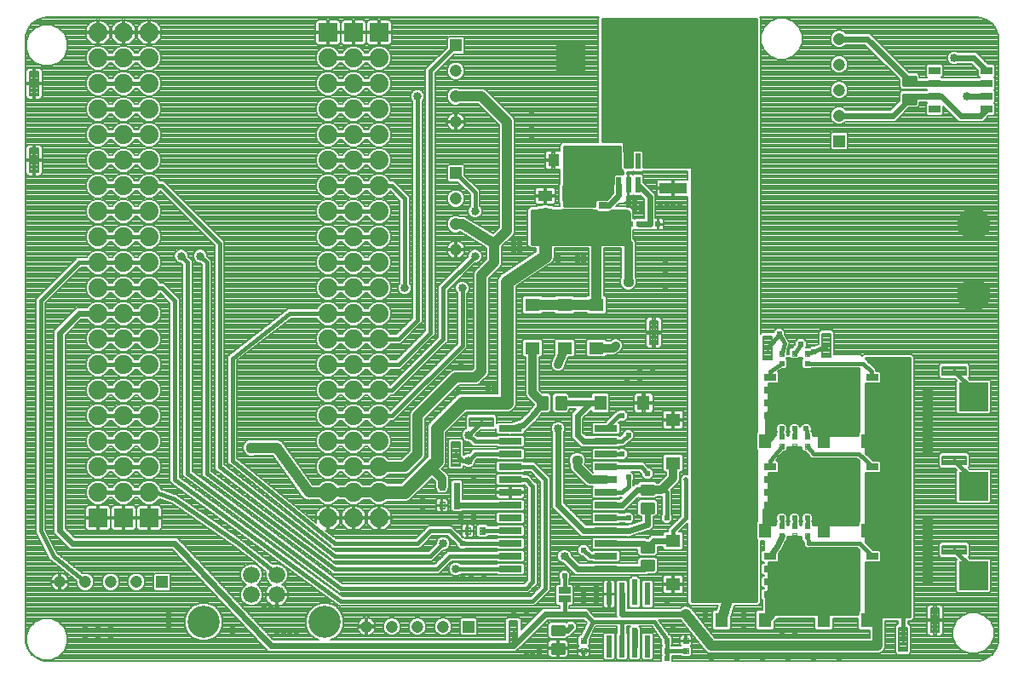
<source format=gtl>
G75*
%MOIN*%
%OFA0B0*%
%FSLAX25Y25*%
%IPPOS*%
%LPD*%
%AMOC8*
5,1,8,0,0,1.08239X$1,22.5*
%
%ADD10R,0.05000X0.02500*%
%ADD11C,0.01500*%
%ADD12R,0.03937X0.25984*%
%ADD13R,0.11200X0.11200*%
%ADD14C,0.00472*%
%ADD15R,0.08858X0.02559*%
%ADD16C,0.12400*%
%ADD17OC8,0.12400*%
%ADD18C,0.00906*%
%ADD19R,0.05787X0.05000*%
%ADD20R,0.05000X0.05787*%
%ADD21R,0.02362X0.08661*%
%ADD22R,0.07400X0.07400*%
%ADD23C,0.07400*%
%ADD24R,0.03800X0.02600*%
%ADD25R,0.10600X0.04400*%
%ADD26R,0.05700X0.04400*%
%ADD27R,0.09900X0.04900*%
%ADD28R,0.04200X0.04900*%
%ADD29R,0.12000X0.06000*%
%ADD30R,0.02200X0.02400*%
%ADD31R,0.02200X0.06200*%
%ADD32C,0.00800*%
%ADD33R,0.04750X0.04750*%
%ADD34C,0.04750*%
%ADD35C,0.06600*%
%ADD36C,0.12600*%
%ADD37R,0.04500X0.03000*%
%ADD38C,0.02400*%
%ADD39C,0.01600*%
%ADD40C,0.03307*%
%ADD41C,0.03360*%
%ADD42C,0.02400*%
%ADD43C,0.01200*%
%ADD44C,0.02000*%
%ADD45C,0.04000*%
%ADD46C,0.03200*%
%ADD47C,0.05000*%
%ADD48C,0.04409*%
D10*
X0243833Y0055878D03*
X0243833Y0059422D03*
X0303333Y0057650D03*
X0303333Y0062650D03*
X0303333Y0067650D03*
X0303333Y0072650D03*
X0303333Y0092650D03*
X0303333Y0097650D03*
X0303333Y0102650D03*
X0303333Y0107650D03*
X0303333Y0127650D03*
X0303333Y0132650D03*
X0303333Y0137650D03*
X0303333Y0142650D03*
X0324333Y0142650D03*
X0324333Y0137650D03*
X0324333Y0132650D03*
X0324333Y0127650D03*
X0343333Y0127650D03*
X0343333Y0132650D03*
X0343333Y0137650D03*
X0343333Y0142650D03*
X0364333Y0142650D03*
X0364333Y0137650D03*
X0364333Y0132650D03*
X0364333Y0127650D03*
X0364333Y0107650D03*
X0364333Y0102650D03*
X0364333Y0097650D03*
X0364333Y0092650D03*
X0364333Y0072650D03*
X0364333Y0067650D03*
X0364333Y0062650D03*
X0364333Y0057650D03*
X0343333Y0057650D03*
X0343333Y0062650D03*
X0343333Y0067650D03*
X0343333Y0072650D03*
X0324333Y0072650D03*
X0324333Y0067650D03*
X0324333Y0062650D03*
X0324333Y0057650D03*
X0324333Y0092650D03*
X0324333Y0097650D03*
X0324333Y0102650D03*
X0324333Y0107650D03*
X0343333Y0107650D03*
X0343333Y0102650D03*
X0343333Y0097650D03*
X0343333Y0092650D03*
D11*
X0344383Y0093200D02*
X0344383Y0107100D01*
X0357883Y0107100D01*
X0357883Y0093200D01*
X0344383Y0093200D01*
X0344383Y0094699D02*
X0357883Y0094699D01*
X0357883Y0096198D02*
X0344383Y0096198D01*
X0344383Y0097697D02*
X0357883Y0097697D01*
X0357883Y0099196D02*
X0344383Y0099196D01*
X0344383Y0100695D02*
X0357883Y0100695D01*
X0357883Y0102194D02*
X0344383Y0102194D01*
X0344383Y0103693D02*
X0357883Y0103693D01*
X0357883Y0105192D02*
X0344383Y0105192D01*
X0344383Y0106691D02*
X0357883Y0106691D01*
X0344383Y0128200D02*
X0344383Y0142100D01*
X0357883Y0142100D01*
X0357883Y0128200D01*
X0344383Y0128200D01*
X0344383Y0129699D02*
X0357883Y0129699D01*
X0357883Y0131198D02*
X0344383Y0131198D01*
X0344383Y0132697D02*
X0357883Y0132697D01*
X0357883Y0134196D02*
X0344383Y0134196D01*
X0344383Y0135695D02*
X0357883Y0135695D01*
X0357883Y0137194D02*
X0344383Y0137194D01*
X0344383Y0138693D02*
X0357883Y0138693D01*
X0357883Y0140192D02*
X0344383Y0140192D01*
X0344383Y0141691D02*
X0357883Y0141691D01*
X0304383Y0142100D02*
X0304383Y0128200D01*
X0304383Y0142100D02*
X0317883Y0142100D01*
X0317883Y0128200D01*
X0304383Y0128200D01*
X0304383Y0129699D02*
X0317883Y0129699D01*
X0317883Y0131198D02*
X0304383Y0131198D01*
X0304383Y0132697D02*
X0317883Y0132697D01*
X0317883Y0134196D02*
X0304383Y0134196D01*
X0304383Y0135695D02*
X0317883Y0135695D01*
X0317883Y0137194D02*
X0304383Y0137194D01*
X0304383Y0138693D02*
X0317883Y0138693D01*
X0317883Y0140192D02*
X0304383Y0140192D01*
X0304383Y0141691D02*
X0317883Y0141691D01*
X0304383Y0107100D02*
X0304383Y0093200D01*
X0304383Y0107100D02*
X0317883Y0107100D01*
X0317883Y0093200D01*
X0304383Y0093200D01*
X0304383Y0094699D02*
X0317883Y0094699D01*
X0317883Y0096198D02*
X0304383Y0096198D01*
X0304383Y0097697D02*
X0317883Y0097697D01*
X0317883Y0099196D02*
X0304383Y0099196D01*
X0304383Y0100695D02*
X0317883Y0100695D01*
X0317883Y0102194D02*
X0304383Y0102194D01*
X0304383Y0103693D02*
X0317883Y0103693D01*
X0317883Y0105192D02*
X0304383Y0105192D01*
X0304383Y0106691D02*
X0317883Y0106691D01*
X0304383Y0072100D02*
X0304383Y0058200D01*
X0304383Y0072100D02*
X0317883Y0072100D01*
X0317883Y0058200D01*
X0304383Y0058200D01*
X0304383Y0059699D02*
X0317883Y0059699D01*
X0317883Y0061198D02*
X0304383Y0061198D01*
X0304383Y0062697D02*
X0317883Y0062697D01*
X0317883Y0064196D02*
X0304383Y0064196D01*
X0304383Y0065695D02*
X0317883Y0065695D01*
X0317883Y0067194D02*
X0304383Y0067194D01*
X0304383Y0068693D02*
X0317883Y0068693D01*
X0317883Y0070192D02*
X0304383Y0070192D01*
X0304383Y0071691D02*
X0317883Y0071691D01*
X0344383Y0072100D02*
X0344383Y0058200D01*
X0344383Y0072100D02*
X0357883Y0072100D01*
X0357883Y0058200D01*
X0344383Y0058200D01*
X0344383Y0059699D02*
X0357883Y0059699D01*
X0357883Y0061198D02*
X0344383Y0061198D01*
X0344383Y0062697D02*
X0357883Y0062697D01*
X0357883Y0064196D02*
X0344383Y0064196D01*
X0344383Y0065695D02*
X0357883Y0065695D01*
X0357883Y0067194D02*
X0344383Y0067194D01*
X0344383Y0068693D02*
X0357883Y0068693D01*
X0357883Y0070192D02*
X0344383Y0070192D01*
X0344383Y0071691D02*
X0357883Y0071691D01*
D12*
X0373534Y0075150D03*
X0386133Y0075150D03*
X0386133Y0125150D03*
X0373534Y0125150D03*
D13*
X0403833Y0135150D03*
X0403833Y0100150D03*
X0403833Y0065150D03*
X0271333Y0267650D03*
X0246333Y0267650D03*
D14*
X0327888Y0153064D02*
X0327888Y0151174D01*
X0327888Y0153064D02*
X0329778Y0153064D01*
X0329778Y0151174D01*
X0327888Y0151174D01*
X0327888Y0151645D02*
X0329778Y0151645D01*
X0329778Y0152116D02*
X0327888Y0152116D01*
X0327888Y0152587D02*
X0329778Y0152587D01*
X0329778Y0153058D02*
X0327888Y0153058D01*
X0327888Y0149126D02*
X0327888Y0147236D01*
X0327888Y0149126D02*
X0329778Y0149126D01*
X0329778Y0147236D01*
X0327888Y0147236D01*
X0327888Y0147707D02*
X0329778Y0147707D01*
X0329778Y0148178D02*
X0327888Y0148178D01*
X0327888Y0148649D02*
X0329778Y0148649D01*
X0329778Y0149120D02*
X0327888Y0149120D01*
X0332888Y0149126D02*
X0332888Y0147236D01*
X0332888Y0149126D02*
X0334778Y0149126D01*
X0334778Y0147236D01*
X0332888Y0147236D01*
X0332888Y0147707D02*
X0334778Y0147707D01*
X0334778Y0148178D02*
X0332888Y0148178D01*
X0332888Y0148649D02*
X0334778Y0148649D01*
X0334778Y0149120D02*
X0332888Y0149120D01*
X0332888Y0151174D02*
X0332888Y0153064D01*
X0334778Y0153064D01*
X0334778Y0151174D01*
X0332888Y0151174D01*
X0332888Y0151645D02*
X0334778Y0151645D01*
X0334778Y0152116D02*
X0332888Y0152116D01*
X0332888Y0152587D02*
X0334778Y0152587D01*
X0334778Y0153058D02*
X0332888Y0153058D01*
X0337888Y0153064D02*
X0337888Y0151174D01*
X0337888Y0153064D02*
X0339778Y0153064D01*
X0339778Y0151174D01*
X0337888Y0151174D01*
X0337888Y0151645D02*
X0339778Y0151645D01*
X0339778Y0152116D02*
X0337888Y0152116D01*
X0337888Y0152587D02*
X0339778Y0152587D01*
X0339778Y0153058D02*
X0337888Y0153058D01*
X0337888Y0149126D02*
X0337888Y0147236D01*
X0337888Y0149126D02*
X0339778Y0149126D01*
X0339778Y0147236D01*
X0337888Y0147236D01*
X0337888Y0147707D02*
X0339778Y0147707D01*
X0339778Y0148178D02*
X0337888Y0148178D01*
X0337888Y0148649D02*
X0339778Y0148649D01*
X0339778Y0149120D02*
X0337888Y0149120D01*
X0337888Y0120564D02*
X0337888Y0118674D01*
X0337888Y0120564D02*
X0339778Y0120564D01*
X0339778Y0118674D01*
X0337888Y0118674D01*
X0337888Y0119145D02*
X0339778Y0119145D01*
X0339778Y0119616D02*
X0337888Y0119616D01*
X0337888Y0120087D02*
X0339778Y0120087D01*
X0339778Y0120558D02*
X0337888Y0120558D01*
X0332888Y0120564D02*
X0332888Y0118674D01*
X0332888Y0120564D02*
X0334778Y0120564D01*
X0334778Y0118674D01*
X0332888Y0118674D01*
X0332888Y0119145D02*
X0334778Y0119145D01*
X0334778Y0119616D02*
X0332888Y0119616D01*
X0332888Y0120087D02*
X0334778Y0120087D01*
X0334778Y0120558D02*
X0332888Y0120558D01*
X0327888Y0120564D02*
X0327888Y0118674D01*
X0327888Y0120564D02*
X0329778Y0120564D01*
X0329778Y0118674D01*
X0327888Y0118674D01*
X0327888Y0119145D02*
X0329778Y0119145D01*
X0329778Y0119616D02*
X0327888Y0119616D01*
X0327888Y0120087D02*
X0329778Y0120087D01*
X0329778Y0120558D02*
X0327888Y0120558D01*
X0327888Y0116626D02*
X0327888Y0114736D01*
X0327888Y0116626D02*
X0329778Y0116626D01*
X0329778Y0114736D01*
X0327888Y0114736D01*
X0327888Y0115207D02*
X0329778Y0115207D01*
X0329778Y0115678D02*
X0327888Y0115678D01*
X0327888Y0116149D02*
X0329778Y0116149D01*
X0329778Y0116620D02*
X0327888Y0116620D01*
X0332888Y0116626D02*
X0332888Y0114736D01*
X0332888Y0116626D02*
X0334778Y0116626D01*
X0334778Y0114736D01*
X0332888Y0114736D01*
X0332888Y0115207D02*
X0334778Y0115207D01*
X0334778Y0115678D02*
X0332888Y0115678D01*
X0332888Y0116149D02*
X0334778Y0116149D01*
X0334778Y0116620D02*
X0332888Y0116620D01*
X0337888Y0116626D02*
X0337888Y0114736D01*
X0337888Y0116626D02*
X0339778Y0116626D01*
X0339778Y0114736D01*
X0337888Y0114736D01*
X0337888Y0115207D02*
X0339778Y0115207D01*
X0339778Y0115678D02*
X0337888Y0115678D01*
X0337888Y0116149D02*
X0339778Y0116149D01*
X0339778Y0116620D02*
X0337888Y0116620D01*
X0337888Y0085564D02*
X0337888Y0083674D01*
X0337888Y0085564D02*
X0339778Y0085564D01*
X0339778Y0083674D01*
X0337888Y0083674D01*
X0337888Y0084145D02*
X0339778Y0084145D01*
X0339778Y0084616D02*
X0337888Y0084616D01*
X0337888Y0085087D02*
X0339778Y0085087D01*
X0339778Y0085558D02*
X0337888Y0085558D01*
X0332888Y0085564D02*
X0332888Y0083674D01*
X0332888Y0085564D02*
X0334778Y0085564D01*
X0334778Y0083674D01*
X0332888Y0083674D01*
X0332888Y0084145D02*
X0334778Y0084145D01*
X0334778Y0084616D02*
X0332888Y0084616D01*
X0332888Y0085087D02*
X0334778Y0085087D01*
X0334778Y0085558D02*
X0332888Y0085558D01*
X0327888Y0085564D02*
X0327888Y0083674D01*
X0327888Y0085564D02*
X0329778Y0085564D01*
X0329778Y0083674D01*
X0327888Y0083674D01*
X0327888Y0084145D02*
X0329778Y0084145D01*
X0329778Y0084616D02*
X0327888Y0084616D01*
X0327888Y0085087D02*
X0329778Y0085087D01*
X0329778Y0085558D02*
X0327888Y0085558D01*
X0327888Y0081626D02*
X0327888Y0079736D01*
X0327888Y0081626D02*
X0329778Y0081626D01*
X0329778Y0079736D01*
X0327888Y0079736D01*
X0327888Y0080207D02*
X0329778Y0080207D01*
X0329778Y0080678D02*
X0327888Y0080678D01*
X0327888Y0081149D02*
X0329778Y0081149D01*
X0329778Y0081620D02*
X0327888Y0081620D01*
X0332888Y0081626D02*
X0332888Y0079736D01*
X0332888Y0081626D02*
X0334778Y0081626D01*
X0334778Y0079736D01*
X0332888Y0079736D01*
X0332888Y0080207D02*
X0334778Y0080207D01*
X0334778Y0080678D02*
X0332888Y0080678D01*
X0332888Y0081149D02*
X0334778Y0081149D01*
X0334778Y0081620D02*
X0332888Y0081620D01*
X0337888Y0081626D02*
X0337888Y0079736D01*
X0337888Y0081626D02*
X0339778Y0081626D01*
X0339778Y0079736D01*
X0337888Y0079736D01*
X0337888Y0080207D02*
X0339778Y0080207D01*
X0339778Y0080678D02*
X0337888Y0080678D01*
X0337888Y0081149D02*
X0339778Y0081149D01*
X0339778Y0081620D02*
X0337888Y0081620D01*
X0292278Y0040564D02*
X0292278Y0038674D01*
X0290388Y0038674D01*
X0290388Y0040564D01*
X0292278Y0040564D01*
X0292278Y0039145D02*
X0290388Y0039145D01*
X0290388Y0039616D02*
X0292278Y0039616D01*
X0292278Y0040087D02*
X0290388Y0040087D01*
X0290388Y0040558D02*
X0292278Y0040558D01*
X0292278Y0036626D02*
X0292278Y0034736D01*
X0290388Y0034736D01*
X0290388Y0036626D01*
X0292278Y0036626D01*
X0292278Y0035207D02*
X0290388Y0035207D01*
X0290388Y0035678D02*
X0292278Y0035678D01*
X0292278Y0036149D02*
X0290388Y0036149D01*
X0290388Y0036620D02*
X0292278Y0036620D01*
X0282888Y0036626D02*
X0282888Y0034736D01*
X0282888Y0036626D02*
X0284778Y0036626D01*
X0284778Y0034736D01*
X0282888Y0034736D01*
X0282888Y0035207D02*
X0284778Y0035207D01*
X0284778Y0035678D02*
X0282888Y0035678D01*
X0282888Y0036149D02*
X0284778Y0036149D01*
X0284778Y0036620D02*
X0282888Y0036620D01*
X0282888Y0038674D02*
X0282888Y0040564D01*
X0284778Y0040564D01*
X0284778Y0038674D01*
X0282888Y0038674D01*
X0282888Y0039145D02*
X0284778Y0039145D01*
X0284778Y0039616D02*
X0282888Y0039616D01*
X0282888Y0040087D02*
X0284778Y0040087D01*
X0284778Y0040558D02*
X0282888Y0040558D01*
X0252278Y0040564D02*
X0252278Y0038674D01*
X0250388Y0038674D01*
X0250388Y0040564D01*
X0252278Y0040564D01*
X0252278Y0039145D02*
X0250388Y0039145D01*
X0250388Y0039616D02*
X0252278Y0039616D01*
X0252278Y0040087D02*
X0250388Y0040087D01*
X0250388Y0040558D02*
X0252278Y0040558D01*
X0252278Y0036626D02*
X0252278Y0034736D01*
X0250388Y0034736D01*
X0250388Y0036626D01*
X0252278Y0036626D01*
X0252278Y0035207D02*
X0250388Y0035207D01*
X0250388Y0035678D02*
X0252278Y0035678D01*
X0252278Y0036149D02*
X0250388Y0036149D01*
X0250388Y0036620D02*
X0252278Y0036620D01*
X0212692Y0083989D02*
X0210802Y0083989D01*
X0212692Y0083989D02*
X0212692Y0081311D01*
X0210802Y0081311D01*
X0210802Y0083989D01*
X0210802Y0081782D02*
X0212692Y0081782D01*
X0212692Y0082253D02*
X0210802Y0082253D01*
X0210802Y0082724D02*
X0212692Y0082724D01*
X0212692Y0083195D02*
X0210802Y0083195D01*
X0210802Y0083666D02*
X0212692Y0083666D01*
X0206865Y0083989D02*
X0204975Y0083989D01*
X0206865Y0083989D02*
X0206865Y0081311D01*
X0204975Y0081311D01*
X0204975Y0083989D01*
X0204975Y0081782D02*
X0206865Y0081782D01*
X0206865Y0082253D02*
X0204975Y0082253D01*
X0204975Y0082724D02*
X0206865Y0082724D01*
X0206865Y0083195D02*
X0204975Y0083195D01*
X0204975Y0083666D02*
X0206865Y0083666D01*
X0202692Y0091311D02*
X0200802Y0091311D01*
X0200802Y0093989D01*
X0202692Y0093989D01*
X0202692Y0091311D01*
X0202692Y0091782D02*
X0200802Y0091782D01*
X0200802Y0092253D02*
X0202692Y0092253D01*
X0202692Y0092724D02*
X0200802Y0092724D01*
X0200802Y0093195D02*
X0202692Y0093195D01*
X0202692Y0093666D02*
X0200802Y0093666D01*
X0196865Y0091311D02*
X0194975Y0091311D01*
X0194975Y0093989D01*
X0196865Y0093989D01*
X0196865Y0091311D01*
X0196865Y0091782D02*
X0194975Y0091782D01*
X0194975Y0092253D02*
X0196865Y0092253D01*
X0196865Y0092724D02*
X0194975Y0092724D01*
X0194975Y0093195D02*
X0196865Y0093195D01*
X0196865Y0093666D02*
X0194975Y0093666D01*
X0194975Y0101489D02*
X0196865Y0101489D01*
X0196865Y0098811D01*
X0194975Y0098811D01*
X0194975Y0101489D01*
X0194975Y0099282D02*
X0196865Y0099282D01*
X0196865Y0099753D02*
X0194975Y0099753D01*
X0194975Y0100224D02*
X0196865Y0100224D01*
X0196865Y0100695D02*
X0194975Y0100695D01*
X0194975Y0101166D02*
X0196865Y0101166D01*
X0200802Y0101489D02*
X0202692Y0101489D01*
X0202692Y0098811D01*
X0200802Y0098811D01*
X0200802Y0101489D01*
X0200802Y0099282D02*
X0202692Y0099282D01*
X0202692Y0099753D02*
X0200802Y0099753D01*
X0200802Y0100224D02*
X0202692Y0100224D01*
X0202692Y0100695D02*
X0200802Y0100695D01*
X0200802Y0101166D02*
X0202692Y0101166D01*
D15*
X0222633Y0102650D03*
X0222633Y0097650D03*
X0222633Y0092650D03*
X0222633Y0087650D03*
X0222633Y0082650D03*
X0222633Y0077650D03*
X0222633Y0072650D03*
X0222633Y0067650D03*
X0260034Y0067650D03*
X0260034Y0072650D03*
X0260034Y0077650D03*
X0260034Y0082650D03*
X0260034Y0087650D03*
X0260034Y0092650D03*
X0260034Y0097650D03*
X0260034Y0102650D03*
X0260034Y0107650D03*
X0260034Y0112650D03*
X0260034Y0117650D03*
X0260034Y0122650D03*
X0222633Y0122650D03*
X0222633Y0117650D03*
X0222633Y0112650D03*
X0222633Y0107650D03*
D16*
X0303833Y0175150D03*
X0303833Y0202650D03*
D17*
X0403833Y0202650D03*
X0403833Y0175150D03*
D18*
X0381234Y0249796D02*
X0376432Y0249796D01*
X0376432Y0253418D01*
X0381234Y0253418D01*
X0381234Y0249796D01*
X0381234Y0250701D02*
X0376432Y0250701D01*
X0376432Y0251606D02*
X0381234Y0251606D01*
X0381234Y0252511D02*
X0376432Y0252511D01*
X0376432Y0253416D02*
X0381234Y0253416D01*
X0381234Y0256882D02*
X0376432Y0256882D01*
X0376432Y0260504D01*
X0381234Y0260504D01*
X0381234Y0256882D01*
X0381234Y0257787D02*
X0376432Y0257787D01*
X0376432Y0258692D02*
X0381234Y0258692D01*
X0381234Y0259597D02*
X0376432Y0259597D01*
X0376432Y0260502D02*
X0381234Y0260502D01*
X0244188Y0135051D02*
X0244188Y0130249D01*
X0240566Y0130249D01*
X0240566Y0135051D01*
X0244188Y0135051D01*
X0244188Y0131154D02*
X0240566Y0131154D01*
X0240566Y0132059D02*
X0244188Y0132059D01*
X0244188Y0132964D02*
X0240566Y0132964D01*
X0240566Y0133869D02*
X0244188Y0133869D01*
X0244188Y0134774D02*
X0240566Y0134774D01*
X0237101Y0135051D02*
X0237101Y0130249D01*
X0233479Y0130249D01*
X0233479Y0135051D01*
X0237101Y0135051D01*
X0237101Y0131154D02*
X0233479Y0131154D01*
X0233479Y0132059D02*
X0237101Y0132059D01*
X0237101Y0132964D02*
X0233479Y0132964D01*
X0233479Y0133869D02*
X0237101Y0133869D01*
X0237101Y0134774D02*
X0233479Y0134774D01*
X0273932Y0100504D02*
X0278734Y0100504D01*
X0278734Y0096882D01*
X0273932Y0096882D01*
X0273932Y0100504D01*
X0273932Y0097787D02*
X0278734Y0097787D01*
X0278734Y0098692D02*
X0273932Y0098692D01*
X0273932Y0099597D02*
X0278734Y0099597D01*
X0278734Y0100502D02*
X0273932Y0100502D01*
X0273932Y0093418D02*
X0278734Y0093418D01*
X0278734Y0089796D01*
X0273932Y0089796D01*
X0273932Y0093418D01*
X0273932Y0090701D02*
X0278734Y0090701D01*
X0278734Y0091606D02*
X0273932Y0091606D01*
X0273932Y0092511D02*
X0278734Y0092511D01*
X0278734Y0093416D02*
X0273932Y0093416D01*
X0273932Y0078004D02*
X0278734Y0078004D01*
X0278734Y0074382D01*
X0273932Y0074382D01*
X0273932Y0078004D01*
X0273932Y0075287D02*
X0278734Y0075287D01*
X0278734Y0076192D02*
X0273932Y0076192D01*
X0273932Y0077097D02*
X0278734Y0077097D01*
X0278734Y0078002D02*
X0273932Y0078002D01*
X0273932Y0070918D02*
X0278734Y0070918D01*
X0278734Y0067296D01*
X0273932Y0067296D01*
X0273932Y0070918D01*
X0273932Y0068201D02*
X0278734Y0068201D01*
X0278734Y0069106D02*
X0273932Y0069106D01*
X0273932Y0070011D02*
X0278734Y0070011D01*
X0278734Y0070916D02*
X0273932Y0070916D01*
X0243734Y0041882D02*
X0238932Y0041882D01*
X0238932Y0045504D01*
X0243734Y0045504D01*
X0243734Y0041882D01*
X0243734Y0042787D02*
X0238932Y0042787D01*
X0238932Y0043692D02*
X0243734Y0043692D01*
X0243734Y0044597D02*
X0238932Y0044597D01*
X0238932Y0045502D02*
X0243734Y0045502D01*
X0243734Y0034796D02*
X0238932Y0034796D01*
X0238932Y0038418D01*
X0243734Y0038418D01*
X0243734Y0034796D01*
X0243734Y0035701D02*
X0238932Y0035701D01*
X0238932Y0036606D02*
X0243734Y0036606D01*
X0243734Y0037511D02*
X0238932Y0037511D01*
X0238932Y0038416D02*
X0243734Y0038416D01*
D19*
X0286333Y0061685D03*
X0286333Y0078615D03*
X0286333Y0109185D03*
X0286333Y0126115D03*
X0256333Y0154185D03*
X0243833Y0154185D03*
X0231333Y0154185D03*
X0231333Y0171115D03*
X0243833Y0171115D03*
X0256333Y0171115D03*
D20*
X0257869Y0132650D03*
X0274798Y0132650D03*
X0305369Y0117650D03*
X0322298Y0117650D03*
X0345369Y0117650D03*
X0362298Y0117650D03*
X0362298Y0082650D03*
X0345369Y0082650D03*
X0322298Y0082650D03*
X0305369Y0082650D03*
X0305369Y0047650D03*
X0322298Y0047650D03*
X0345369Y0047650D03*
X0362298Y0047650D03*
D21*
X0276333Y0037414D03*
X0271333Y0037414D03*
X0266333Y0037414D03*
X0261333Y0037414D03*
X0261333Y0057886D03*
X0266333Y0057886D03*
X0271333Y0057886D03*
X0276333Y0057886D03*
D22*
X0081333Y0087650D03*
X0071333Y0087650D03*
X0061333Y0087650D03*
X0151333Y0277650D03*
X0161333Y0277650D03*
X0171333Y0277650D03*
D23*
X0171333Y0267650D03*
X0161333Y0267650D03*
X0151333Y0267650D03*
X0151333Y0257650D03*
X0161333Y0257650D03*
X0171333Y0257650D03*
X0171333Y0247650D03*
X0161333Y0247650D03*
X0151333Y0247650D03*
X0151333Y0237650D03*
X0161333Y0237650D03*
X0171333Y0237650D03*
X0171333Y0227650D03*
X0161333Y0227650D03*
X0151333Y0227650D03*
X0151333Y0217650D03*
X0161333Y0217650D03*
X0171333Y0217650D03*
X0171333Y0207650D03*
X0161333Y0207650D03*
X0151333Y0207650D03*
X0151333Y0197650D03*
X0151333Y0187650D03*
X0161333Y0187650D03*
X0161333Y0197650D03*
X0171333Y0197650D03*
X0171333Y0187650D03*
X0171333Y0177650D03*
X0161333Y0177650D03*
X0151333Y0177650D03*
X0151333Y0167650D03*
X0161333Y0167650D03*
X0171333Y0167650D03*
X0171333Y0157650D03*
X0161333Y0157650D03*
X0151333Y0157650D03*
X0151333Y0147650D03*
X0151333Y0137650D03*
X0161333Y0137650D03*
X0161333Y0147650D03*
X0171333Y0147650D03*
X0171333Y0137650D03*
X0171333Y0127650D03*
X0161333Y0127650D03*
X0151333Y0127650D03*
X0151333Y0117650D03*
X0161333Y0117650D03*
X0171333Y0117650D03*
X0171333Y0107650D03*
X0161333Y0107650D03*
X0151333Y0107650D03*
X0151333Y0097650D03*
X0151333Y0087650D03*
X0161333Y0087650D03*
X0161333Y0097650D03*
X0171333Y0097650D03*
X0171333Y0087650D03*
X0081333Y0097650D03*
X0071333Y0097650D03*
X0061333Y0097650D03*
X0061333Y0107650D03*
X0071333Y0107650D03*
X0081333Y0107650D03*
X0081333Y0117650D03*
X0071333Y0117650D03*
X0061333Y0117650D03*
X0061333Y0127650D03*
X0071333Y0127650D03*
X0081333Y0127650D03*
X0081333Y0137650D03*
X0071333Y0137650D03*
X0061333Y0137650D03*
X0061333Y0147650D03*
X0061333Y0157650D03*
X0071333Y0157650D03*
X0071333Y0147650D03*
X0081333Y0147650D03*
X0081333Y0157650D03*
X0081333Y0167650D03*
X0071333Y0167650D03*
X0061333Y0167650D03*
X0061333Y0177650D03*
X0071333Y0177650D03*
X0081333Y0177650D03*
X0081333Y0187650D03*
X0071333Y0187650D03*
X0061333Y0187650D03*
X0061333Y0197650D03*
X0061333Y0207650D03*
X0071333Y0207650D03*
X0071333Y0197650D03*
X0081333Y0197650D03*
X0081333Y0207650D03*
X0081333Y0217650D03*
X0071333Y0217650D03*
X0061333Y0217650D03*
X0061333Y0227650D03*
X0071333Y0227650D03*
X0081333Y0227650D03*
X0081333Y0237650D03*
X0071333Y0237650D03*
X0061333Y0237650D03*
X0061333Y0247650D03*
X0071333Y0247650D03*
X0081333Y0247650D03*
X0081333Y0257650D03*
X0071333Y0257650D03*
X0061333Y0257650D03*
X0061333Y0267650D03*
X0061333Y0277650D03*
X0071333Y0277650D03*
X0071333Y0267650D03*
X0081333Y0267650D03*
X0081333Y0277650D03*
D24*
X0258833Y0215400D03*
X0258833Y0209900D03*
D25*
X0286333Y0216750D03*
X0286333Y0228550D03*
D26*
X0236333Y0213700D03*
X0236333Y0206600D03*
D27*
X0250283Y0227650D03*
D28*
X0239533Y0227650D03*
D29*
X0248833Y0214650D03*
X0248833Y0205650D03*
D30*
X0269683Y0202650D03*
X0272983Y0202650D03*
X0277183Y0202650D03*
X0280483Y0202650D03*
D31*
X0272574Y0218050D03*
X0268833Y0218050D03*
X0265093Y0218050D03*
X0265093Y0227250D03*
X0268833Y0227250D03*
X0272574Y0227250D03*
D32*
X0033849Y0036336D02*
X0035394Y0034210D01*
X0037520Y0032666D01*
X0040019Y0031853D01*
X0041333Y0031750D01*
X0281533Y0031750D01*
X0281533Y0033603D01*
X0281833Y0033902D01*
X0281552Y0034183D01*
X0281552Y0037180D01*
X0281933Y0037561D01*
X0281933Y0037739D01*
X0281552Y0038120D01*
X0281552Y0040075D01*
X0277856Y0045250D01*
X0272986Y0045250D01*
X0273633Y0044603D01*
X0273633Y0036461D01*
X0273614Y0036442D01*
X0273614Y0032627D01*
X0272970Y0031983D01*
X0269697Y0031983D01*
X0269052Y0032627D01*
X0269052Y0036442D01*
X0269033Y0036461D01*
X0269033Y0044603D01*
X0269681Y0045250D01*
X0268233Y0045250D01*
X0268233Y0042581D01*
X0268614Y0042200D01*
X0268614Y0032627D01*
X0267970Y0031983D01*
X0264697Y0031983D01*
X0264052Y0032627D01*
X0264052Y0042200D01*
X0264433Y0042581D01*
X0264433Y0045250D01*
X0256045Y0045250D01*
X0253614Y0040019D01*
X0253614Y0038120D01*
X0253215Y0037721D01*
X0253427Y0037508D01*
X0253617Y0037181D01*
X0253714Y0036815D01*
X0253714Y0035872D01*
X0251524Y0035872D01*
X0251524Y0035491D01*
X0253714Y0035491D01*
X0253714Y0034548D01*
X0253617Y0034182D01*
X0253427Y0033855D01*
X0253160Y0033587D01*
X0252833Y0033398D01*
X0252467Y0033300D01*
X0251524Y0033300D01*
X0251524Y0035491D01*
X0251143Y0035491D01*
X0251143Y0033300D01*
X0250199Y0033300D01*
X0249834Y0033398D01*
X0249507Y0033587D01*
X0249239Y0033855D01*
X0249050Y0034182D01*
X0248952Y0034548D01*
X0248952Y0035491D01*
X0251143Y0035491D01*
X0251143Y0035872D01*
X0248952Y0035872D01*
X0248952Y0036815D01*
X0249050Y0037181D01*
X0249239Y0037508D01*
X0249452Y0037721D01*
X0249052Y0038120D01*
X0249052Y0041117D01*
X0249835Y0041900D01*
X0250298Y0041900D01*
X0252550Y0046746D01*
X0251446Y0047850D01*
X0237286Y0047850D01*
X0226933Y0037497D01*
X0226933Y0037429D01*
X0226055Y0036550D01*
X0225986Y0036550D01*
X0224786Y0035350D01*
X0129743Y0035350D01*
X0129711Y0035320D01*
X0128796Y0035350D01*
X0127881Y0035350D01*
X0127850Y0035381D01*
X0127807Y0035382D01*
X0127181Y0036050D01*
X0126533Y0036697D01*
X0126533Y0036740D01*
X0090337Y0075350D01*
X0050381Y0075350D01*
X0045381Y0080350D01*
X0044033Y0081697D01*
X0044033Y0161103D01*
X0051533Y0168603D01*
X0052881Y0169950D01*
X0057091Y0169950D01*
X0057264Y0170369D01*
X0058614Y0171719D01*
X0060379Y0172450D01*
X0062288Y0172450D01*
X0064052Y0171719D01*
X0065403Y0170369D01*
X0065742Y0169550D01*
X0066925Y0169550D01*
X0067264Y0170369D01*
X0068614Y0171719D01*
X0070379Y0172450D01*
X0072288Y0172450D01*
X0074052Y0171719D01*
X0075403Y0170369D01*
X0075742Y0169550D01*
X0076925Y0169550D01*
X0077264Y0170369D01*
X0078614Y0171719D01*
X0080379Y0172450D01*
X0082288Y0172450D01*
X0084052Y0171719D01*
X0085403Y0170369D01*
X0086133Y0168605D01*
X0086133Y0166695D01*
X0085403Y0164931D01*
X0084052Y0163581D01*
X0082288Y0162850D01*
X0080379Y0162850D01*
X0078614Y0163581D01*
X0077264Y0164931D01*
X0076925Y0165750D01*
X0075742Y0165750D01*
X0075403Y0164931D01*
X0074052Y0163581D01*
X0072288Y0162850D01*
X0070379Y0162850D01*
X0068614Y0163581D01*
X0067264Y0164931D01*
X0066925Y0165750D01*
X0065742Y0165750D01*
X0065403Y0164931D01*
X0064052Y0163581D01*
X0062288Y0162850D01*
X0060379Y0162850D01*
X0058614Y0163581D01*
X0057264Y0164931D01*
X0057091Y0165350D01*
X0054786Y0165350D01*
X0048633Y0159197D01*
X0048633Y0083603D01*
X0052286Y0079950D01*
X0090424Y0079950D01*
X0090455Y0079980D01*
X0091370Y0079950D01*
X0092286Y0079950D01*
X0092317Y0079919D01*
X0092360Y0079918D01*
X0092986Y0079250D01*
X0093633Y0078603D01*
X0093633Y0078560D01*
X0129830Y0039950D01*
X0147596Y0039950D01*
X0145842Y0040677D01*
X0143760Y0042758D01*
X0142633Y0045478D01*
X0142633Y0048422D01*
X0143760Y0051142D01*
X0145842Y0053223D01*
X0148561Y0054350D01*
X0151505Y0054350D01*
X0154225Y0053223D01*
X0156307Y0051142D01*
X0157433Y0048422D01*
X0157433Y0045478D01*
X0156307Y0042758D01*
X0154225Y0040677D01*
X0152471Y0039950D01*
X0220733Y0039950D01*
X0220733Y0047871D01*
X0221612Y0048750D01*
X0226055Y0048750D01*
X0226933Y0047871D01*
X0226933Y0044003D01*
X0234033Y0051103D01*
X0235381Y0052450D01*
X0241933Y0052450D01*
X0241933Y0053528D01*
X0240878Y0053528D01*
X0240233Y0054173D01*
X0240233Y0057584D01*
X0240299Y0057650D01*
X0240233Y0057716D01*
X0240233Y0061127D01*
X0240878Y0061772D01*
X0241933Y0061772D01*
X0241933Y0063797D01*
X0241533Y0064197D01*
X0241533Y0066103D01*
X0242881Y0067450D01*
X0244786Y0067450D01*
X0246133Y0066103D01*
X0246133Y0064197D01*
X0245733Y0063797D01*
X0245733Y0061772D01*
X0246789Y0061772D01*
X0247433Y0061127D01*
X0247433Y0057716D01*
X0247367Y0057650D01*
X0247433Y0057584D01*
X0247433Y0054173D01*
X0246789Y0053528D01*
X0245733Y0053528D01*
X0245733Y0052450D01*
X0252786Y0052450D01*
X0254133Y0051103D01*
X0254133Y0050537D01*
X0255620Y0049050D01*
X0264181Y0049050D01*
X0264033Y0049197D01*
X0264033Y0058839D01*
X0264052Y0058858D01*
X0264052Y0062673D01*
X0264697Y0063317D01*
X0267970Y0063317D01*
X0268614Y0062673D01*
X0268614Y0058858D01*
X0268633Y0058839D01*
X0268633Y0052450D01*
X0289246Y0052450D01*
X0289878Y0052956D01*
X0291063Y0053299D01*
X0292289Y0053163D01*
X0293369Y0052568D01*
X0302823Y0040750D01*
X0363233Y0040750D01*
X0363233Y0043656D01*
X0359342Y0043656D01*
X0358698Y0044301D01*
X0358698Y0048450D01*
X0348969Y0048450D01*
X0348969Y0044301D01*
X0348324Y0043656D01*
X0342413Y0043656D01*
X0341769Y0044301D01*
X0341769Y0048450D01*
X0327177Y0048450D01*
X0326961Y0047929D01*
X0326089Y0047057D01*
X0325898Y0046866D01*
X0325898Y0044301D01*
X0325254Y0043656D01*
X0319342Y0043656D01*
X0318698Y0044301D01*
X0318698Y0050999D01*
X0319342Y0051644D01*
X0321233Y0051644D01*
X0321233Y0055444D01*
X0320733Y0055944D01*
X0320733Y0059356D01*
X0321378Y0060000D01*
X0322133Y0060000D01*
X0322133Y0060300D01*
X0321378Y0060300D01*
X0320733Y0060944D01*
X0320733Y0064356D01*
X0321378Y0065000D01*
X0322133Y0065000D01*
X0322133Y0065300D01*
X0321378Y0065300D01*
X0320733Y0065944D01*
X0320733Y0069356D01*
X0321378Y0070000D01*
X0322133Y0070000D01*
X0322133Y0070300D01*
X0321378Y0070300D01*
X0320733Y0070944D01*
X0320733Y0074356D01*
X0321378Y0075000D01*
X0322133Y0075000D01*
X0322133Y0078656D01*
X0320533Y0078656D01*
X0320533Y0054446D01*
X0319537Y0053450D01*
X0310361Y0053450D01*
X0308969Y0048845D01*
X0308969Y0044301D01*
X0308324Y0043656D01*
X0302413Y0043656D01*
X0301769Y0044301D01*
X0301769Y0050999D01*
X0302413Y0051644D01*
X0303338Y0051644D01*
X0303884Y0053450D01*
X0293129Y0053450D01*
X0292133Y0054446D01*
X0292133Y0085763D01*
X0292120Y0085750D01*
X0288585Y0082215D01*
X0289683Y0082215D01*
X0290327Y0081570D01*
X0290327Y0075659D01*
X0289683Y0075015D01*
X0282984Y0075015D01*
X0282340Y0075659D01*
X0282340Y0076315D01*
X0280288Y0076315D01*
X0280288Y0073739D01*
X0279378Y0072830D01*
X0273289Y0072830D01*
X0272379Y0073739D01*
X0272379Y0075350D01*
X0264998Y0075350D01*
X0264919Y0075270D01*
X0255149Y0075270D01*
X0254505Y0075915D01*
X0254505Y0079385D01*
X0255149Y0080030D01*
X0264919Y0080030D01*
X0264998Y0079950D01*
X0275829Y0079950D01*
X0276222Y0079557D01*
X0276444Y0079557D01*
X0277802Y0080915D01*
X0282340Y0080915D01*
X0282340Y0081570D01*
X0282984Y0082215D01*
X0284433Y0082215D01*
X0284433Y0083437D01*
X0289433Y0088437D01*
X0289433Y0101580D01*
X0289233Y0101780D01*
X0289233Y0103520D01*
X0290463Y0104750D01*
X0292133Y0104750D01*
X0292133Y0213453D01*
X0292097Y0213432D01*
X0291791Y0213350D01*
X0286733Y0213350D01*
X0286733Y0216350D01*
X0285933Y0216350D01*
X0279833Y0216350D01*
X0279833Y0214392D01*
X0279915Y0214087D01*
X0280073Y0213813D01*
X0280297Y0213590D01*
X0280570Y0213432D01*
X0280875Y0213350D01*
X0285933Y0213350D01*
X0285933Y0216350D01*
X0285933Y0217150D01*
X0279833Y0217150D01*
X0279833Y0219108D01*
X0279915Y0219413D01*
X0280073Y0219687D01*
X0280297Y0219910D01*
X0280570Y0220068D01*
X0280875Y0220150D01*
X0285933Y0220150D01*
X0285933Y0217150D01*
X0286733Y0217150D01*
X0286733Y0220150D01*
X0291791Y0220150D01*
X0292097Y0220068D01*
X0292133Y0220047D01*
X0292133Y0223450D01*
X0274529Y0223450D01*
X0274129Y0223050D01*
X0271018Y0223050D01*
X0270703Y0223364D01*
X0270389Y0223050D01*
X0268233Y0223050D01*
X0268233Y0222350D01*
X0268683Y0222350D01*
X0268683Y0218200D01*
X0268983Y0218200D01*
X0268983Y0222350D01*
X0270091Y0222350D01*
X0270397Y0222268D01*
X0270670Y0222110D01*
X0270774Y0222006D01*
X0271018Y0222250D01*
X0274129Y0222250D01*
X0274774Y0221606D01*
X0274774Y0219103D01*
X0278136Y0215740D01*
X0279483Y0214393D01*
X0279483Y0205050D01*
X0280333Y0205050D01*
X0280333Y0202800D01*
X0280633Y0202800D01*
X0280633Y0205050D01*
X0281741Y0205050D01*
X0282047Y0204968D01*
X0282320Y0204810D01*
X0282544Y0204587D01*
X0282702Y0204313D01*
X0282783Y0204008D01*
X0282783Y0202800D01*
X0280633Y0202800D01*
X0280633Y0202500D01*
X0280633Y0200250D01*
X0281741Y0200250D01*
X0282047Y0200332D01*
X0282320Y0200490D01*
X0282544Y0200713D01*
X0282702Y0200987D01*
X0282783Y0201292D01*
X0282783Y0202500D01*
X0280633Y0202500D01*
X0280333Y0202500D01*
X0280333Y0200250D01*
X0279225Y0200250D01*
X0278920Y0200332D01*
X0278794Y0200405D01*
X0278739Y0200350D01*
X0271428Y0200350D01*
X0271333Y0200444D01*
X0271239Y0200350D01*
X0270733Y0200350D01*
X0270733Y0197068D01*
X0271122Y0196679D01*
X0271533Y0195687D01*
X0271533Y0182124D01*
X0271635Y0182022D01*
X0272138Y0180807D01*
X0272138Y0179493D01*
X0271635Y0178278D01*
X0270705Y0177348D01*
X0269491Y0176845D01*
X0268176Y0176845D01*
X0266961Y0177348D01*
X0266032Y0178278D01*
X0265529Y0179493D01*
X0265529Y0180807D01*
X0266032Y0182022D01*
X0266133Y0182124D01*
X0266133Y0193250D01*
X0259433Y0193250D01*
X0259433Y0174715D01*
X0259683Y0174715D01*
X0260327Y0174070D01*
X0260327Y0168159D01*
X0259683Y0167515D01*
X0252984Y0167515D01*
X0252484Y0168015D01*
X0247683Y0168015D01*
X0247183Y0167515D01*
X0240484Y0167515D01*
X0239984Y0168015D01*
X0235183Y0168015D01*
X0234683Y0167515D01*
X0227984Y0167515D01*
X0227340Y0168159D01*
X0227340Y0174070D01*
X0227984Y0174715D01*
X0234683Y0174715D01*
X0235183Y0174215D01*
X0239984Y0174215D01*
X0240484Y0174715D01*
X0247183Y0174715D01*
X0247683Y0174215D01*
X0252484Y0174215D01*
X0252984Y0174715D01*
X0253233Y0174715D01*
X0253233Y0193250D01*
X0239933Y0193250D01*
X0239933Y0190503D01*
X0240004Y0190146D01*
X0239933Y0189794D01*
X0239933Y0189434D01*
X0239794Y0189098D01*
X0239723Y0188742D01*
X0239523Y0188443D01*
X0239385Y0188111D01*
X0239128Y0187854D01*
X0238926Y0187552D01*
X0238627Y0187352D01*
X0238373Y0187098D01*
X0238037Y0186959D01*
X0224933Y0178223D01*
X0224933Y0131934D01*
X0224385Y0130611D01*
X0223373Y0129598D01*
X0222049Y0129050D01*
X0205324Y0129050D01*
X0197433Y0121159D01*
X0197433Y0109434D01*
X0196885Y0108111D01*
X0195873Y0107098D01*
X0195873Y0107098D01*
X0195788Y0107014D01*
X0198209Y0104593D01*
X0198620Y0103600D01*
X0198620Y0099613D01*
X0198209Y0098621D01*
X0198201Y0098613D01*
X0198201Y0098258D01*
X0197418Y0097475D01*
X0196518Y0097475D01*
X0196457Y0097450D01*
X0195383Y0097450D01*
X0195322Y0097475D01*
X0194422Y0097475D01*
X0193639Y0098258D01*
X0193639Y0098613D01*
X0193631Y0098621D01*
X0193220Y0099613D01*
X0193220Y0101945D01*
X0191970Y0103195D01*
X0183373Y0094598D01*
X0182049Y0094050D01*
X0174522Y0094050D01*
X0174052Y0093581D01*
X0172288Y0092850D01*
X0170379Y0092850D01*
X0168614Y0093581D01*
X0167645Y0094550D01*
X0165022Y0094550D01*
X0164052Y0093581D01*
X0162288Y0092850D01*
X0160379Y0092850D01*
X0158614Y0093581D01*
X0157645Y0094550D01*
X0155717Y0094550D01*
X0155225Y0094754D01*
X0154052Y0093581D01*
X0152288Y0092850D01*
X0150379Y0092850D01*
X0148614Y0093581D01*
X0147645Y0094550D01*
X0144188Y0094550D01*
X0143932Y0094491D01*
X0143577Y0094550D01*
X0143217Y0094550D01*
X0142974Y0094650D01*
X0142715Y0094694D01*
X0142410Y0094884D01*
X0142077Y0095022D01*
X0141892Y0095207D01*
X0141669Y0095346D01*
X0141460Y0095639D01*
X0141205Y0095894D01*
X0141105Y0096136D01*
X0129738Y0112050D01*
X0122485Y0112050D01*
X0121991Y0111845D01*
X0120676Y0111845D01*
X0119461Y0112348D01*
X0118532Y0113278D01*
X0118029Y0114493D01*
X0118029Y0115807D01*
X0118532Y0117022D01*
X0119461Y0117952D01*
X0120676Y0118455D01*
X0121991Y0118455D01*
X0122485Y0118250D01*
X0130979Y0118250D01*
X0131235Y0118309D01*
X0131590Y0118250D01*
X0131950Y0118250D01*
X0132192Y0118150D01*
X0132451Y0118106D01*
X0132757Y0117916D01*
X0133089Y0117778D01*
X0133275Y0117593D01*
X0133497Y0117454D01*
X0133707Y0117161D01*
X0133961Y0116906D01*
X0134062Y0116664D01*
X0145429Y0100750D01*
X0147645Y0100750D01*
X0148614Y0101719D01*
X0150379Y0102450D01*
X0152288Y0102450D01*
X0154052Y0101719D01*
X0155225Y0100546D01*
X0155717Y0100750D01*
X0157645Y0100750D01*
X0158614Y0101719D01*
X0160379Y0102450D01*
X0162288Y0102450D01*
X0164052Y0101719D01*
X0165022Y0100750D01*
X0167645Y0100750D01*
X0168614Y0101719D01*
X0170379Y0102450D01*
X0172288Y0102450D01*
X0174052Y0101719D01*
X0174522Y0101250D01*
X0179842Y0101250D01*
X0188281Y0109689D01*
X0190233Y0111641D01*
X0190233Y0123366D01*
X0190781Y0124689D01*
X0191794Y0125702D01*
X0201794Y0135702D01*
X0203117Y0136250D01*
X0217733Y0136250D01*
X0217733Y0179797D01*
X0217663Y0180154D01*
X0217733Y0180506D01*
X0217733Y0180866D01*
X0217872Y0181202D01*
X0217944Y0181558D01*
X0218144Y0181857D01*
X0218281Y0182189D01*
X0218538Y0182446D01*
X0218741Y0182748D01*
X0219040Y0182948D01*
X0219294Y0183202D01*
X0219630Y0183341D01*
X0232733Y0192077D01*
X0232733Y0193250D01*
X0230546Y0193250D01*
X0229433Y0194363D01*
X0229433Y0208437D01*
X0230546Y0209550D01*
X0232678Y0209550D01*
X0233028Y0209900D01*
X0234893Y0209900D01*
X0235617Y0210200D01*
X0237049Y0210200D01*
X0237774Y0209900D01*
X0239639Y0209900D01*
X0239989Y0209550D01*
X0241933Y0209550D01*
X0241933Y0210994D01*
X0241733Y0211194D01*
X0241733Y0218106D01*
X0241933Y0218306D01*
X0241933Y0224038D01*
X0241791Y0224000D01*
X0239933Y0224000D01*
X0239933Y0227250D01*
X0239133Y0227250D01*
X0236233Y0227250D01*
X0236233Y0225042D01*
X0236315Y0224737D01*
X0236473Y0224463D01*
X0236697Y0224240D01*
X0236970Y0224082D01*
X0237275Y0224000D01*
X0239133Y0224000D01*
X0239133Y0227250D01*
X0239133Y0228050D01*
X0236233Y0228050D01*
X0236233Y0230258D01*
X0236315Y0230563D01*
X0236473Y0230837D01*
X0236697Y0231060D01*
X0236970Y0231218D01*
X0237275Y0231300D01*
X0239133Y0231300D01*
X0239133Y0228050D01*
X0239933Y0228050D01*
X0239933Y0231300D01*
X0241791Y0231300D01*
X0241933Y0231262D01*
X0241933Y0233437D01*
X0243046Y0234550D01*
X0257133Y0234550D01*
X0257133Y0283354D01*
X0257329Y0283550D01*
X0041333Y0283550D01*
X0040019Y0283447D01*
X0037520Y0282634D01*
X0035394Y0281090D01*
X0033849Y0278964D01*
X0033037Y0276464D01*
X0032933Y0275150D01*
X0032933Y0040150D01*
X0033037Y0038836D01*
X0033849Y0036336D01*
X0033783Y0036538D02*
X0034062Y0036538D01*
X0034283Y0035740D02*
X0034393Y0035740D01*
X0034466Y0035562D02*
X0033233Y0038539D01*
X0033233Y0041761D01*
X0034466Y0044738D01*
X0036745Y0047017D01*
X0039722Y0048250D01*
X0042945Y0048250D01*
X0045922Y0047017D01*
X0048200Y0044738D01*
X0048200Y0044738D01*
X0049433Y0041761D01*
X0049433Y0038539D01*
X0048200Y0035562D01*
X0048200Y0035562D01*
X0045922Y0033283D01*
X0045922Y0033283D01*
X0042945Y0032050D01*
X0041002Y0032050D01*
X0039722Y0032050D01*
X0036745Y0033283D01*
X0034466Y0035562D01*
X0034863Y0034941D02*
X0035087Y0034941D01*
X0035487Y0034143D02*
X0035886Y0034143D01*
X0036586Y0033344D02*
X0036684Y0033344D01*
X0037889Y0032546D02*
X0038526Y0032546D01*
X0033731Y0037337D02*
X0033524Y0037337D01*
X0033401Y0038135D02*
X0033264Y0038135D01*
X0033233Y0038934D02*
X0033029Y0038934D01*
X0032966Y0039732D02*
X0033233Y0039732D01*
X0033233Y0040531D02*
X0032933Y0040531D01*
X0032933Y0041329D02*
X0033233Y0041329D01*
X0033385Y0042128D02*
X0032933Y0042128D01*
X0032933Y0042926D02*
X0033716Y0042926D01*
X0034047Y0043725D02*
X0032933Y0043725D01*
X0032933Y0044523D02*
X0034377Y0044523D01*
X0035050Y0045322D02*
X0032933Y0045322D01*
X0032933Y0046120D02*
X0035848Y0046120D01*
X0036647Y0046919D02*
X0032933Y0046919D01*
X0032933Y0047717D02*
X0038436Y0047717D01*
X0032933Y0048516D02*
X0095272Y0048516D01*
X0095233Y0048422D02*
X0095233Y0045478D01*
X0096360Y0042758D01*
X0098442Y0040677D01*
X0101161Y0039550D01*
X0104105Y0039550D01*
X0106825Y0040677D01*
X0108907Y0042758D01*
X0110033Y0045478D01*
X0110033Y0048422D01*
X0108907Y0051142D01*
X0106825Y0053223D01*
X0104105Y0054350D01*
X0101161Y0054350D01*
X0098442Y0053223D01*
X0096360Y0051142D01*
X0095233Y0048422D01*
X0095233Y0047717D02*
X0044231Y0047717D01*
X0046020Y0046919D02*
X0095233Y0046919D01*
X0095233Y0046120D02*
X0046818Y0046120D01*
X0047617Y0045322D02*
X0095298Y0045322D01*
X0095629Y0044523D02*
X0048289Y0044523D01*
X0048620Y0043725D02*
X0095960Y0043725D01*
X0096290Y0042926D02*
X0048951Y0042926D01*
X0049282Y0042128D02*
X0096990Y0042128D01*
X0097789Y0041329D02*
X0049433Y0041329D01*
X0049433Y0040531D02*
X0098794Y0040531D01*
X0100722Y0039732D02*
X0049433Y0039732D01*
X0049433Y0038934D02*
X0124477Y0038934D01*
X0123729Y0039732D02*
X0104545Y0039732D01*
X0106473Y0040531D02*
X0122980Y0040531D01*
X0122231Y0041329D02*
X0107478Y0041329D01*
X0108276Y0042128D02*
X0121483Y0042128D01*
X0120734Y0042926D02*
X0108976Y0042926D01*
X0109307Y0043725D02*
X0119986Y0043725D01*
X0119237Y0044523D02*
X0109638Y0044523D01*
X0109969Y0045322D02*
X0118488Y0045322D01*
X0117740Y0046120D02*
X0110033Y0046120D01*
X0110033Y0046919D02*
X0116991Y0046919D01*
X0116243Y0047717D02*
X0110033Y0047717D01*
X0109994Y0048516D02*
X0115494Y0048516D01*
X0114745Y0049314D02*
X0109664Y0049314D01*
X0109333Y0050113D02*
X0113997Y0050113D01*
X0113248Y0050911D02*
X0109002Y0050911D01*
X0108339Y0051710D02*
X0112500Y0051710D01*
X0111751Y0052508D02*
X0107540Y0052508D01*
X0106624Y0053307D02*
X0111002Y0053307D01*
X0110254Y0054105D02*
X0104696Y0054105D01*
X0108008Y0056501D02*
X0032933Y0056501D01*
X0032933Y0057299D02*
X0107259Y0057299D01*
X0106511Y0058098D02*
X0032933Y0058098D01*
X0032933Y0058896D02*
X0105762Y0058896D01*
X0105014Y0059695D02*
X0089683Y0059695D01*
X0089808Y0059820D02*
X0089808Y0065480D01*
X0089164Y0066125D01*
X0083503Y0066125D01*
X0082859Y0065480D01*
X0082859Y0059820D01*
X0083503Y0059175D01*
X0089164Y0059175D01*
X0089808Y0059820D01*
X0089808Y0060493D02*
X0104265Y0060493D01*
X0103516Y0061292D02*
X0089808Y0061292D01*
X0089808Y0062090D02*
X0102768Y0062090D01*
X0102019Y0062889D02*
X0089808Y0062889D01*
X0089808Y0063687D02*
X0101271Y0063687D01*
X0100522Y0064486D02*
X0089808Y0064486D01*
X0089808Y0065284D02*
X0099773Y0065284D01*
X0099025Y0066083D02*
X0089206Y0066083D01*
X0083461Y0066083D02*
X0077125Y0066083D01*
X0077025Y0066125D02*
X0075642Y0066125D01*
X0074365Y0065596D01*
X0073388Y0064618D01*
X0072859Y0063341D01*
X0072859Y0061959D01*
X0073388Y0060682D01*
X0074365Y0059704D01*
X0075642Y0059175D01*
X0077025Y0059175D01*
X0078302Y0059704D01*
X0079279Y0060682D01*
X0079808Y0061959D01*
X0079808Y0063341D01*
X0079279Y0064618D01*
X0078302Y0065596D01*
X0077025Y0066125D01*
X0075541Y0066083D02*
X0067125Y0066083D01*
X0067025Y0066125D02*
X0065642Y0066125D01*
X0064365Y0065596D01*
X0063388Y0064618D01*
X0062859Y0063341D01*
X0062859Y0061959D01*
X0063388Y0060682D01*
X0064365Y0059704D01*
X0065642Y0059175D01*
X0067025Y0059175D01*
X0068302Y0059704D01*
X0069279Y0060682D01*
X0069808Y0061959D01*
X0069808Y0063341D01*
X0069279Y0064618D01*
X0068302Y0065596D01*
X0067025Y0066125D01*
X0065541Y0066083D02*
X0057125Y0066083D01*
X0057025Y0066125D02*
X0055642Y0066125D01*
X0055240Y0065958D01*
X0045346Y0073873D01*
X0040733Y0083099D01*
X0040733Y0171863D01*
X0054620Y0185750D01*
X0056925Y0185750D01*
X0057264Y0184931D01*
X0058614Y0183581D01*
X0060379Y0182850D01*
X0062288Y0182850D01*
X0064052Y0183581D01*
X0065403Y0184931D01*
X0065742Y0185750D01*
X0066925Y0185750D01*
X0067264Y0184931D01*
X0068614Y0183581D01*
X0070379Y0182850D01*
X0072288Y0182850D01*
X0074052Y0183581D01*
X0075403Y0184931D01*
X0075742Y0185750D01*
X0076925Y0185750D01*
X0077264Y0184931D01*
X0078614Y0183581D01*
X0080379Y0182850D01*
X0082288Y0182850D01*
X0084052Y0183581D01*
X0085403Y0184931D01*
X0086133Y0186695D01*
X0086133Y0188605D01*
X0085403Y0190369D01*
X0084052Y0191719D01*
X0082288Y0192450D01*
X0080379Y0192450D01*
X0078614Y0191719D01*
X0077264Y0190369D01*
X0076925Y0189550D01*
X0075742Y0189550D01*
X0075403Y0190369D01*
X0074052Y0191719D01*
X0072288Y0192450D01*
X0070379Y0192450D01*
X0068614Y0191719D01*
X0067264Y0190369D01*
X0066925Y0189550D01*
X0065742Y0189550D01*
X0065403Y0190369D01*
X0064052Y0191719D01*
X0062288Y0192450D01*
X0060379Y0192450D01*
X0058614Y0191719D01*
X0057264Y0190369D01*
X0056925Y0189550D01*
X0053046Y0189550D01*
X0051933Y0188437D01*
X0036933Y0173437D01*
X0036933Y0082958D01*
X0036782Y0082504D01*
X0036933Y0082201D01*
X0036933Y0081863D01*
X0037272Y0081525D01*
X0041982Y0072103D01*
X0042032Y0071658D01*
X0042321Y0071427D01*
X0042486Y0071096D01*
X0042911Y0070955D01*
X0052859Y0062997D01*
X0052859Y0061959D01*
X0053388Y0060682D01*
X0054365Y0059704D01*
X0055642Y0059175D01*
X0057025Y0059175D01*
X0058302Y0059704D01*
X0059279Y0060682D01*
X0059808Y0061959D01*
X0059808Y0063341D01*
X0059279Y0064618D01*
X0058302Y0065596D01*
X0057025Y0066125D01*
X0055541Y0066083D02*
X0055084Y0066083D01*
X0054085Y0066882D02*
X0098276Y0066882D01*
X0097527Y0067680D02*
X0053087Y0067680D01*
X0052089Y0068479D02*
X0096779Y0068479D01*
X0096030Y0069277D02*
X0051091Y0069277D01*
X0050093Y0070076D02*
X0095282Y0070076D01*
X0094533Y0070874D02*
X0049095Y0070874D01*
X0048097Y0071673D02*
X0093784Y0071673D01*
X0093036Y0072471D02*
X0047098Y0072471D01*
X0046100Y0073270D02*
X0092287Y0073270D01*
X0091539Y0074068D02*
X0045249Y0074068D01*
X0044849Y0074867D02*
X0090790Y0074867D01*
X0094101Y0078061D02*
X0112433Y0078061D01*
X0111293Y0078859D02*
X0093377Y0078859D01*
X0092604Y0079658D02*
X0110152Y0079658D01*
X0109011Y0080456D02*
X0051780Y0080456D01*
X0050981Y0081255D02*
X0107871Y0081255D01*
X0106730Y0082053D02*
X0050183Y0082053D01*
X0049384Y0082852D02*
X0057136Y0082852D01*
X0057170Y0082832D02*
X0057475Y0082750D01*
X0060933Y0082750D01*
X0060933Y0087250D01*
X0056433Y0087250D01*
X0056433Y0083792D01*
X0056515Y0083487D01*
X0056673Y0083213D01*
X0056897Y0082990D01*
X0057170Y0082832D01*
X0056471Y0083650D02*
X0048633Y0083650D01*
X0048633Y0084449D02*
X0056433Y0084449D01*
X0056433Y0085247D02*
X0048633Y0085247D01*
X0048633Y0086046D02*
X0056433Y0086046D01*
X0056433Y0086844D02*
X0048633Y0086844D01*
X0048633Y0087643D02*
X0060933Y0087643D01*
X0060933Y0087250D02*
X0060933Y0088050D01*
X0056433Y0088050D01*
X0056433Y0091508D01*
X0056515Y0091813D01*
X0056673Y0092087D01*
X0056897Y0092310D01*
X0057170Y0092468D01*
X0057475Y0092550D01*
X0060933Y0092550D01*
X0060933Y0088050D01*
X0061733Y0088050D01*
X0061733Y0092550D01*
X0065191Y0092550D01*
X0065497Y0092468D01*
X0065770Y0092310D01*
X0065994Y0092087D01*
X0066152Y0091813D01*
X0066233Y0091508D01*
X0066233Y0088050D01*
X0061733Y0088050D01*
X0061733Y0087250D01*
X0061733Y0082750D01*
X0065191Y0082750D01*
X0065497Y0082832D01*
X0065770Y0082990D01*
X0065994Y0083213D01*
X0066152Y0083487D01*
X0066233Y0083792D01*
X0066233Y0087250D01*
X0061733Y0087250D01*
X0060933Y0087250D01*
X0060933Y0086844D02*
X0061733Y0086844D01*
X0061733Y0086046D02*
X0060933Y0086046D01*
X0060933Y0085247D02*
X0061733Y0085247D01*
X0061733Y0084449D02*
X0060933Y0084449D01*
X0060933Y0083650D02*
X0061733Y0083650D01*
X0061733Y0082852D02*
X0060933Y0082852D01*
X0065531Y0082852D02*
X0067136Y0082852D01*
X0067170Y0082832D02*
X0067475Y0082750D01*
X0070933Y0082750D01*
X0070933Y0087250D01*
X0066433Y0087250D01*
X0066433Y0083792D01*
X0066515Y0083487D01*
X0066673Y0083213D01*
X0066897Y0082990D01*
X0067170Y0082832D01*
X0066471Y0083650D02*
X0066195Y0083650D01*
X0066233Y0084449D02*
X0066433Y0084449D01*
X0066433Y0085247D02*
X0066233Y0085247D01*
X0066233Y0086046D02*
X0066433Y0086046D01*
X0066433Y0086844D02*
X0066233Y0086844D01*
X0066433Y0088050D02*
X0070933Y0088050D01*
X0070933Y0087250D01*
X0071733Y0087250D01*
X0071733Y0082750D01*
X0075191Y0082750D01*
X0075497Y0082832D01*
X0075770Y0082990D01*
X0075994Y0083213D01*
X0076152Y0083487D01*
X0076233Y0083792D01*
X0076233Y0087250D01*
X0071733Y0087250D01*
X0071733Y0088050D01*
X0070933Y0088050D01*
X0070933Y0092550D01*
X0067475Y0092550D01*
X0067170Y0092468D01*
X0066897Y0092310D01*
X0066673Y0092087D01*
X0066515Y0091813D01*
X0066433Y0091508D01*
X0066433Y0088050D01*
X0066433Y0088441D02*
X0066233Y0088441D01*
X0066233Y0089240D02*
X0066433Y0089240D01*
X0066433Y0090038D02*
X0066233Y0090038D01*
X0066233Y0090837D02*
X0066433Y0090837D01*
X0066467Y0091635D02*
X0066199Y0091635D01*
X0065556Y0092434D02*
X0067111Y0092434D01*
X0068614Y0093581D02*
X0070379Y0092850D01*
X0072288Y0092850D01*
X0074052Y0093581D01*
X0075403Y0094931D01*
X0075742Y0095750D01*
X0076925Y0095750D01*
X0077264Y0094931D01*
X0078614Y0093581D01*
X0080379Y0092850D01*
X0082288Y0092850D01*
X0084052Y0093581D01*
X0085403Y0094931D01*
X0085473Y0095101D01*
X0090470Y0093435D01*
X0115194Y0076128D01*
X0123852Y0069202D01*
X0122287Y0069850D01*
X0120537Y0069850D01*
X0118920Y0069180D01*
X0117682Y0067942D01*
X0117012Y0066325D01*
X0117012Y0064575D01*
X0117682Y0062958D01*
X0118920Y0061720D01*
X0119330Y0061550D01*
X0118920Y0061380D01*
X0117682Y0060142D01*
X0117012Y0058525D01*
X0117012Y0056775D01*
X0117682Y0055158D01*
X0118920Y0053920D01*
X0120537Y0053250D01*
X0122287Y0053250D01*
X0123904Y0053920D01*
X0125142Y0055158D01*
X0125812Y0056775D01*
X0125812Y0058525D01*
X0125142Y0060142D01*
X0123904Y0061380D01*
X0123494Y0061550D01*
X0123904Y0061720D01*
X0125142Y0062958D01*
X0125812Y0064575D01*
X0125812Y0066325D01*
X0125142Y0067942D01*
X0124006Y0069079D01*
X0127002Y0066682D01*
X0126855Y0066325D01*
X0126855Y0064575D01*
X0127524Y0062958D01*
X0128762Y0061720D01*
X0129075Y0061590D01*
X0128896Y0061499D01*
X0128323Y0061082D01*
X0127822Y0060582D01*
X0127406Y0060009D01*
X0127084Y0059377D01*
X0126865Y0058704D01*
X0126762Y0058050D01*
X0130855Y0058050D01*
X0130855Y0057250D01*
X0131655Y0057250D01*
X0131655Y0058050D01*
X0135747Y0058050D01*
X0135644Y0058704D01*
X0135425Y0059377D01*
X0135103Y0060009D01*
X0134687Y0060582D01*
X0134186Y0061082D01*
X0133613Y0061499D01*
X0133434Y0061590D01*
X0133747Y0061720D01*
X0134985Y0062958D01*
X0135655Y0064575D01*
X0135655Y0066325D01*
X0134985Y0067942D01*
X0133747Y0069180D01*
X0132130Y0069850D01*
X0130379Y0069850D01*
X0129631Y0069540D01*
X0129620Y0069550D01*
X0129500Y0069550D01*
X0118080Y0078686D01*
X0118068Y0078755D01*
X0117473Y0079172D01*
X0116906Y0079625D01*
X0116836Y0079618D01*
X0092817Y0096430D01*
X0092681Y0096704D01*
X0092196Y0096865D01*
X0091778Y0097158D01*
X0091477Y0097105D01*
X0085998Y0098931D01*
X0085403Y0100369D01*
X0084052Y0101719D01*
X0082288Y0102450D01*
X0080379Y0102450D01*
X0078614Y0101719D01*
X0077264Y0100369D01*
X0076925Y0099550D01*
X0075742Y0099550D01*
X0075403Y0100369D01*
X0074052Y0101719D01*
X0072288Y0102450D01*
X0070379Y0102450D01*
X0068614Y0101719D01*
X0067264Y0100369D01*
X0066925Y0099550D01*
X0065742Y0099550D01*
X0065403Y0100369D01*
X0064052Y0101719D01*
X0062288Y0102450D01*
X0060379Y0102450D01*
X0058614Y0101719D01*
X0057264Y0100369D01*
X0056533Y0098605D01*
X0056533Y0096695D01*
X0057264Y0094931D01*
X0058614Y0093581D01*
X0060379Y0092850D01*
X0062288Y0092850D01*
X0064052Y0093581D01*
X0065403Y0094931D01*
X0065742Y0095750D01*
X0066925Y0095750D01*
X0067264Y0094931D01*
X0068614Y0093581D01*
X0068164Y0094031D02*
X0064502Y0094031D01*
X0065301Y0094829D02*
X0067366Y0094829D01*
X0066975Y0095628D02*
X0065691Y0095628D01*
X0063211Y0093232D02*
X0069455Y0093232D01*
X0070933Y0092434D02*
X0071733Y0092434D01*
X0071733Y0092550D02*
X0071733Y0088050D01*
X0076233Y0088050D01*
X0076233Y0091508D01*
X0076152Y0091813D01*
X0075994Y0092087D01*
X0075770Y0092310D01*
X0075497Y0092468D01*
X0075191Y0092550D01*
X0071733Y0092550D01*
X0071733Y0091635D02*
X0070933Y0091635D01*
X0070933Y0090837D02*
X0071733Y0090837D01*
X0071733Y0090038D02*
X0070933Y0090038D01*
X0070933Y0089240D02*
X0071733Y0089240D01*
X0071733Y0088441D02*
X0070933Y0088441D01*
X0070933Y0087643D02*
X0061733Y0087643D01*
X0061733Y0088441D02*
X0060933Y0088441D01*
X0060933Y0089240D02*
X0061733Y0089240D01*
X0061733Y0090038D02*
X0060933Y0090038D01*
X0060933Y0090837D02*
X0061733Y0090837D01*
X0061733Y0091635D02*
X0060933Y0091635D01*
X0060933Y0092434D02*
X0061733Y0092434D01*
X0059455Y0093232D02*
X0048633Y0093232D01*
X0048633Y0092434D02*
X0057111Y0092434D01*
X0056467Y0091635D02*
X0048633Y0091635D01*
X0048633Y0090837D02*
X0056433Y0090837D01*
X0056433Y0090038D02*
X0048633Y0090038D01*
X0048633Y0089240D02*
X0056433Y0089240D01*
X0056433Y0088441D02*
X0048633Y0088441D01*
X0044033Y0088441D02*
X0040733Y0088441D01*
X0040733Y0087643D02*
X0044033Y0087643D01*
X0044033Y0086844D02*
X0040733Y0086844D01*
X0040733Y0086046D02*
X0044033Y0086046D01*
X0044033Y0085247D02*
X0040733Y0085247D01*
X0040733Y0084449D02*
X0044033Y0084449D01*
X0044033Y0083650D02*
X0040733Y0083650D01*
X0040857Y0082852D02*
X0044033Y0082852D01*
X0044033Y0082053D02*
X0041256Y0082053D01*
X0041655Y0081255D02*
X0044476Y0081255D01*
X0045274Y0080456D02*
X0042054Y0080456D01*
X0042454Y0079658D02*
X0046073Y0079658D01*
X0046871Y0078859D02*
X0042853Y0078859D01*
X0043252Y0078061D02*
X0047670Y0078061D01*
X0048468Y0077262D02*
X0043651Y0077262D01*
X0044051Y0076464D02*
X0049267Y0076464D01*
X0050065Y0075665D02*
X0044450Y0075665D01*
X0041000Y0074068D02*
X0032933Y0074068D01*
X0032933Y0073270D02*
X0041399Y0073270D01*
X0041799Y0072471D02*
X0032933Y0072471D01*
X0032933Y0071673D02*
X0042030Y0071673D01*
X0043012Y0070874D02*
X0032933Y0070874D01*
X0032933Y0070076D02*
X0044010Y0070076D01*
X0045008Y0069277D02*
X0032933Y0069277D01*
X0032933Y0068479D02*
X0046006Y0068479D01*
X0047004Y0067680D02*
X0032933Y0067680D01*
X0032933Y0066882D02*
X0048002Y0066882D01*
X0047387Y0066083D02*
X0049001Y0066083D01*
X0048612Y0065427D02*
X0048027Y0065818D01*
X0047376Y0066087D01*
X0046721Y0066218D01*
X0046721Y0063037D01*
X0049901Y0063037D01*
X0049771Y0063693D01*
X0049501Y0064343D01*
X0049110Y0064929D01*
X0048612Y0065427D01*
X0048754Y0065284D02*
X0049999Y0065284D01*
X0049406Y0064486D02*
X0050997Y0064486D01*
X0051995Y0063687D02*
X0049772Y0063687D01*
X0049901Y0062263D02*
X0046721Y0062263D01*
X0046721Y0063037D01*
X0045946Y0063037D01*
X0045946Y0062263D01*
X0042766Y0062263D01*
X0042896Y0061607D01*
X0043165Y0060957D01*
X0043557Y0060371D01*
X0044055Y0059873D01*
X0044640Y0059482D01*
X0045291Y0059213D01*
X0045946Y0059082D01*
X0045946Y0062263D01*
X0046721Y0062263D01*
X0046721Y0059082D01*
X0047376Y0059213D01*
X0048027Y0059482D01*
X0048612Y0059873D01*
X0049110Y0060371D01*
X0049501Y0060957D01*
X0049771Y0061607D01*
X0049901Y0062263D01*
X0049867Y0062090D02*
X0052859Y0062090D01*
X0052859Y0062889D02*
X0046721Y0062889D01*
X0045946Y0062889D02*
X0032933Y0062889D01*
X0032933Y0063687D02*
X0042895Y0063687D01*
X0042896Y0063693D02*
X0042766Y0063037D01*
X0045946Y0063037D01*
X0045946Y0066218D01*
X0045291Y0066087D01*
X0044640Y0065818D01*
X0044055Y0065427D01*
X0043557Y0064929D01*
X0043165Y0064343D01*
X0042896Y0063693D01*
X0043261Y0064486D02*
X0032933Y0064486D01*
X0032933Y0065284D02*
X0043912Y0065284D01*
X0045280Y0066083D02*
X0032933Y0066083D01*
X0032933Y0062090D02*
X0042800Y0062090D01*
X0043027Y0061292D02*
X0032933Y0061292D01*
X0032933Y0060493D02*
X0043475Y0060493D01*
X0044321Y0059695D02*
X0032933Y0059695D01*
X0032933Y0055702D02*
X0108757Y0055702D01*
X0109505Y0054904D02*
X0032933Y0054904D01*
X0032933Y0054105D02*
X0100571Y0054105D01*
X0098643Y0053307D02*
X0032933Y0053307D01*
X0032933Y0052508D02*
X0097726Y0052508D01*
X0096928Y0051710D02*
X0032933Y0051710D01*
X0032933Y0050911D02*
X0096264Y0050911D01*
X0095934Y0050113D02*
X0032933Y0050113D01*
X0032933Y0049314D02*
X0095603Y0049314D01*
X0082983Y0059695D02*
X0078279Y0059695D01*
X0079091Y0060493D02*
X0082859Y0060493D01*
X0082859Y0061292D02*
X0079532Y0061292D01*
X0079808Y0062090D02*
X0082859Y0062090D01*
X0082859Y0062889D02*
X0079808Y0062889D01*
X0079665Y0063687D02*
X0082859Y0063687D01*
X0082859Y0064486D02*
X0079334Y0064486D01*
X0078613Y0065284D02*
X0082859Y0065284D01*
X0074054Y0065284D02*
X0068613Y0065284D01*
X0069334Y0064486D02*
X0073333Y0064486D01*
X0073002Y0063687D02*
X0069665Y0063687D01*
X0069808Y0062889D02*
X0072859Y0062889D01*
X0072859Y0062090D02*
X0069808Y0062090D01*
X0069532Y0061292D02*
X0073135Y0061292D01*
X0073576Y0060493D02*
X0069091Y0060493D01*
X0068279Y0059695D02*
X0074387Y0059695D01*
X0064387Y0059695D02*
X0058279Y0059695D01*
X0059091Y0060493D02*
X0063576Y0060493D01*
X0063135Y0061292D02*
X0059532Y0061292D01*
X0059808Y0062090D02*
X0062859Y0062090D01*
X0062859Y0062889D02*
X0059808Y0062889D01*
X0059665Y0063687D02*
X0063002Y0063687D01*
X0063333Y0064486D02*
X0059334Y0064486D01*
X0058613Y0065284D02*
X0064054Y0065284D01*
X0054387Y0059695D02*
X0048345Y0059695D01*
X0049192Y0060493D02*
X0053576Y0060493D01*
X0053135Y0061292D02*
X0049640Y0061292D01*
X0046721Y0061292D02*
X0045946Y0061292D01*
X0045946Y0062090D02*
X0046721Y0062090D01*
X0046721Y0060493D02*
X0045946Y0060493D01*
X0045946Y0059695D02*
X0046721Y0059695D01*
X0046721Y0063687D02*
X0045946Y0063687D01*
X0045946Y0064486D02*
X0046721Y0064486D01*
X0046721Y0065284D02*
X0045946Y0065284D01*
X0045946Y0066083D02*
X0046721Y0066083D01*
X0040601Y0074867D02*
X0032933Y0074867D01*
X0032933Y0075665D02*
X0040201Y0075665D01*
X0039802Y0076464D02*
X0032933Y0076464D01*
X0032933Y0077262D02*
X0039403Y0077262D01*
X0039004Y0078061D02*
X0032933Y0078061D01*
X0032933Y0078859D02*
X0038604Y0078859D01*
X0038205Y0079658D02*
X0032933Y0079658D01*
X0032933Y0080456D02*
X0037806Y0080456D01*
X0037407Y0081255D02*
X0032933Y0081255D01*
X0032933Y0082053D02*
X0036933Y0082053D01*
X0036898Y0082852D02*
X0032933Y0082852D01*
X0032933Y0083650D02*
X0036933Y0083650D01*
X0036933Y0084449D02*
X0032933Y0084449D01*
X0032933Y0085247D02*
X0036933Y0085247D01*
X0036933Y0086046D02*
X0032933Y0086046D01*
X0032933Y0086844D02*
X0036933Y0086844D01*
X0036933Y0087643D02*
X0032933Y0087643D01*
X0032933Y0088441D02*
X0036933Y0088441D01*
X0036933Y0089240D02*
X0032933Y0089240D01*
X0032933Y0090038D02*
X0036933Y0090038D01*
X0036933Y0090837D02*
X0032933Y0090837D01*
X0032933Y0091635D02*
X0036933Y0091635D01*
X0036933Y0092434D02*
X0032933Y0092434D01*
X0032933Y0093232D02*
X0036933Y0093232D01*
X0036933Y0094031D02*
X0032933Y0094031D01*
X0032933Y0094829D02*
X0036933Y0094829D01*
X0036933Y0095628D02*
X0032933Y0095628D01*
X0032933Y0096426D02*
X0036933Y0096426D01*
X0036933Y0097225D02*
X0032933Y0097225D01*
X0032933Y0098023D02*
X0036933Y0098023D01*
X0036933Y0098822D02*
X0032933Y0098822D01*
X0032933Y0099620D02*
X0036933Y0099620D01*
X0036933Y0100419D02*
X0032933Y0100419D01*
X0032933Y0101218D02*
X0036933Y0101218D01*
X0036933Y0102016D02*
X0032933Y0102016D01*
X0032933Y0102815D02*
X0036933Y0102815D01*
X0036933Y0103613D02*
X0032933Y0103613D01*
X0032933Y0104412D02*
X0036933Y0104412D01*
X0036933Y0105210D02*
X0032933Y0105210D01*
X0032933Y0106009D02*
X0036933Y0106009D01*
X0036933Y0106807D02*
X0032933Y0106807D01*
X0032933Y0107606D02*
X0036933Y0107606D01*
X0036933Y0108404D02*
X0032933Y0108404D01*
X0032933Y0109203D02*
X0036933Y0109203D01*
X0036933Y0110001D02*
X0032933Y0110001D01*
X0032933Y0110800D02*
X0036933Y0110800D01*
X0036933Y0111598D02*
X0032933Y0111598D01*
X0032933Y0112397D02*
X0036933Y0112397D01*
X0036933Y0113195D02*
X0032933Y0113195D01*
X0032933Y0113994D02*
X0036933Y0113994D01*
X0036933Y0114792D02*
X0032933Y0114792D01*
X0032933Y0115591D02*
X0036933Y0115591D01*
X0036933Y0116389D02*
X0032933Y0116389D01*
X0032933Y0117188D02*
X0036933Y0117188D01*
X0036933Y0117986D02*
X0032933Y0117986D01*
X0032933Y0118785D02*
X0036933Y0118785D01*
X0036933Y0119583D02*
X0032933Y0119583D01*
X0032933Y0120382D02*
X0036933Y0120382D01*
X0036933Y0121180D02*
X0032933Y0121180D01*
X0032933Y0121979D02*
X0036933Y0121979D01*
X0036933Y0122777D02*
X0032933Y0122777D01*
X0032933Y0123576D02*
X0036933Y0123576D01*
X0036933Y0124374D02*
X0032933Y0124374D01*
X0032933Y0125173D02*
X0036933Y0125173D01*
X0036933Y0125971D02*
X0032933Y0125971D01*
X0032933Y0126770D02*
X0036933Y0126770D01*
X0036933Y0127568D02*
X0032933Y0127568D01*
X0032933Y0128367D02*
X0036933Y0128367D01*
X0036933Y0129165D02*
X0032933Y0129165D01*
X0032933Y0129964D02*
X0036933Y0129964D01*
X0036933Y0130762D02*
X0032933Y0130762D01*
X0032933Y0131561D02*
X0036933Y0131561D01*
X0036933Y0132359D02*
X0032933Y0132359D01*
X0032933Y0133158D02*
X0036933Y0133158D01*
X0036933Y0133956D02*
X0032933Y0133956D01*
X0032933Y0134755D02*
X0036933Y0134755D01*
X0036933Y0135553D02*
X0032933Y0135553D01*
X0032933Y0136352D02*
X0036933Y0136352D01*
X0036933Y0137151D02*
X0032933Y0137151D01*
X0032933Y0137949D02*
X0036933Y0137949D01*
X0036933Y0138748D02*
X0032933Y0138748D01*
X0032933Y0139546D02*
X0036933Y0139546D01*
X0036933Y0140345D02*
X0032933Y0140345D01*
X0032933Y0141143D02*
X0036933Y0141143D01*
X0036933Y0141942D02*
X0032933Y0141942D01*
X0032933Y0142740D02*
X0036933Y0142740D01*
X0036933Y0143539D02*
X0032933Y0143539D01*
X0032933Y0144337D02*
X0036933Y0144337D01*
X0036933Y0145136D02*
X0032933Y0145136D01*
X0032933Y0145934D02*
X0036933Y0145934D01*
X0036933Y0146733D02*
X0032933Y0146733D01*
X0032933Y0147531D02*
X0036933Y0147531D01*
X0036933Y0148330D02*
X0032933Y0148330D01*
X0032933Y0149128D02*
X0036933Y0149128D01*
X0036933Y0149927D02*
X0032933Y0149927D01*
X0032933Y0150725D02*
X0036933Y0150725D01*
X0036933Y0151524D02*
X0032933Y0151524D01*
X0032933Y0152322D02*
X0036933Y0152322D01*
X0036933Y0153121D02*
X0032933Y0153121D01*
X0032933Y0153919D02*
X0036933Y0153919D01*
X0036933Y0154718D02*
X0032933Y0154718D01*
X0032933Y0155516D02*
X0036933Y0155516D01*
X0036933Y0156315D02*
X0032933Y0156315D01*
X0032933Y0157113D02*
X0036933Y0157113D01*
X0036933Y0157912D02*
X0032933Y0157912D01*
X0032933Y0158710D02*
X0036933Y0158710D01*
X0036933Y0159509D02*
X0032933Y0159509D01*
X0032933Y0160307D02*
X0036933Y0160307D01*
X0036933Y0161106D02*
X0032933Y0161106D01*
X0032933Y0161904D02*
X0036933Y0161904D01*
X0036933Y0162703D02*
X0032933Y0162703D01*
X0032933Y0163501D02*
X0036933Y0163501D01*
X0036933Y0164300D02*
X0032933Y0164300D01*
X0032933Y0165098D02*
X0036933Y0165098D01*
X0036933Y0165897D02*
X0032933Y0165897D01*
X0032933Y0166695D02*
X0036933Y0166695D01*
X0036933Y0167494D02*
X0032933Y0167494D01*
X0032933Y0168292D02*
X0036933Y0168292D01*
X0036933Y0169091D02*
X0032933Y0169091D01*
X0032933Y0169889D02*
X0036933Y0169889D01*
X0036933Y0170688D02*
X0032933Y0170688D01*
X0032933Y0171487D02*
X0036933Y0171487D01*
X0036933Y0172285D02*
X0032933Y0172285D01*
X0032933Y0173084D02*
X0036933Y0173084D01*
X0037378Y0173882D02*
X0032933Y0173882D01*
X0032933Y0174681D02*
X0038177Y0174681D01*
X0038975Y0175479D02*
X0032933Y0175479D01*
X0032933Y0176278D02*
X0039774Y0176278D01*
X0040572Y0177076D02*
X0032933Y0177076D01*
X0032933Y0177875D02*
X0041371Y0177875D01*
X0042169Y0178673D02*
X0032933Y0178673D01*
X0032933Y0179472D02*
X0042968Y0179472D01*
X0043766Y0180270D02*
X0032933Y0180270D01*
X0032933Y0181069D02*
X0044565Y0181069D01*
X0045363Y0181867D02*
X0032933Y0181867D01*
X0032933Y0182666D02*
X0046162Y0182666D01*
X0046961Y0183464D02*
X0032933Y0183464D01*
X0032933Y0184263D02*
X0047759Y0184263D01*
X0048558Y0185061D02*
X0032933Y0185061D01*
X0032933Y0185860D02*
X0049356Y0185860D01*
X0050155Y0186658D02*
X0032933Y0186658D01*
X0032933Y0187457D02*
X0050953Y0187457D01*
X0051752Y0188255D02*
X0032933Y0188255D01*
X0032933Y0189054D02*
X0052550Y0189054D01*
X0053932Y0185061D02*
X0057210Y0185061D01*
X0057932Y0184263D02*
X0053133Y0184263D01*
X0052334Y0183464D02*
X0058896Y0183464D01*
X0058971Y0181867D02*
X0050737Y0181867D01*
X0049939Y0181069D02*
X0057964Y0181069D01*
X0058614Y0181719D02*
X0057264Y0180369D01*
X0056533Y0178605D01*
X0056533Y0176695D01*
X0057264Y0174931D01*
X0058614Y0173581D01*
X0060379Y0172850D01*
X0062288Y0172850D01*
X0064052Y0173581D01*
X0065403Y0174931D01*
X0065742Y0175750D01*
X0066925Y0175750D01*
X0067264Y0174931D01*
X0068614Y0173581D01*
X0070379Y0172850D01*
X0072288Y0172850D01*
X0074052Y0173581D01*
X0075403Y0174931D01*
X0075742Y0175750D01*
X0076925Y0175750D01*
X0077264Y0174931D01*
X0078614Y0173581D01*
X0080379Y0172850D01*
X0082288Y0172850D01*
X0084052Y0173581D01*
X0085403Y0174931D01*
X0085685Y0175612D01*
X0089433Y0171863D01*
X0089433Y0103270D01*
X0089335Y0103136D01*
X0089433Y0102503D01*
X0089433Y0101863D01*
X0089551Y0101745D01*
X0089577Y0101580D01*
X0090094Y0101203D01*
X0090546Y0100750D01*
X0090713Y0100750D01*
X0155094Y0053703D01*
X0155546Y0053250D01*
X0155713Y0053250D01*
X0155848Y0053152D01*
X0156480Y0053250D01*
X0232120Y0053250D01*
X0233233Y0054363D01*
X0238233Y0059363D01*
X0238233Y0103437D01*
X0237120Y0104550D01*
X0232120Y0109550D01*
X0227997Y0109550D01*
X0227517Y0110030D01*
X0217748Y0110030D01*
X0217103Y0109385D01*
X0217103Y0105915D01*
X0217748Y0105270D01*
X0227517Y0105270D01*
X0227997Y0105750D01*
X0230546Y0105750D01*
X0234433Y0101863D01*
X0234433Y0060937D01*
X0230546Y0057050D01*
X0156954Y0057050D01*
X0093233Y0103615D01*
X0093233Y0173437D01*
X0088233Y0178437D01*
X0087120Y0179550D01*
X0085742Y0179550D01*
X0085403Y0180369D01*
X0084052Y0181719D01*
X0082288Y0182450D01*
X0080379Y0182450D01*
X0078614Y0181719D01*
X0077264Y0180369D01*
X0076925Y0179550D01*
X0075742Y0179550D01*
X0075403Y0180369D01*
X0074052Y0181719D01*
X0072288Y0182450D01*
X0070379Y0182450D01*
X0068614Y0181719D01*
X0067264Y0180369D01*
X0066925Y0179550D01*
X0065742Y0179550D01*
X0065403Y0180369D01*
X0064052Y0181719D01*
X0062288Y0182450D01*
X0060379Y0182450D01*
X0058614Y0181719D01*
X0057223Y0180270D02*
X0049140Y0180270D01*
X0048342Y0179472D02*
X0056892Y0179472D01*
X0056562Y0178673D02*
X0047543Y0178673D01*
X0046745Y0177875D02*
X0056533Y0177875D01*
X0056533Y0177076D02*
X0045946Y0177076D01*
X0045148Y0176278D02*
X0056706Y0176278D01*
X0057037Y0175479D02*
X0044349Y0175479D01*
X0043551Y0174681D02*
X0057515Y0174681D01*
X0058313Y0173882D02*
X0042752Y0173882D01*
X0041954Y0173084D02*
X0059815Y0173084D01*
X0059980Y0172285D02*
X0041155Y0172285D01*
X0040733Y0171487D02*
X0058382Y0171487D01*
X0057583Y0170688D02*
X0040733Y0170688D01*
X0040733Y0169889D02*
X0052820Y0169889D01*
X0052022Y0169091D02*
X0040733Y0169091D01*
X0040733Y0168292D02*
X0051223Y0168292D01*
X0050425Y0167494D02*
X0040733Y0167494D01*
X0040733Y0166695D02*
X0049626Y0166695D01*
X0048828Y0165897D02*
X0040733Y0165897D01*
X0040733Y0165098D02*
X0048029Y0165098D01*
X0047231Y0164300D02*
X0040733Y0164300D01*
X0040733Y0163501D02*
X0046432Y0163501D01*
X0045634Y0162703D02*
X0040733Y0162703D01*
X0040733Y0161904D02*
X0044835Y0161904D01*
X0044037Y0161106D02*
X0040733Y0161106D01*
X0040733Y0160307D02*
X0044033Y0160307D01*
X0044033Y0159509D02*
X0040733Y0159509D01*
X0040733Y0158710D02*
X0044033Y0158710D01*
X0044033Y0157912D02*
X0040733Y0157912D01*
X0040733Y0157113D02*
X0044033Y0157113D01*
X0044033Y0156315D02*
X0040733Y0156315D01*
X0040733Y0155516D02*
X0044033Y0155516D01*
X0044033Y0154718D02*
X0040733Y0154718D01*
X0040733Y0153919D02*
X0044033Y0153919D01*
X0044033Y0153121D02*
X0040733Y0153121D01*
X0040733Y0152322D02*
X0044033Y0152322D01*
X0044033Y0151524D02*
X0040733Y0151524D01*
X0040733Y0150725D02*
X0044033Y0150725D01*
X0044033Y0149927D02*
X0040733Y0149927D01*
X0040733Y0149128D02*
X0044033Y0149128D01*
X0044033Y0148330D02*
X0040733Y0148330D01*
X0040733Y0147531D02*
X0044033Y0147531D01*
X0044033Y0146733D02*
X0040733Y0146733D01*
X0040733Y0145934D02*
X0044033Y0145934D01*
X0044033Y0145136D02*
X0040733Y0145136D01*
X0040733Y0144337D02*
X0044033Y0144337D01*
X0044033Y0143539D02*
X0040733Y0143539D01*
X0040733Y0142740D02*
X0044033Y0142740D01*
X0044033Y0141942D02*
X0040733Y0141942D01*
X0040733Y0141143D02*
X0044033Y0141143D01*
X0044033Y0140345D02*
X0040733Y0140345D01*
X0040733Y0139546D02*
X0044033Y0139546D01*
X0044033Y0138748D02*
X0040733Y0138748D01*
X0040733Y0137949D02*
X0044033Y0137949D01*
X0044033Y0137151D02*
X0040733Y0137151D01*
X0040733Y0136352D02*
X0044033Y0136352D01*
X0044033Y0135553D02*
X0040733Y0135553D01*
X0040733Y0134755D02*
X0044033Y0134755D01*
X0044033Y0133956D02*
X0040733Y0133956D01*
X0040733Y0133158D02*
X0044033Y0133158D01*
X0044033Y0132359D02*
X0040733Y0132359D01*
X0040733Y0131561D02*
X0044033Y0131561D01*
X0044033Y0130762D02*
X0040733Y0130762D01*
X0040733Y0129964D02*
X0044033Y0129964D01*
X0044033Y0129165D02*
X0040733Y0129165D01*
X0040733Y0128367D02*
X0044033Y0128367D01*
X0044033Y0127568D02*
X0040733Y0127568D01*
X0040733Y0126770D02*
X0044033Y0126770D01*
X0044033Y0125971D02*
X0040733Y0125971D01*
X0040733Y0125173D02*
X0044033Y0125173D01*
X0044033Y0124374D02*
X0040733Y0124374D01*
X0040733Y0123576D02*
X0044033Y0123576D01*
X0044033Y0122777D02*
X0040733Y0122777D01*
X0040733Y0121979D02*
X0044033Y0121979D01*
X0044033Y0121180D02*
X0040733Y0121180D01*
X0040733Y0120382D02*
X0044033Y0120382D01*
X0044033Y0119583D02*
X0040733Y0119583D01*
X0040733Y0118785D02*
X0044033Y0118785D01*
X0044033Y0117986D02*
X0040733Y0117986D01*
X0040733Y0117188D02*
X0044033Y0117188D01*
X0044033Y0116389D02*
X0040733Y0116389D01*
X0040733Y0115591D02*
X0044033Y0115591D01*
X0044033Y0114792D02*
X0040733Y0114792D01*
X0040733Y0113994D02*
X0044033Y0113994D01*
X0044033Y0113195D02*
X0040733Y0113195D01*
X0040733Y0112397D02*
X0044033Y0112397D01*
X0044033Y0111598D02*
X0040733Y0111598D01*
X0040733Y0110800D02*
X0044033Y0110800D01*
X0044033Y0110001D02*
X0040733Y0110001D01*
X0040733Y0109203D02*
X0044033Y0109203D01*
X0044033Y0108404D02*
X0040733Y0108404D01*
X0040733Y0107606D02*
X0044033Y0107606D01*
X0044033Y0106807D02*
X0040733Y0106807D01*
X0040733Y0106009D02*
X0044033Y0106009D01*
X0044033Y0105210D02*
X0040733Y0105210D01*
X0040733Y0104412D02*
X0044033Y0104412D01*
X0044033Y0103613D02*
X0040733Y0103613D01*
X0040733Y0102815D02*
X0044033Y0102815D01*
X0044033Y0102016D02*
X0040733Y0102016D01*
X0040733Y0101218D02*
X0044033Y0101218D01*
X0044033Y0100419D02*
X0040733Y0100419D01*
X0040733Y0099620D02*
X0044033Y0099620D01*
X0044033Y0098822D02*
X0040733Y0098822D01*
X0040733Y0098023D02*
X0044033Y0098023D01*
X0044033Y0097225D02*
X0040733Y0097225D01*
X0040733Y0096426D02*
X0044033Y0096426D01*
X0044033Y0095628D02*
X0040733Y0095628D01*
X0040733Y0094829D02*
X0044033Y0094829D01*
X0044033Y0094031D02*
X0040733Y0094031D01*
X0040733Y0093232D02*
X0044033Y0093232D01*
X0044033Y0092434D02*
X0040733Y0092434D01*
X0040733Y0091635D02*
X0044033Y0091635D01*
X0044033Y0090837D02*
X0040733Y0090837D01*
X0040733Y0090038D02*
X0044033Y0090038D01*
X0044033Y0089240D02*
X0040733Y0089240D01*
X0048633Y0094031D02*
X0058164Y0094031D01*
X0057366Y0094829D02*
X0048633Y0094829D01*
X0048633Y0095628D02*
X0056975Y0095628D01*
X0056645Y0096426D02*
X0048633Y0096426D01*
X0048633Y0097225D02*
X0056533Y0097225D01*
X0056533Y0098023D02*
X0048633Y0098023D01*
X0048633Y0098822D02*
X0056623Y0098822D01*
X0056954Y0099620D02*
X0048633Y0099620D01*
X0048633Y0100419D02*
X0057314Y0100419D01*
X0058113Y0101218D02*
X0048633Y0101218D01*
X0048633Y0102016D02*
X0059331Y0102016D01*
X0060379Y0102850D02*
X0058614Y0103581D01*
X0057264Y0104931D01*
X0056533Y0106695D01*
X0056533Y0108605D01*
X0057264Y0110369D01*
X0058614Y0111719D01*
X0060379Y0112450D01*
X0062288Y0112450D01*
X0064052Y0111719D01*
X0065403Y0110369D01*
X0065742Y0109550D01*
X0066925Y0109550D01*
X0067264Y0110369D01*
X0068614Y0111719D01*
X0070379Y0112450D01*
X0072288Y0112450D01*
X0074052Y0111719D01*
X0075403Y0110369D01*
X0075742Y0109550D01*
X0076925Y0109550D01*
X0077264Y0110369D01*
X0078614Y0111719D01*
X0080379Y0112450D01*
X0082288Y0112450D01*
X0084052Y0111719D01*
X0085403Y0110369D01*
X0086133Y0108605D01*
X0086133Y0106695D01*
X0085403Y0104931D01*
X0084052Y0103581D01*
X0082288Y0102850D01*
X0080379Y0102850D01*
X0078614Y0103581D01*
X0077264Y0104931D01*
X0076925Y0105750D01*
X0075742Y0105750D01*
X0075403Y0104931D01*
X0074052Y0103581D01*
X0072288Y0102850D01*
X0070379Y0102850D01*
X0068614Y0103581D01*
X0067264Y0104931D01*
X0066925Y0105750D01*
X0065742Y0105750D01*
X0065403Y0104931D01*
X0064052Y0103581D01*
X0062288Y0102850D01*
X0060379Y0102850D01*
X0058582Y0103613D02*
X0048633Y0103613D01*
X0048633Y0102815D02*
X0089385Y0102815D01*
X0089433Y0103613D02*
X0084085Y0103613D01*
X0084883Y0104412D02*
X0089433Y0104412D01*
X0089433Y0105210D02*
X0085518Y0105210D01*
X0085849Y0106009D02*
X0089433Y0106009D01*
X0089433Y0106807D02*
X0086133Y0106807D01*
X0086133Y0107606D02*
X0089433Y0107606D01*
X0089433Y0108404D02*
X0086133Y0108404D01*
X0085886Y0109203D02*
X0089433Y0109203D01*
X0089433Y0110001D02*
X0085555Y0110001D01*
X0084972Y0110800D02*
X0089433Y0110800D01*
X0089433Y0111598D02*
X0084173Y0111598D01*
X0083121Y0113195D02*
X0089433Y0113195D01*
X0089433Y0112397D02*
X0082417Y0112397D01*
X0082288Y0112850D02*
X0084052Y0113581D01*
X0085403Y0114931D01*
X0086133Y0116695D01*
X0086133Y0118605D01*
X0085403Y0120369D01*
X0084052Y0121719D01*
X0082288Y0122450D01*
X0080379Y0122450D01*
X0078614Y0121719D01*
X0077264Y0120369D01*
X0076925Y0119550D01*
X0075742Y0119550D01*
X0075403Y0120369D01*
X0074052Y0121719D01*
X0072288Y0122450D01*
X0070379Y0122450D01*
X0068614Y0121719D01*
X0067264Y0120369D01*
X0066925Y0119550D01*
X0065742Y0119550D01*
X0065403Y0120369D01*
X0064052Y0121719D01*
X0062288Y0122450D01*
X0060379Y0122450D01*
X0058614Y0121719D01*
X0057264Y0120369D01*
X0056533Y0118605D01*
X0056533Y0116695D01*
X0057264Y0114931D01*
X0058614Y0113581D01*
X0060379Y0112850D01*
X0062288Y0112850D01*
X0064052Y0113581D01*
X0065403Y0114931D01*
X0065742Y0115750D01*
X0066925Y0115750D01*
X0067264Y0114931D01*
X0068614Y0113581D01*
X0070379Y0112850D01*
X0072288Y0112850D01*
X0074052Y0113581D01*
X0075403Y0114931D01*
X0075742Y0115750D01*
X0076925Y0115750D01*
X0077264Y0114931D01*
X0078614Y0113581D01*
X0080379Y0112850D01*
X0082288Y0112850D01*
X0080250Y0112397D02*
X0072417Y0112397D01*
X0073121Y0113195D02*
X0079545Y0113195D01*
X0078201Y0113994D02*
X0074465Y0113994D01*
X0075264Y0114792D02*
X0077403Y0114792D01*
X0076991Y0115591D02*
X0075676Y0115591D01*
X0075728Y0119583D02*
X0076939Y0119583D01*
X0077277Y0120382D02*
X0075390Y0120382D01*
X0074591Y0121180D02*
X0078075Y0121180D01*
X0079241Y0121979D02*
X0073426Y0121979D01*
X0072288Y0122850D02*
X0074052Y0123581D01*
X0075403Y0124931D01*
X0075742Y0125750D01*
X0076925Y0125750D01*
X0077264Y0124931D01*
X0078614Y0123581D01*
X0080379Y0122850D01*
X0082288Y0122850D01*
X0084052Y0123581D01*
X0085403Y0124931D01*
X0086133Y0126695D01*
X0086133Y0128605D01*
X0085403Y0130369D01*
X0084052Y0131719D01*
X0082288Y0132450D01*
X0080379Y0132450D01*
X0078614Y0131719D01*
X0077264Y0130369D01*
X0076925Y0129550D01*
X0075742Y0129550D01*
X0075403Y0130369D01*
X0074052Y0131719D01*
X0072288Y0132450D01*
X0070379Y0132450D01*
X0068614Y0131719D01*
X0067264Y0130369D01*
X0066925Y0129550D01*
X0065742Y0129550D01*
X0065403Y0130369D01*
X0064052Y0131719D01*
X0062288Y0132450D01*
X0060379Y0132450D01*
X0058614Y0131719D01*
X0057264Y0130369D01*
X0056533Y0128605D01*
X0056533Y0126695D01*
X0057264Y0124931D01*
X0058614Y0123581D01*
X0060379Y0122850D01*
X0062288Y0122850D01*
X0064052Y0123581D01*
X0065403Y0124931D01*
X0065742Y0125750D01*
X0066925Y0125750D01*
X0067264Y0124931D01*
X0068614Y0123581D01*
X0070379Y0122850D01*
X0072288Y0122850D01*
X0074040Y0123576D02*
X0078626Y0123576D01*
X0077821Y0124374D02*
X0074846Y0124374D01*
X0075503Y0125173D02*
X0077164Y0125173D01*
X0077096Y0129964D02*
X0075570Y0129964D01*
X0075009Y0130762D02*
X0077658Y0130762D01*
X0078456Y0131561D02*
X0074211Y0131561D01*
X0072507Y0132359D02*
X0080160Y0132359D01*
X0080379Y0132850D02*
X0082288Y0132850D01*
X0084052Y0133581D01*
X0085403Y0134931D01*
X0086133Y0136695D01*
X0086133Y0138605D01*
X0085403Y0140369D01*
X0084052Y0141719D01*
X0082288Y0142450D01*
X0080379Y0142450D01*
X0078614Y0141719D01*
X0077264Y0140369D01*
X0076925Y0139550D01*
X0075742Y0139550D01*
X0075403Y0140369D01*
X0074052Y0141719D01*
X0072288Y0142450D01*
X0070379Y0142450D01*
X0068614Y0141719D01*
X0067264Y0140369D01*
X0066925Y0139550D01*
X0065742Y0139550D01*
X0065403Y0140369D01*
X0064052Y0141719D01*
X0062288Y0142450D01*
X0060379Y0142450D01*
X0058614Y0141719D01*
X0057264Y0140369D01*
X0056533Y0138605D01*
X0056533Y0136695D01*
X0057264Y0134931D01*
X0058614Y0133581D01*
X0060379Y0132850D01*
X0062288Y0132850D01*
X0064052Y0133581D01*
X0065403Y0134931D01*
X0065742Y0135750D01*
X0066925Y0135750D01*
X0067264Y0134931D01*
X0068614Y0133581D01*
X0070379Y0132850D01*
X0072288Y0132850D01*
X0074052Y0133581D01*
X0075403Y0134931D01*
X0075742Y0135750D01*
X0076925Y0135750D01*
X0077264Y0134931D01*
X0078614Y0133581D01*
X0080379Y0132850D01*
X0079635Y0133158D02*
X0073032Y0133158D01*
X0074428Y0133956D02*
X0078239Y0133956D01*
X0077440Y0134755D02*
X0075227Y0134755D01*
X0075660Y0135553D02*
X0077006Y0135553D01*
X0077254Y0140345D02*
X0075413Y0140345D01*
X0074628Y0141143D02*
X0078038Y0141143D01*
X0079151Y0141942D02*
X0073516Y0141942D01*
X0072288Y0142850D02*
X0074052Y0143581D01*
X0075403Y0144931D01*
X0075742Y0145750D01*
X0076925Y0145750D01*
X0077264Y0144931D01*
X0078614Y0143581D01*
X0080379Y0142850D01*
X0082288Y0142850D01*
X0084052Y0143581D01*
X0085403Y0144931D01*
X0086133Y0146695D01*
X0086133Y0148605D01*
X0085403Y0150369D01*
X0084052Y0151719D01*
X0082288Y0152450D01*
X0080379Y0152450D01*
X0078614Y0151719D01*
X0077264Y0150369D01*
X0076925Y0149550D01*
X0075742Y0149550D01*
X0075403Y0150369D01*
X0074052Y0151719D01*
X0072288Y0152450D01*
X0070379Y0152450D01*
X0068614Y0151719D01*
X0067264Y0150369D01*
X0066925Y0149550D01*
X0065742Y0149550D01*
X0065403Y0150369D01*
X0064052Y0151719D01*
X0062288Y0152450D01*
X0060379Y0152450D01*
X0058614Y0151719D01*
X0057264Y0150369D01*
X0056533Y0148605D01*
X0056533Y0146695D01*
X0057264Y0144931D01*
X0058614Y0143581D01*
X0060379Y0142850D01*
X0062288Y0142850D01*
X0064052Y0143581D01*
X0065403Y0144931D01*
X0065742Y0145750D01*
X0066925Y0145750D01*
X0067264Y0144931D01*
X0068614Y0143581D01*
X0070379Y0142850D01*
X0072288Y0142850D01*
X0073951Y0143539D02*
X0078716Y0143539D01*
X0077858Y0144337D02*
X0074809Y0144337D01*
X0075487Y0145136D02*
X0077179Y0145136D01*
X0069151Y0141942D02*
X0063516Y0141942D01*
X0064628Y0141143D02*
X0068038Y0141143D01*
X0067254Y0140345D02*
X0065413Y0140345D01*
X0063951Y0143539D02*
X0068716Y0143539D01*
X0067858Y0144337D02*
X0064809Y0144337D01*
X0065487Y0145136D02*
X0067179Y0145136D01*
X0067081Y0149927D02*
X0065586Y0149927D01*
X0065046Y0150725D02*
X0067620Y0150725D01*
X0068419Y0151524D02*
X0064248Y0151524D01*
X0062597Y0152322D02*
X0070070Y0152322D01*
X0070379Y0152850D02*
X0072288Y0152850D01*
X0074052Y0153581D01*
X0075403Y0154931D01*
X0075742Y0155750D01*
X0076925Y0155750D01*
X0077264Y0154931D01*
X0078614Y0153581D01*
X0080379Y0152850D01*
X0082288Y0152850D01*
X0084052Y0153581D01*
X0085403Y0154931D01*
X0086133Y0156695D01*
X0086133Y0158605D01*
X0085403Y0160369D01*
X0084052Y0161719D01*
X0082288Y0162450D01*
X0080379Y0162450D01*
X0078614Y0161719D01*
X0077264Y0160369D01*
X0076925Y0159550D01*
X0075742Y0159550D01*
X0075403Y0160369D01*
X0074052Y0161719D01*
X0072288Y0162450D01*
X0070379Y0162450D01*
X0068614Y0161719D01*
X0067264Y0160369D01*
X0066925Y0159550D01*
X0065742Y0159550D01*
X0065403Y0160369D01*
X0064052Y0161719D01*
X0062288Y0162450D01*
X0060379Y0162450D01*
X0058614Y0161719D01*
X0057264Y0160369D01*
X0056533Y0158605D01*
X0056533Y0156695D01*
X0057264Y0154931D01*
X0058614Y0153581D01*
X0060379Y0152850D01*
X0062288Y0152850D01*
X0064052Y0153581D01*
X0065403Y0154931D01*
X0065742Y0155750D01*
X0066925Y0155750D01*
X0067264Y0154931D01*
X0068614Y0153581D01*
X0070379Y0152850D01*
X0069725Y0153121D02*
X0062942Y0153121D01*
X0064391Y0153919D02*
X0068276Y0153919D01*
X0067477Y0154718D02*
X0065189Y0154718D01*
X0065645Y0155516D02*
X0067022Y0155516D01*
X0067239Y0160307D02*
X0065428Y0160307D01*
X0064666Y0161106D02*
X0068001Y0161106D01*
X0069061Y0161904D02*
X0063605Y0161904D01*
X0063861Y0163501D02*
X0068806Y0163501D01*
X0067895Y0164300D02*
X0064771Y0164300D01*
X0065472Y0165098D02*
X0067195Y0165098D01*
X0067065Y0169889D02*
X0065601Y0169889D01*
X0065084Y0170688D02*
X0067583Y0170688D01*
X0068382Y0171487D02*
X0064285Y0171487D01*
X0062686Y0172285D02*
X0069980Y0172285D01*
X0069815Y0173084D02*
X0062852Y0173084D01*
X0064354Y0173882D02*
X0068313Y0173882D01*
X0067515Y0174681D02*
X0065152Y0174681D01*
X0065630Y0175479D02*
X0067037Y0175479D01*
X0067223Y0180270D02*
X0065444Y0180270D01*
X0064703Y0181069D02*
X0067964Y0181069D01*
X0068971Y0181867D02*
X0063695Y0181867D01*
X0063771Y0183464D02*
X0068896Y0183464D01*
X0067932Y0184263D02*
X0064734Y0184263D01*
X0065456Y0185061D02*
X0067210Y0185061D01*
X0067050Y0189852D02*
X0065617Y0189852D01*
X0065121Y0190651D02*
X0067546Y0190651D01*
X0068344Y0191449D02*
X0064322Y0191449D01*
X0062776Y0192248D02*
X0069890Y0192248D01*
X0070379Y0192850D02*
X0072288Y0192850D01*
X0074052Y0193581D01*
X0075403Y0194931D01*
X0075742Y0195750D01*
X0076925Y0195750D01*
X0077264Y0194931D01*
X0078614Y0193581D01*
X0080379Y0192850D01*
X0082288Y0192850D01*
X0084052Y0193581D01*
X0085403Y0194931D01*
X0086133Y0196695D01*
X0086133Y0198605D01*
X0085403Y0200369D01*
X0084052Y0201719D01*
X0082288Y0202450D01*
X0080379Y0202450D01*
X0078614Y0201719D01*
X0077264Y0200369D01*
X0076925Y0199550D01*
X0075742Y0199550D01*
X0075403Y0200369D01*
X0074052Y0201719D01*
X0072288Y0202450D01*
X0070379Y0202450D01*
X0068614Y0201719D01*
X0067264Y0200369D01*
X0066925Y0199550D01*
X0065742Y0199550D01*
X0065403Y0200369D01*
X0064052Y0201719D01*
X0062288Y0202450D01*
X0060379Y0202450D01*
X0058614Y0201719D01*
X0057264Y0200369D01*
X0056533Y0198605D01*
X0056533Y0196695D01*
X0057264Y0194931D01*
X0058614Y0193581D01*
X0060379Y0192850D01*
X0062288Y0192850D01*
X0064052Y0193581D01*
X0065403Y0194931D01*
X0065742Y0195750D01*
X0066925Y0195750D01*
X0067264Y0194931D01*
X0068614Y0193581D01*
X0070379Y0192850D01*
X0069905Y0193046D02*
X0062762Y0193046D01*
X0064316Y0193845D02*
X0068350Y0193845D01*
X0067552Y0194643D02*
X0065115Y0194643D01*
X0065614Y0195442D02*
X0067052Y0195442D01*
X0067208Y0200233D02*
X0065459Y0200233D01*
X0064740Y0201031D02*
X0067927Y0201031D01*
X0068882Y0201830D02*
X0063785Y0201830D01*
X0063681Y0203427D02*
X0068986Y0203427D01*
X0068614Y0203581D02*
X0070379Y0202850D01*
X0072288Y0202850D01*
X0074052Y0203581D01*
X0075403Y0204931D01*
X0075742Y0205750D01*
X0076925Y0205750D01*
X0077264Y0204931D01*
X0078614Y0203581D01*
X0080379Y0202850D01*
X0082288Y0202850D01*
X0084052Y0203581D01*
X0085403Y0204931D01*
X0086133Y0206695D01*
X0086133Y0208605D01*
X0085403Y0210369D01*
X0084052Y0211719D01*
X0082288Y0212450D01*
X0080379Y0212450D01*
X0078614Y0211719D01*
X0077264Y0210369D01*
X0076925Y0209550D01*
X0075742Y0209550D01*
X0075403Y0210369D01*
X0074052Y0211719D01*
X0072288Y0212450D01*
X0070379Y0212450D01*
X0068614Y0211719D01*
X0067264Y0210369D01*
X0066925Y0209550D01*
X0065742Y0209550D01*
X0065403Y0210369D01*
X0064052Y0211719D01*
X0062288Y0212450D01*
X0060379Y0212450D01*
X0058614Y0211719D01*
X0057264Y0210369D01*
X0056533Y0208605D01*
X0056533Y0206695D01*
X0057264Y0204931D01*
X0058614Y0203581D01*
X0060379Y0202850D01*
X0062288Y0202850D01*
X0064052Y0203581D01*
X0065403Y0204931D01*
X0065742Y0205750D01*
X0066925Y0205750D01*
X0067264Y0204931D01*
X0068614Y0203581D01*
X0067970Y0204225D02*
X0064697Y0204225D01*
X0065441Y0205024D02*
X0067226Y0205024D01*
X0067035Y0209815D02*
X0065632Y0209815D01*
X0065158Y0210614D02*
X0067509Y0210614D01*
X0068307Y0211412D02*
X0064359Y0211412D01*
X0062866Y0212211D02*
X0069801Y0212211D01*
X0069994Y0213009D02*
X0062672Y0213009D01*
X0062288Y0212850D02*
X0064052Y0213581D01*
X0065403Y0214931D01*
X0065742Y0215750D01*
X0066925Y0215750D01*
X0067264Y0214931D01*
X0068614Y0213581D01*
X0070379Y0212850D01*
X0072288Y0212850D01*
X0074052Y0213581D01*
X0075403Y0214931D01*
X0075742Y0215750D01*
X0076925Y0215750D01*
X0077264Y0214931D01*
X0078614Y0213581D01*
X0080379Y0212850D01*
X0082288Y0212850D01*
X0084052Y0213581D01*
X0085403Y0214931D01*
X0085685Y0215612D01*
X0106933Y0194363D01*
X0106933Y0108302D01*
X0106850Y0108195D01*
X0106933Y0107532D01*
X0106933Y0106863D01*
X0107029Y0106767D01*
X0107046Y0106633D01*
X0107573Y0106223D01*
X0108046Y0105750D01*
X0108181Y0105750D01*
X0152574Y0071223D01*
X0153046Y0070750D01*
X0153181Y0070750D01*
X0153288Y0070667D01*
X0153952Y0070750D01*
X0192120Y0070750D01*
X0196240Y0074870D01*
X0196886Y0074870D01*
X0197908Y0075293D01*
X0198690Y0076075D01*
X0199113Y0077097D01*
X0199113Y0078203D01*
X0198690Y0079225D01*
X0197908Y0080007D01*
X0196886Y0080430D01*
X0195780Y0080430D01*
X0194759Y0080007D01*
X0193977Y0079225D01*
X0193553Y0078203D01*
X0193553Y0077557D01*
X0190546Y0074550D01*
X0154485Y0074550D01*
X0110733Y0108579D01*
X0110733Y0195937D01*
X0109620Y0197050D01*
X0087120Y0219550D01*
X0085742Y0219550D01*
X0085403Y0220369D01*
X0084052Y0221719D01*
X0082288Y0222450D01*
X0080379Y0222450D01*
X0078614Y0221719D01*
X0077264Y0220369D01*
X0076925Y0219550D01*
X0075742Y0219550D01*
X0075403Y0220369D01*
X0074052Y0221719D01*
X0072288Y0222450D01*
X0070379Y0222450D01*
X0068614Y0221719D01*
X0067264Y0220369D01*
X0066925Y0219550D01*
X0065742Y0219550D01*
X0065403Y0220369D01*
X0064052Y0221719D01*
X0062288Y0222450D01*
X0060379Y0222450D01*
X0058614Y0221719D01*
X0057264Y0220369D01*
X0056533Y0218605D01*
X0056533Y0216695D01*
X0057264Y0214931D01*
X0058614Y0213581D01*
X0060379Y0212850D01*
X0062288Y0212850D01*
X0064279Y0213808D02*
X0068388Y0213808D01*
X0067589Y0214606D02*
X0065078Y0214606D01*
X0065599Y0215405D02*
X0067068Y0215405D01*
X0067192Y0220196D02*
X0065474Y0220196D01*
X0064777Y0220994D02*
X0067889Y0220994D01*
X0068792Y0221793D02*
X0063875Y0221793D01*
X0063591Y0223390D02*
X0069075Y0223390D01*
X0068614Y0223581D02*
X0070379Y0222850D01*
X0072288Y0222850D01*
X0074052Y0223581D01*
X0075403Y0224931D01*
X0075742Y0225750D01*
X0076925Y0225750D01*
X0077264Y0224931D01*
X0078614Y0223581D01*
X0080379Y0222850D01*
X0082288Y0222850D01*
X0084052Y0223581D01*
X0085403Y0224931D01*
X0086133Y0226695D01*
X0086133Y0228605D01*
X0085403Y0230369D01*
X0084052Y0231719D01*
X0082288Y0232450D01*
X0080379Y0232450D01*
X0078614Y0231719D01*
X0077264Y0230369D01*
X0076925Y0229550D01*
X0075742Y0229550D01*
X0075403Y0230369D01*
X0074052Y0231719D01*
X0072288Y0232450D01*
X0070379Y0232450D01*
X0068614Y0231719D01*
X0067264Y0230369D01*
X0066925Y0229550D01*
X0065742Y0229550D01*
X0065403Y0230369D01*
X0064052Y0231719D01*
X0062288Y0232450D01*
X0060379Y0232450D01*
X0058614Y0231719D01*
X0057264Y0230369D01*
X0056533Y0228605D01*
X0056533Y0226695D01*
X0057264Y0224931D01*
X0058614Y0223581D01*
X0060379Y0222850D01*
X0062288Y0222850D01*
X0064052Y0223581D01*
X0065403Y0224931D01*
X0065742Y0225750D01*
X0066925Y0225750D01*
X0067264Y0224931D01*
X0068614Y0223581D01*
X0068007Y0224188D02*
X0064660Y0224188D01*
X0065426Y0224987D02*
X0067241Y0224987D01*
X0067019Y0229778D02*
X0065647Y0229778D01*
X0065195Y0230576D02*
X0067471Y0230576D01*
X0068270Y0231375D02*
X0064397Y0231375D01*
X0062956Y0232173D02*
X0069711Y0232173D01*
X0070084Y0232972D02*
X0062582Y0232972D01*
X0062288Y0232850D02*
X0064052Y0233581D01*
X0065403Y0234931D01*
X0065742Y0235750D01*
X0066925Y0235750D01*
X0067264Y0234931D01*
X0068614Y0233581D01*
X0070379Y0232850D01*
X0072288Y0232850D01*
X0074052Y0233581D01*
X0075403Y0234931D01*
X0075742Y0235750D01*
X0076925Y0235750D01*
X0077264Y0234931D01*
X0078614Y0233581D01*
X0080379Y0232850D01*
X0082288Y0232850D01*
X0084052Y0233581D01*
X0085403Y0234931D01*
X0086133Y0236695D01*
X0086133Y0238605D01*
X0085403Y0240369D01*
X0084052Y0241719D01*
X0082288Y0242450D01*
X0080379Y0242450D01*
X0078614Y0241719D01*
X0077264Y0240369D01*
X0076925Y0239550D01*
X0075742Y0239550D01*
X0075403Y0240369D01*
X0074052Y0241719D01*
X0072288Y0242450D01*
X0070379Y0242450D01*
X0068614Y0241719D01*
X0067264Y0240369D01*
X0066925Y0239550D01*
X0065742Y0239550D01*
X0065403Y0240369D01*
X0064052Y0241719D01*
X0062288Y0242450D01*
X0060379Y0242450D01*
X0058614Y0241719D01*
X0057264Y0240369D01*
X0056533Y0238605D01*
X0056533Y0236695D01*
X0057264Y0234931D01*
X0058614Y0233581D01*
X0060379Y0232850D01*
X0062288Y0232850D01*
X0064242Y0233770D02*
X0068425Y0233770D01*
X0067626Y0234569D02*
X0065040Y0234569D01*
X0065583Y0235367D02*
X0067083Y0235367D01*
X0067177Y0240158D02*
X0065490Y0240158D01*
X0064815Y0240957D02*
X0067852Y0240957D01*
X0068702Y0241755D02*
X0063965Y0241755D01*
X0063501Y0243353D02*
X0069165Y0243353D01*
X0068614Y0243581D02*
X0070379Y0242850D01*
X0072288Y0242850D01*
X0074052Y0243581D01*
X0075403Y0244931D01*
X0075742Y0245750D01*
X0076925Y0245750D01*
X0077264Y0244931D01*
X0078614Y0243581D01*
X0080379Y0242850D01*
X0082288Y0242850D01*
X0084052Y0243581D01*
X0085403Y0244931D01*
X0086133Y0246695D01*
X0086133Y0248605D01*
X0085403Y0250369D01*
X0084052Y0251719D01*
X0082288Y0252450D01*
X0080379Y0252450D01*
X0078614Y0251719D01*
X0077264Y0250369D01*
X0076925Y0249550D01*
X0075742Y0249550D01*
X0075403Y0250369D01*
X0074052Y0251719D01*
X0072288Y0252450D01*
X0070379Y0252450D01*
X0068614Y0251719D01*
X0067264Y0250369D01*
X0066925Y0249550D01*
X0065742Y0249550D01*
X0065403Y0250369D01*
X0064052Y0251719D01*
X0062288Y0252450D01*
X0060379Y0252450D01*
X0058614Y0251719D01*
X0057264Y0250369D01*
X0056533Y0248605D01*
X0056533Y0246695D01*
X0057264Y0244931D01*
X0058614Y0243581D01*
X0060379Y0242850D01*
X0062288Y0242850D01*
X0064052Y0243581D01*
X0065403Y0244931D01*
X0065742Y0245750D01*
X0066925Y0245750D01*
X0067264Y0244931D01*
X0068614Y0243581D01*
X0068044Y0244151D02*
X0064623Y0244151D01*
X0065410Y0244950D02*
X0067256Y0244950D01*
X0066926Y0245748D02*
X0065741Y0245748D01*
X0065663Y0249741D02*
X0067004Y0249741D01*
X0067434Y0250539D02*
X0065232Y0250539D01*
X0064434Y0251338D02*
X0068233Y0251338D01*
X0069621Y0252136D02*
X0063046Y0252136D01*
X0062492Y0252935D02*
X0070174Y0252935D01*
X0070379Y0252850D02*
X0072288Y0252850D01*
X0074052Y0253581D01*
X0075403Y0254931D01*
X0075742Y0255750D01*
X0076925Y0255750D01*
X0077264Y0254931D01*
X0078614Y0253581D01*
X0080379Y0252850D01*
X0082288Y0252850D01*
X0084052Y0253581D01*
X0085403Y0254931D01*
X0086133Y0256695D01*
X0086133Y0258605D01*
X0085403Y0260369D01*
X0084052Y0261719D01*
X0082288Y0262450D01*
X0080379Y0262450D01*
X0078614Y0261719D01*
X0077264Y0260369D01*
X0076925Y0259550D01*
X0075742Y0259550D01*
X0075403Y0260369D01*
X0074052Y0261719D01*
X0072288Y0262450D01*
X0070379Y0262450D01*
X0068614Y0261719D01*
X0067264Y0260369D01*
X0066925Y0259550D01*
X0065742Y0259550D01*
X0065403Y0260369D01*
X0064052Y0261719D01*
X0062288Y0262450D01*
X0060379Y0262450D01*
X0058614Y0261719D01*
X0057264Y0260369D01*
X0056533Y0258605D01*
X0056533Y0256695D01*
X0057264Y0254931D01*
X0058614Y0253581D01*
X0060379Y0252850D01*
X0062288Y0252850D01*
X0064052Y0253581D01*
X0065403Y0254931D01*
X0065742Y0255750D01*
X0066925Y0255750D01*
X0067264Y0254931D01*
X0068614Y0253581D01*
X0070379Y0252850D01*
X0068462Y0253733D02*
X0064205Y0253733D01*
X0065003Y0254532D02*
X0067663Y0254532D01*
X0067099Y0255330D02*
X0065568Y0255330D01*
X0065505Y0260121D02*
X0067161Y0260121D01*
X0067815Y0260920D02*
X0064852Y0260920D01*
X0064053Y0261718D02*
X0068613Y0261718D01*
X0069255Y0263315D02*
X0063411Y0263315D01*
X0064052Y0263581D02*
X0065403Y0264931D01*
X0065742Y0265750D01*
X0066925Y0265750D01*
X0067264Y0264931D01*
X0068614Y0263581D01*
X0070379Y0262850D01*
X0072288Y0262850D01*
X0074052Y0263581D01*
X0075403Y0264931D01*
X0075742Y0265750D01*
X0076925Y0265750D01*
X0077264Y0264931D01*
X0078614Y0263581D01*
X0080379Y0262850D01*
X0082288Y0262850D01*
X0084052Y0263581D01*
X0085403Y0264931D01*
X0086133Y0266695D01*
X0086133Y0268605D01*
X0085403Y0270369D01*
X0084052Y0271719D01*
X0082288Y0272450D01*
X0080379Y0272450D01*
X0078614Y0271719D01*
X0077264Y0270369D01*
X0076925Y0269550D01*
X0075742Y0269550D01*
X0075403Y0270369D01*
X0074052Y0271719D01*
X0072288Y0272450D01*
X0070379Y0272450D01*
X0068614Y0271719D01*
X0067264Y0270369D01*
X0066925Y0269550D01*
X0065742Y0269550D01*
X0065403Y0270369D01*
X0064052Y0271719D01*
X0062288Y0272450D01*
X0060379Y0272450D01*
X0058614Y0271719D01*
X0057264Y0270369D01*
X0056533Y0268605D01*
X0056533Y0266695D01*
X0057264Y0264931D01*
X0058614Y0263581D01*
X0060379Y0262850D01*
X0062288Y0262850D01*
X0064052Y0263581D01*
X0064585Y0264114D02*
X0068081Y0264114D01*
X0067283Y0264912D02*
X0065384Y0264912D01*
X0065726Y0265711D02*
X0066941Y0265711D01*
X0066988Y0269703D02*
X0065678Y0269703D01*
X0065270Y0270502D02*
X0067397Y0270502D01*
X0068196Y0271300D02*
X0064471Y0271300D01*
X0063136Y0272099D02*
X0069531Y0272099D01*
X0070103Y0272897D02*
X0062563Y0272897D01*
X0062481Y0272871D02*
X0063214Y0273109D01*
X0063901Y0273459D01*
X0064525Y0273912D01*
X0065071Y0274458D01*
X0065524Y0275082D01*
X0065874Y0275769D01*
X0066113Y0276503D01*
X0066231Y0277250D01*
X0061733Y0277250D01*
X0061733Y0272752D01*
X0062481Y0272871D01*
X0061733Y0272897D02*
X0060933Y0272897D01*
X0060933Y0272752D02*
X0060933Y0277250D01*
X0056436Y0277250D01*
X0056554Y0276503D01*
X0056792Y0275769D01*
X0057142Y0275082D01*
X0057596Y0274458D01*
X0058141Y0273912D01*
X0058765Y0273459D01*
X0059452Y0273109D01*
X0060186Y0272871D01*
X0060933Y0272752D01*
X0060103Y0272897D02*
X0049433Y0272897D01*
X0049433Y0272099D02*
X0059531Y0272099D01*
X0058196Y0271300D02*
X0049433Y0271300D01*
X0049433Y0271039D02*
X0049433Y0274261D01*
X0048200Y0277238D01*
X0048200Y0277238D01*
X0045922Y0279517D01*
X0045922Y0279517D01*
X0042945Y0280750D01*
X0039722Y0280750D01*
X0036745Y0279517D01*
X0034466Y0277238D01*
X0033233Y0274261D01*
X0033233Y0271039D01*
X0033233Y0271039D01*
X0034466Y0268062D01*
X0036745Y0265783D01*
X0039722Y0264550D01*
X0041002Y0264550D01*
X0042945Y0264550D01*
X0045922Y0265783D01*
X0048200Y0268062D01*
X0049433Y0271039D01*
X0049211Y0270502D02*
X0057397Y0270502D01*
X0056988Y0269703D02*
X0048880Y0269703D01*
X0048549Y0268905D02*
X0056658Y0268905D01*
X0056533Y0268106D02*
X0048219Y0268106D01*
X0048200Y0268062D02*
X0048200Y0268062D01*
X0047446Y0267308D02*
X0056533Y0267308D01*
X0056610Y0266509D02*
X0046648Y0266509D01*
X0045922Y0265783D02*
X0045922Y0265783D01*
X0045747Y0265711D02*
X0056941Y0265711D01*
X0057283Y0264912D02*
X0043819Y0264912D01*
X0039424Y0262868D02*
X0039214Y0263232D01*
X0038916Y0263530D01*
X0038551Y0263741D01*
X0038144Y0263850D01*
X0036733Y0263850D01*
X0036733Y0258050D01*
X0035933Y0258050D01*
X0035933Y0257250D01*
X0033133Y0257250D01*
X0033133Y0252839D01*
X0033242Y0252432D01*
X0033453Y0252068D01*
X0033751Y0251770D01*
X0034116Y0251559D01*
X0034523Y0251450D01*
X0035933Y0251450D01*
X0035933Y0257250D01*
X0036733Y0257250D01*
X0036733Y0251450D01*
X0038144Y0251450D01*
X0038551Y0251559D01*
X0038916Y0251770D01*
X0039214Y0252068D01*
X0039424Y0252432D01*
X0039533Y0252839D01*
X0039533Y0257250D01*
X0036733Y0257250D01*
X0036733Y0258050D01*
X0039533Y0258050D01*
X0039533Y0262461D01*
X0039424Y0262868D01*
X0039518Y0262517D02*
X0189433Y0262517D01*
X0189433Y0263315D02*
X0173411Y0263315D01*
X0174052Y0263581D02*
X0175403Y0264931D01*
X0176133Y0266695D01*
X0176133Y0268605D01*
X0175403Y0270369D01*
X0174052Y0271719D01*
X0172288Y0272450D01*
X0170379Y0272450D01*
X0168614Y0271719D01*
X0167264Y0270369D01*
X0166925Y0269550D01*
X0165742Y0269550D01*
X0165403Y0270369D01*
X0164052Y0271719D01*
X0162288Y0272450D01*
X0160379Y0272450D01*
X0158614Y0271719D01*
X0157264Y0270369D01*
X0156925Y0269550D01*
X0155742Y0269550D01*
X0155403Y0270369D01*
X0154052Y0271719D01*
X0152288Y0272450D01*
X0150379Y0272450D01*
X0148614Y0271719D01*
X0147264Y0270369D01*
X0146533Y0268605D01*
X0146533Y0266695D01*
X0147264Y0264931D01*
X0148614Y0263581D01*
X0150379Y0262850D01*
X0152288Y0262850D01*
X0154052Y0263581D01*
X0155403Y0264931D01*
X0155742Y0265750D01*
X0156925Y0265750D01*
X0157264Y0264931D01*
X0158614Y0263581D01*
X0160379Y0262850D01*
X0162288Y0262850D01*
X0164052Y0263581D01*
X0165403Y0264931D01*
X0165742Y0265750D01*
X0166925Y0265750D01*
X0167264Y0264931D01*
X0168614Y0263581D01*
X0170379Y0262850D01*
X0172288Y0262850D01*
X0174052Y0263581D01*
X0174585Y0264114D02*
X0190110Y0264114D01*
X0189433Y0263437D02*
X0189433Y0160937D01*
X0178046Y0149550D01*
X0175742Y0149550D01*
X0175403Y0150369D01*
X0174052Y0151719D01*
X0172288Y0152450D01*
X0170379Y0152450D01*
X0168614Y0151719D01*
X0167264Y0150369D01*
X0166925Y0149550D01*
X0165742Y0149550D01*
X0165403Y0150369D01*
X0164052Y0151719D01*
X0162288Y0152450D01*
X0160379Y0152450D01*
X0158614Y0151719D01*
X0157264Y0150369D01*
X0156925Y0149550D01*
X0155742Y0149550D01*
X0155403Y0150369D01*
X0154052Y0151719D01*
X0152288Y0152450D01*
X0150379Y0152450D01*
X0148614Y0151719D01*
X0147264Y0150369D01*
X0146533Y0148605D01*
X0146533Y0146695D01*
X0147264Y0144931D01*
X0148614Y0143581D01*
X0150379Y0142850D01*
X0152288Y0142850D01*
X0154052Y0143581D01*
X0155403Y0144931D01*
X0155742Y0145750D01*
X0156925Y0145750D01*
X0157264Y0144931D01*
X0158614Y0143581D01*
X0160379Y0142850D01*
X0162288Y0142850D01*
X0164052Y0143581D01*
X0165403Y0144931D01*
X0165742Y0145750D01*
X0166925Y0145750D01*
X0167264Y0144931D01*
X0168614Y0143581D01*
X0170379Y0142850D01*
X0172288Y0142850D01*
X0174052Y0143581D01*
X0175403Y0144931D01*
X0175742Y0145750D01*
X0179620Y0145750D01*
X0192120Y0158250D01*
X0193233Y0159363D01*
X0193233Y0261863D01*
X0200546Y0269175D01*
X0204164Y0269175D01*
X0204808Y0269820D01*
X0204808Y0275480D01*
X0204164Y0276125D01*
X0198503Y0276125D01*
X0197859Y0275480D01*
X0197859Y0271862D01*
X0189433Y0263437D01*
X0189433Y0261718D02*
X0174053Y0261718D01*
X0174052Y0261719D02*
X0172288Y0262450D01*
X0170379Y0262450D01*
X0168614Y0261719D01*
X0167264Y0260369D01*
X0166925Y0259550D01*
X0165742Y0259550D01*
X0165403Y0260369D01*
X0164052Y0261719D01*
X0162288Y0262450D01*
X0160379Y0262450D01*
X0158614Y0261719D01*
X0157264Y0260369D01*
X0156925Y0259550D01*
X0155742Y0259550D01*
X0155403Y0260369D01*
X0154052Y0261719D01*
X0152288Y0262450D01*
X0150379Y0262450D01*
X0148614Y0261719D01*
X0147264Y0260369D01*
X0146533Y0258605D01*
X0146533Y0256695D01*
X0147264Y0254931D01*
X0148614Y0253581D01*
X0150379Y0252850D01*
X0152288Y0252850D01*
X0154052Y0253581D01*
X0155403Y0254931D01*
X0155742Y0255750D01*
X0156925Y0255750D01*
X0157264Y0254931D01*
X0158614Y0253581D01*
X0160379Y0252850D01*
X0162288Y0252850D01*
X0164052Y0253581D01*
X0165403Y0254931D01*
X0165742Y0255750D01*
X0166925Y0255750D01*
X0167264Y0254931D01*
X0168614Y0253581D01*
X0170379Y0252850D01*
X0172288Y0252850D01*
X0174052Y0253581D01*
X0175403Y0254931D01*
X0176133Y0256695D01*
X0176133Y0258605D01*
X0175403Y0260369D01*
X0174052Y0261719D01*
X0174852Y0260920D02*
X0189433Y0260920D01*
X0189433Y0260121D02*
X0175505Y0260121D01*
X0175836Y0259323D02*
X0189433Y0259323D01*
X0189433Y0258524D02*
X0176133Y0258524D01*
X0176133Y0257726D02*
X0189433Y0257726D01*
X0189433Y0256927D02*
X0176133Y0256927D01*
X0175899Y0256129D02*
X0189433Y0256129D01*
X0189433Y0255330D02*
X0187058Y0255330D01*
X0186881Y0255404D02*
X0185786Y0255404D01*
X0184774Y0254984D01*
X0183999Y0254210D01*
X0183580Y0253198D01*
X0183580Y0252102D01*
X0183999Y0251090D01*
X0184433Y0250656D01*
X0184433Y0165937D01*
X0178046Y0159550D01*
X0175742Y0159550D01*
X0175403Y0160369D01*
X0174052Y0161719D01*
X0172288Y0162450D01*
X0170379Y0162450D01*
X0168614Y0161719D01*
X0167264Y0160369D01*
X0166925Y0159550D01*
X0165742Y0159550D01*
X0165403Y0160369D01*
X0164052Y0161719D01*
X0162288Y0162450D01*
X0160379Y0162450D01*
X0158614Y0161719D01*
X0157264Y0160369D01*
X0156925Y0159550D01*
X0155742Y0159550D01*
X0155403Y0160369D01*
X0154052Y0161719D01*
X0152288Y0162450D01*
X0150379Y0162450D01*
X0148614Y0161719D01*
X0147264Y0160369D01*
X0146533Y0158605D01*
X0146533Y0156695D01*
X0147264Y0154931D01*
X0148614Y0153581D01*
X0150379Y0152850D01*
X0152288Y0152850D01*
X0154052Y0153581D01*
X0155403Y0154931D01*
X0155742Y0155750D01*
X0156925Y0155750D01*
X0157264Y0154931D01*
X0158614Y0153581D01*
X0160379Y0152850D01*
X0162288Y0152850D01*
X0164052Y0153581D01*
X0165403Y0154931D01*
X0165742Y0155750D01*
X0166925Y0155750D01*
X0167264Y0154931D01*
X0168614Y0153581D01*
X0170379Y0152850D01*
X0172288Y0152850D01*
X0174052Y0153581D01*
X0175403Y0154931D01*
X0175742Y0155750D01*
X0179620Y0155750D01*
X0187120Y0163250D01*
X0188233Y0164363D01*
X0188233Y0250656D01*
X0188668Y0251090D01*
X0189087Y0252102D01*
X0189087Y0253198D01*
X0188668Y0254210D01*
X0187893Y0254984D01*
X0186881Y0255404D01*
X0185609Y0255330D02*
X0175568Y0255330D01*
X0175003Y0254532D02*
X0184321Y0254532D01*
X0183802Y0253733D02*
X0174205Y0253733D01*
X0172492Y0252935D02*
X0183580Y0252935D01*
X0183580Y0252136D02*
X0173046Y0252136D01*
X0172288Y0252450D02*
X0170379Y0252450D01*
X0168614Y0251719D01*
X0167264Y0250369D01*
X0166925Y0249550D01*
X0165742Y0249550D01*
X0165403Y0250369D01*
X0164052Y0251719D01*
X0162288Y0252450D01*
X0160379Y0252450D01*
X0158614Y0251719D01*
X0157264Y0250369D01*
X0156925Y0249550D01*
X0155742Y0249550D01*
X0155403Y0250369D01*
X0154052Y0251719D01*
X0152288Y0252450D01*
X0150379Y0252450D01*
X0148614Y0251719D01*
X0147264Y0250369D01*
X0146533Y0248605D01*
X0146533Y0246695D01*
X0147264Y0244931D01*
X0148614Y0243581D01*
X0150379Y0242850D01*
X0152288Y0242850D01*
X0154052Y0243581D01*
X0155403Y0244931D01*
X0155742Y0245750D01*
X0156925Y0245750D01*
X0157264Y0244931D01*
X0158614Y0243581D01*
X0160379Y0242850D01*
X0162288Y0242850D01*
X0164052Y0243581D01*
X0165403Y0244931D01*
X0165742Y0245750D01*
X0166925Y0245750D01*
X0167264Y0244931D01*
X0168614Y0243581D01*
X0170379Y0242850D01*
X0172288Y0242850D01*
X0174052Y0243581D01*
X0175403Y0244931D01*
X0176133Y0246695D01*
X0176133Y0248605D01*
X0175403Y0250369D01*
X0174052Y0251719D01*
X0172288Y0252450D01*
X0170174Y0252935D02*
X0162492Y0252935D01*
X0163046Y0252136D02*
X0169621Y0252136D01*
X0168233Y0251338D02*
X0164434Y0251338D01*
X0165232Y0250539D02*
X0167434Y0250539D01*
X0167004Y0249741D02*
X0165663Y0249741D01*
X0165741Y0245748D02*
X0166926Y0245748D01*
X0167256Y0244950D02*
X0165410Y0244950D01*
X0164623Y0244151D02*
X0168044Y0244151D01*
X0169165Y0243353D02*
X0163501Y0243353D01*
X0162288Y0242450D02*
X0164052Y0241719D01*
X0165403Y0240369D01*
X0165742Y0239550D01*
X0166925Y0239550D01*
X0167264Y0240369D01*
X0168614Y0241719D01*
X0170379Y0242450D01*
X0172288Y0242450D01*
X0174052Y0241719D01*
X0175403Y0240369D01*
X0176133Y0238605D01*
X0176133Y0236695D01*
X0175403Y0234931D01*
X0174052Y0233581D01*
X0172288Y0232850D01*
X0170379Y0232850D01*
X0168614Y0233581D01*
X0167264Y0234931D01*
X0166925Y0235750D01*
X0165742Y0235750D01*
X0165403Y0234931D01*
X0164052Y0233581D01*
X0162288Y0232850D01*
X0160379Y0232850D01*
X0158614Y0233581D01*
X0157264Y0234931D01*
X0156925Y0235750D01*
X0155742Y0235750D01*
X0155403Y0234931D01*
X0154052Y0233581D01*
X0152288Y0232850D01*
X0150379Y0232850D01*
X0148614Y0233581D01*
X0147264Y0234931D01*
X0146533Y0236695D01*
X0146533Y0238605D01*
X0147264Y0240369D01*
X0148614Y0241719D01*
X0150379Y0242450D01*
X0152288Y0242450D01*
X0154052Y0241719D01*
X0155403Y0240369D01*
X0155742Y0239550D01*
X0156925Y0239550D01*
X0157264Y0240369D01*
X0158614Y0241719D01*
X0160379Y0242450D01*
X0162288Y0242450D01*
X0163965Y0241755D02*
X0168702Y0241755D01*
X0167852Y0240957D02*
X0164815Y0240957D01*
X0165490Y0240158D02*
X0167177Y0240158D01*
X0167083Y0235367D02*
X0165583Y0235367D01*
X0165040Y0234569D02*
X0167626Y0234569D01*
X0168425Y0233770D02*
X0164242Y0233770D01*
X0162582Y0232972D02*
X0170084Y0232972D01*
X0170379Y0232450D02*
X0168614Y0231719D01*
X0167264Y0230369D01*
X0166925Y0229550D01*
X0165742Y0229550D01*
X0165403Y0230369D01*
X0164052Y0231719D01*
X0162288Y0232450D01*
X0160379Y0232450D01*
X0158614Y0231719D01*
X0157264Y0230369D01*
X0156925Y0229550D01*
X0155742Y0229550D01*
X0155403Y0230369D01*
X0154052Y0231719D01*
X0152288Y0232450D01*
X0150379Y0232450D01*
X0148614Y0231719D01*
X0147264Y0230369D01*
X0146533Y0228605D01*
X0146533Y0226695D01*
X0147264Y0224931D01*
X0148614Y0223581D01*
X0150379Y0222850D01*
X0152288Y0222850D01*
X0154052Y0223581D01*
X0155403Y0224931D01*
X0155742Y0225750D01*
X0156925Y0225750D01*
X0157264Y0224931D01*
X0158614Y0223581D01*
X0160379Y0222850D01*
X0162288Y0222850D01*
X0164052Y0223581D01*
X0165403Y0224931D01*
X0165742Y0225750D01*
X0166925Y0225750D01*
X0167264Y0224931D01*
X0168614Y0223581D01*
X0170379Y0222850D01*
X0172288Y0222850D01*
X0174052Y0223581D01*
X0175403Y0224931D01*
X0176133Y0226695D01*
X0176133Y0228605D01*
X0175403Y0230369D01*
X0174052Y0231719D01*
X0172288Y0232450D01*
X0170379Y0232450D01*
X0169711Y0232173D02*
X0162956Y0232173D01*
X0164397Y0231375D02*
X0168270Y0231375D01*
X0167471Y0230576D02*
X0165195Y0230576D01*
X0165647Y0229778D02*
X0167019Y0229778D01*
X0167241Y0224987D02*
X0165426Y0224987D01*
X0164660Y0224188D02*
X0168007Y0224188D01*
X0169075Y0223390D02*
X0163591Y0223390D01*
X0162288Y0222450D02*
X0164052Y0221719D01*
X0165403Y0220369D01*
X0165742Y0219550D01*
X0166925Y0219550D01*
X0167264Y0220369D01*
X0168614Y0221719D01*
X0170379Y0222450D01*
X0172288Y0222450D01*
X0174052Y0221719D01*
X0175403Y0220369D01*
X0175742Y0219550D01*
X0177120Y0219550D01*
X0178233Y0218437D01*
X0183233Y0213437D01*
X0183233Y0179644D01*
X0183668Y0179210D01*
X0184087Y0178198D01*
X0184087Y0177102D01*
X0183668Y0176090D01*
X0182893Y0175316D01*
X0181881Y0174896D01*
X0180786Y0174896D01*
X0179774Y0175316D01*
X0178999Y0176090D01*
X0178580Y0177102D01*
X0178580Y0178198D01*
X0178999Y0179210D01*
X0179433Y0179644D01*
X0179433Y0211863D01*
X0175685Y0215612D01*
X0175403Y0214931D01*
X0174052Y0213581D01*
X0172288Y0212850D01*
X0170379Y0212850D01*
X0168614Y0213581D01*
X0167264Y0214931D01*
X0166925Y0215750D01*
X0165742Y0215750D01*
X0165403Y0214931D01*
X0164052Y0213581D01*
X0162288Y0212850D01*
X0160379Y0212850D01*
X0158614Y0213581D01*
X0157264Y0214931D01*
X0156925Y0215750D01*
X0155742Y0215750D01*
X0155403Y0214931D01*
X0154052Y0213581D01*
X0152288Y0212850D01*
X0150379Y0212850D01*
X0148614Y0213581D01*
X0147264Y0214931D01*
X0146533Y0216695D01*
X0146533Y0218605D01*
X0147264Y0220369D01*
X0148614Y0221719D01*
X0150379Y0222450D01*
X0152288Y0222450D01*
X0154052Y0221719D01*
X0155403Y0220369D01*
X0155742Y0219550D01*
X0156925Y0219550D01*
X0157264Y0220369D01*
X0158614Y0221719D01*
X0160379Y0222450D01*
X0162288Y0222450D01*
X0163875Y0221793D02*
X0168792Y0221793D01*
X0167889Y0220994D02*
X0164777Y0220994D01*
X0165474Y0220196D02*
X0167192Y0220196D01*
X0167068Y0215405D02*
X0165599Y0215405D01*
X0165078Y0214606D02*
X0167589Y0214606D01*
X0168388Y0213808D02*
X0164279Y0213808D01*
X0162672Y0213009D02*
X0169994Y0213009D01*
X0170379Y0212450D02*
X0168614Y0211719D01*
X0167264Y0210369D01*
X0166925Y0209550D01*
X0165742Y0209550D01*
X0165403Y0210369D01*
X0164052Y0211719D01*
X0162288Y0212450D01*
X0160379Y0212450D01*
X0158614Y0211719D01*
X0157264Y0210369D01*
X0156925Y0209550D01*
X0155742Y0209550D01*
X0155403Y0210369D01*
X0154052Y0211719D01*
X0152288Y0212450D01*
X0150379Y0212450D01*
X0148614Y0211719D01*
X0147264Y0210369D01*
X0146533Y0208605D01*
X0146533Y0206695D01*
X0147264Y0204931D01*
X0148614Y0203581D01*
X0150379Y0202850D01*
X0152288Y0202850D01*
X0154052Y0203581D01*
X0155403Y0204931D01*
X0155742Y0205750D01*
X0156925Y0205750D01*
X0157264Y0204931D01*
X0158614Y0203581D01*
X0160379Y0202850D01*
X0162288Y0202850D01*
X0164052Y0203581D01*
X0165403Y0204931D01*
X0165742Y0205750D01*
X0166925Y0205750D01*
X0167264Y0204931D01*
X0168614Y0203581D01*
X0170379Y0202850D01*
X0172288Y0202850D01*
X0174052Y0203581D01*
X0175403Y0204931D01*
X0176133Y0206695D01*
X0176133Y0208605D01*
X0175403Y0210369D01*
X0174052Y0211719D01*
X0172288Y0212450D01*
X0170379Y0212450D01*
X0169801Y0212211D02*
X0162866Y0212211D01*
X0164359Y0211412D02*
X0168307Y0211412D01*
X0167509Y0210614D02*
X0165158Y0210614D01*
X0165632Y0209815D02*
X0167035Y0209815D01*
X0167226Y0205024D02*
X0165441Y0205024D01*
X0164697Y0204225D02*
X0167970Y0204225D01*
X0168986Y0203427D02*
X0163681Y0203427D01*
X0163785Y0201830D02*
X0168882Y0201830D01*
X0168614Y0201719D02*
X0167264Y0200369D01*
X0166925Y0199550D01*
X0165742Y0199550D01*
X0165403Y0200369D01*
X0164052Y0201719D01*
X0162288Y0202450D01*
X0160379Y0202450D01*
X0158614Y0201719D01*
X0157264Y0200369D01*
X0156925Y0199550D01*
X0155742Y0199550D01*
X0155403Y0200369D01*
X0154052Y0201719D01*
X0152288Y0202450D01*
X0150379Y0202450D01*
X0148614Y0201719D01*
X0147264Y0200369D01*
X0146533Y0198605D01*
X0146533Y0196695D01*
X0147264Y0194931D01*
X0148614Y0193581D01*
X0150379Y0192850D01*
X0152288Y0192850D01*
X0154052Y0193581D01*
X0155403Y0194931D01*
X0155742Y0195750D01*
X0156925Y0195750D01*
X0157264Y0194931D01*
X0158614Y0193581D01*
X0160379Y0192850D01*
X0162288Y0192850D01*
X0164052Y0193581D01*
X0165403Y0194931D01*
X0165742Y0195750D01*
X0166925Y0195750D01*
X0167264Y0194931D01*
X0168614Y0193581D01*
X0170379Y0192850D01*
X0172288Y0192850D01*
X0174052Y0193581D01*
X0175403Y0194931D01*
X0176133Y0196695D01*
X0176133Y0198605D01*
X0175403Y0200369D01*
X0174052Y0201719D01*
X0172288Y0202450D01*
X0170379Y0202450D01*
X0168614Y0201719D01*
X0167927Y0201031D02*
X0164740Y0201031D01*
X0165459Y0200233D02*
X0167208Y0200233D01*
X0167052Y0195442D02*
X0165614Y0195442D01*
X0165115Y0194643D02*
X0167552Y0194643D01*
X0168350Y0193845D02*
X0164316Y0193845D01*
X0162762Y0193046D02*
X0169905Y0193046D01*
X0170379Y0192450D02*
X0168614Y0191719D01*
X0167264Y0190369D01*
X0166925Y0189550D01*
X0165742Y0189550D01*
X0165403Y0190369D01*
X0164052Y0191719D01*
X0162288Y0192450D01*
X0160379Y0192450D01*
X0158614Y0191719D01*
X0157264Y0190369D01*
X0156925Y0189550D01*
X0155742Y0189550D01*
X0155403Y0190369D01*
X0154052Y0191719D01*
X0152288Y0192450D01*
X0150379Y0192450D01*
X0148614Y0191719D01*
X0147264Y0190369D01*
X0146533Y0188605D01*
X0146533Y0186695D01*
X0147264Y0184931D01*
X0148614Y0183581D01*
X0150379Y0182850D01*
X0152288Y0182850D01*
X0154052Y0183581D01*
X0155403Y0184931D01*
X0155742Y0185750D01*
X0156925Y0185750D01*
X0157264Y0184931D01*
X0158614Y0183581D01*
X0160379Y0182850D01*
X0162288Y0182850D01*
X0164052Y0183581D01*
X0165403Y0184931D01*
X0165742Y0185750D01*
X0166925Y0185750D01*
X0167264Y0184931D01*
X0168614Y0183581D01*
X0170379Y0182850D01*
X0172288Y0182850D01*
X0174052Y0183581D01*
X0175403Y0184931D01*
X0176133Y0186695D01*
X0176133Y0188605D01*
X0175403Y0190369D01*
X0174052Y0191719D01*
X0172288Y0192450D01*
X0170379Y0192450D01*
X0169890Y0192248D02*
X0162776Y0192248D01*
X0164322Y0191449D02*
X0168344Y0191449D01*
X0167546Y0190651D02*
X0165121Y0190651D01*
X0165617Y0189852D02*
X0167050Y0189852D01*
X0167210Y0185061D02*
X0165456Y0185061D01*
X0164734Y0184263D02*
X0167932Y0184263D01*
X0168896Y0183464D02*
X0163771Y0183464D01*
X0163695Y0181867D02*
X0168971Y0181867D01*
X0168614Y0181719D02*
X0167264Y0180369D01*
X0166925Y0179550D01*
X0165742Y0179550D01*
X0165403Y0180369D01*
X0164052Y0181719D01*
X0162288Y0182450D01*
X0160379Y0182450D01*
X0158614Y0181719D01*
X0157264Y0180369D01*
X0156925Y0179550D01*
X0155742Y0179550D01*
X0155403Y0180369D01*
X0154052Y0181719D01*
X0152288Y0182450D01*
X0150379Y0182450D01*
X0148614Y0181719D01*
X0147264Y0180369D01*
X0146533Y0178605D01*
X0146533Y0176695D01*
X0147264Y0174931D01*
X0148614Y0173581D01*
X0150379Y0172850D01*
X0152288Y0172850D01*
X0154052Y0173581D01*
X0155403Y0174931D01*
X0155742Y0175750D01*
X0156925Y0175750D01*
X0157264Y0174931D01*
X0158614Y0173581D01*
X0160379Y0172850D01*
X0162288Y0172850D01*
X0164052Y0173581D01*
X0165403Y0174931D01*
X0165742Y0175750D01*
X0166925Y0175750D01*
X0167264Y0174931D01*
X0168614Y0173581D01*
X0170379Y0172850D01*
X0172288Y0172850D01*
X0174052Y0173581D01*
X0175403Y0174931D01*
X0176133Y0176695D01*
X0176133Y0178605D01*
X0175403Y0180369D01*
X0174052Y0181719D01*
X0172288Y0182450D01*
X0170379Y0182450D01*
X0168614Y0181719D01*
X0167964Y0181069D02*
X0164703Y0181069D01*
X0165444Y0180270D02*
X0167223Y0180270D01*
X0167037Y0175479D02*
X0165630Y0175479D01*
X0165152Y0174681D02*
X0167515Y0174681D01*
X0168313Y0173882D02*
X0164354Y0173882D01*
X0162852Y0173084D02*
X0169815Y0173084D01*
X0169980Y0172285D02*
X0162686Y0172285D01*
X0162288Y0172450D02*
X0160379Y0172450D01*
X0158614Y0171719D01*
X0157264Y0170369D01*
X0156925Y0169550D01*
X0155742Y0169550D01*
X0155403Y0170369D01*
X0154052Y0171719D01*
X0152288Y0172450D01*
X0150379Y0172450D01*
X0148614Y0171719D01*
X0147264Y0170369D01*
X0146925Y0169550D01*
X0136452Y0169550D01*
X0135788Y0169633D01*
X0135681Y0169550D01*
X0135546Y0169550D01*
X0135074Y0169077D01*
X0113181Y0152050D01*
X0113046Y0152050D01*
X0112573Y0151577D01*
X0112046Y0151167D01*
X0112029Y0151033D01*
X0111933Y0150937D01*
X0111933Y0150268D01*
X0111850Y0149605D01*
X0111933Y0149498D01*
X0111933Y0110825D01*
X0111862Y0110737D01*
X0111933Y0110052D01*
X0111933Y0109363D01*
X0112013Y0109284D01*
X0112024Y0109172D01*
X0112559Y0108737D01*
X0113046Y0108250D01*
X0113159Y0108250D01*
X0152559Y0076237D01*
X0153046Y0075750D01*
X0153159Y0075750D01*
X0153246Y0075679D01*
X0153931Y0075750D01*
X0187120Y0075750D01*
X0188233Y0076863D01*
X0192120Y0080750D01*
X0198046Y0080750D01*
X0201533Y0077263D01*
X0201533Y0076697D01*
X0202881Y0075350D01*
X0204786Y0075350D01*
X0205186Y0075750D01*
X0217268Y0075750D01*
X0217748Y0075270D01*
X0227517Y0075270D01*
X0228162Y0075915D01*
X0228162Y0079385D01*
X0227517Y0080030D01*
X0217748Y0080030D01*
X0217268Y0079550D01*
X0205186Y0079550D01*
X0204861Y0079875D01*
X0205729Y0079875D01*
X0205729Y0082459D01*
X0206110Y0082459D01*
X0206110Y0079875D01*
X0207054Y0079875D01*
X0207419Y0079973D01*
X0207747Y0080162D01*
X0208014Y0080430D01*
X0208203Y0080757D01*
X0208301Y0081122D01*
X0208301Y0082459D01*
X0206111Y0082459D01*
X0206111Y0082841D01*
X0206110Y0082841D02*
X0205729Y0082841D01*
X0205729Y0085425D01*
X0204786Y0085425D01*
X0204421Y0085327D01*
X0204093Y0085138D01*
X0203826Y0084870D01*
X0203637Y0084543D01*
X0203539Y0084178D01*
X0203539Y0082841D01*
X0205729Y0082841D01*
X0205729Y0082459D01*
X0203539Y0082459D01*
X0203539Y0081122D01*
X0203637Y0080757D01*
X0203826Y0080430D01*
X0204093Y0080162D01*
X0204421Y0079973D01*
X0204507Y0079950D01*
X0204220Y0079950D01*
X0200733Y0083437D01*
X0199620Y0084550D01*
X0190546Y0084550D01*
X0185546Y0079550D01*
X0154508Y0079550D01*
X0150478Y0082824D01*
X0150933Y0082752D01*
X0150933Y0087250D01*
X0146436Y0087250D01*
X0146554Y0086503D01*
X0146770Y0085837D01*
X0115733Y0111054D01*
X0115733Y0149221D01*
X0136985Y0165750D01*
X0146925Y0165750D01*
X0147264Y0164931D01*
X0148614Y0163581D01*
X0150379Y0162850D01*
X0152288Y0162850D01*
X0154052Y0163581D01*
X0155403Y0164931D01*
X0155742Y0165750D01*
X0156925Y0165750D01*
X0157264Y0164931D01*
X0158614Y0163581D01*
X0160379Y0162850D01*
X0162288Y0162850D01*
X0164052Y0163581D01*
X0165403Y0164931D01*
X0165742Y0165750D01*
X0166925Y0165750D01*
X0167264Y0164931D01*
X0168614Y0163581D01*
X0170379Y0162850D01*
X0172288Y0162850D01*
X0174052Y0163581D01*
X0175403Y0164931D01*
X0176133Y0166695D01*
X0176133Y0168605D01*
X0175403Y0170369D01*
X0174052Y0171719D01*
X0172288Y0172450D01*
X0170379Y0172450D01*
X0168614Y0171719D01*
X0167264Y0170369D01*
X0166925Y0169550D01*
X0165742Y0169550D01*
X0165403Y0170369D01*
X0164052Y0171719D01*
X0162288Y0172450D01*
X0164285Y0171487D02*
X0168382Y0171487D01*
X0167583Y0170688D02*
X0165084Y0170688D01*
X0165601Y0169889D02*
X0167065Y0169889D01*
X0167195Y0165098D02*
X0165472Y0165098D01*
X0164771Y0164300D02*
X0167895Y0164300D01*
X0168806Y0163501D02*
X0163861Y0163501D01*
X0163605Y0161904D02*
X0169061Y0161904D01*
X0168001Y0161106D02*
X0164666Y0161106D01*
X0165428Y0160307D02*
X0167239Y0160307D01*
X0167022Y0155516D02*
X0165645Y0155516D01*
X0165189Y0154718D02*
X0167477Y0154718D01*
X0168276Y0153919D02*
X0164391Y0153919D01*
X0162942Y0153121D02*
X0169725Y0153121D01*
X0170070Y0152322D02*
X0162597Y0152322D01*
X0164248Y0151524D02*
X0168419Y0151524D01*
X0167620Y0150725D02*
X0165046Y0150725D01*
X0165586Y0149927D02*
X0167081Y0149927D01*
X0160070Y0152322D02*
X0152597Y0152322D01*
X0152942Y0153121D02*
X0159725Y0153121D01*
X0158276Y0153919D02*
X0154391Y0153919D01*
X0155189Y0154718D02*
X0157477Y0154718D01*
X0157022Y0155516D02*
X0155645Y0155516D01*
X0154248Y0151524D02*
X0158419Y0151524D01*
X0157620Y0150725D02*
X0155046Y0150725D01*
X0155586Y0149927D02*
X0157081Y0149927D01*
X0157179Y0145136D02*
X0155487Y0145136D01*
X0154809Y0144337D02*
X0157858Y0144337D01*
X0158716Y0143539D02*
X0153951Y0143539D01*
X0153516Y0141942D02*
X0159151Y0141942D01*
X0158614Y0141719D02*
X0160379Y0142450D01*
X0162288Y0142450D01*
X0164052Y0141719D01*
X0165403Y0140369D01*
X0165742Y0139550D01*
X0166925Y0139550D01*
X0167264Y0140369D01*
X0168614Y0141719D01*
X0170379Y0142450D01*
X0172288Y0142450D01*
X0174052Y0141719D01*
X0175403Y0140369D01*
X0175685Y0139688D01*
X0194433Y0158437D01*
X0194433Y0178437D01*
X0206080Y0190083D01*
X0206080Y0190698D01*
X0206499Y0191710D01*
X0207274Y0192484D01*
X0208286Y0192904D01*
X0209381Y0192904D01*
X0210393Y0192484D01*
X0211168Y0191710D01*
X0211587Y0190698D01*
X0211587Y0189602D01*
X0211168Y0188590D01*
X0210393Y0187816D01*
X0209381Y0187396D01*
X0208767Y0187396D01*
X0198233Y0176863D01*
X0198233Y0156863D01*
X0197120Y0155750D01*
X0177120Y0135750D01*
X0175742Y0135750D01*
X0175403Y0134931D01*
X0174052Y0133581D01*
X0172288Y0132850D01*
X0170379Y0132850D01*
X0168614Y0133581D01*
X0167264Y0134931D01*
X0166925Y0135750D01*
X0165742Y0135750D01*
X0165403Y0134931D01*
X0164052Y0133581D01*
X0162288Y0132850D01*
X0160379Y0132850D01*
X0158614Y0133581D01*
X0157264Y0134931D01*
X0156925Y0135750D01*
X0155742Y0135750D01*
X0155403Y0134931D01*
X0154052Y0133581D01*
X0152288Y0132850D01*
X0150379Y0132850D01*
X0148614Y0133581D01*
X0147264Y0134931D01*
X0146533Y0136695D01*
X0146533Y0138605D01*
X0147264Y0140369D01*
X0148614Y0141719D01*
X0150379Y0142450D01*
X0152288Y0142450D01*
X0154052Y0141719D01*
X0155403Y0140369D01*
X0155742Y0139550D01*
X0156925Y0139550D01*
X0157264Y0140369D01*
X0158614Y0141719D01*
X0158038Y0141143D02*
X0154628Y0141143D01*
X0155413Y0140345D02*
X0157254Y0140345D01*
X0157006Y0135553D02*
X0155660Y0135553D01*
X0155227Y0134755D02*
X0157440Y0134755D01*
X0158239Y0133956D02*
X0154428Y0133956D01*
X0153032Y0133158D02*
X0159635Y0133158D01*
X0160160Y0132359D02*
X0152507Y0132359D01*
X0152288Y0132450D02*
X0150379Y0132450D01*
X0148614Y0131719D01*
X0147264Y0130369D01*
X0146533Y0128605D01*
X0146533Y0126695D01*
X0147264Y0124931D01*
X0148614Y0123581D01*
X0150379Y0122850D01*
X0152288Y0122850D01*
X0154052Y0123581D01*
X0155403Y0124931D01*
X0155742Y0125750D01*
X0156925Y0125750D01*
X0157264Y0124931D01*
X0158614Y0123581D01*
X0160379Y0122850D01*
X0162288Y0122850D01*
X0164052Y0123581D01*
X0165403Y0124931D01*
X0165742Y0125750D01*
X0166925Y0125750D01*
X0167264Y0124931D01*
X0168614Y0123581D01*
X0170379Y0122850D01*
X0172288Y0122850D01*
X0174052Y0123581D01*
X0175403Y0124931D01*
X0175742Y0125750D01*
X0177120Y0125750D01*
X0204620Y0153250D01*
X0205733Y0154363D01*
X0205733Y0175656D01*
X0206168Y0176090D01*
X0206587Y0177102D01*
X0206587Y0178198D01*
X0206168Y0179210D01*
X0205393Y0179984D01*
X0204381Y0180404D01*
X0203286Y0180404D01*
X0202274Y0179984D01*
X0201499Y0179210D01*
X0201080Y0178198D01*
X0201080Y0177102D01*
X0201499Y0176090D01*
X0201933Y0175656D01*
X0201933Y0155937D01*
X0175685Y0129688D01*
X0175403Y0130369D01*
X0174052Y0131719D01*
X0172288Y0132450D01*
X0170379Y0132450D01*
X0168614Y0131719D01*
X0167264Y0130369D01*
X0166925Y0129550D01*
X0165742Y0129550D01*
X0165403Y0130369D01*
X0164052Y0131719D01*
X0162288Y0132450D01*
X0160379Y0132450D01*
X0158614Y0131719D01*
X0157264Y0130369D01*
X0156925Y0129550D01*
X0155742Y0129550D01*
X0155403Y0130369D01*
X0154052Y0131719D01*
X0152288Y0132450D01*
X0154211Y0131561D02*
X0158456Y0131561D01*
X0157658Y0130762D02*
X0155009Y0130762D01*
X0155570Y0129964D02*
X0157096Y0129964D01*
X0157164Y0125173D02*
X0155503Y0125173D01*
X0154846Y0124374D02*
X0157821Y0124374D01*
X0158626Y0123576D02*
X0154040Y0123576D01*
X0153426Y0121979D02*
X0159241Y0121979D01*
X0158614Y0121719D02*
X0160379Y0122450D01*
X0162288Y0122450D01*
X0164052Y0121719D01*
X0165403Y0120369D01*
X0165742Y0119550D01*
X0166925Y0119550D01*
X0167264Y0120369D01*
X0168614Y0121719D01*
X0170379Y0122450D01*
X0172288Y0122450D01*
X0174052Y0121719D01*
X0175403Y0120369D01*
X0176133Y0118605D01*
X0176133Y0116695D01*
X0175403Y0114931D01*
X0174052Y0113581D01*
X0172288Y0112850D01*
X0170379Y0112850D01*
X0168614Y0113581D01*
X0167264Y0114931D01*
X0166925Y0115750D01*
X0165742Y0115750D01*
X0165403Y0114931D01*
X0164052Y0113581D01*
X0162288Y0112850D01*
X0160379Y0112850D01*
X0158614Y0113581D01*
X0157264Y0114931D01*
X0156925Y0115750D01*
X0155742Y0115750D01*
X0155403Y0114931D01*
X0154052Y0113581D01*
X0152288Y0112850D01*
X0150379Y0112850D01*
X0148614Y0113581D01*
X0147264Y0114931D01*
X0146533Y0116695D01*
X0146533Y0118605D01*
X0147264Y0120369D01*
X0148614Y0121719D01*
X0150379Y0122450D01*
X0152288Y0122450D01*
X0154052Y0121719D01*
X0155403Y0120369D01*
X0155742Y0119550D01*
X0156925Y0119550D01*
X0157264Y0120369D01*
X0158614Y0121719D01*
X0158075Y0121180D02*
X0154591Y0121180D01*
X0155390Y0120382D02*
X0157277Y0120382D01*
X0156939Y0119583D02*
X0155728Y0119583D01*
X0155676Y0115591D02*
X0156991Y0115591D01*
X0157403Y0114792D02*
X0155264Y0114792D01*
X0154465Y0113994D02*
X0158201Y0113994D01*
X0159545Y0113195D02*
X0153121Y0113195D01*
X0152417Y0112397D02*
X0160250Y0112397D01*
X0160379Y0112450D02*
X0158614Y0111719D01*
X0157264Y0110369D01*
X0156925Y0109550D01*
X0155742Y0109550D01*
X0155403Y0110369D01*
X0154052Y0111719D01*
X0152288Y0112450D01*
X0150379Y0112450D01*
X0148614Y0111719D01*
X0147264Y0110369D01*
X0146533Y0108605D01*
X0146533Y0106695D01*
X0147264Y0104931D01*
X0148614Y0103581D01*
X0150379Y0102850D01*
X0152288Y0102850D01*
X0154052Y0103581D01*
X0155403Y0104931D01*
X0155742Y0105750D01*
X0156925Y0105750D01*
X0157264Y0104931D01*
X0158614Y0103581D01*
X0160379Y0102850D01*
X0162288Y0102850D01*
X0164052Y0103581D01*
X0165403Y0104931D01*
X0165742Y0105750D01*
X0166925Y0105750D01*
X0167264Y0104931D01*
X0168614Y0103581D01*
X0170379Y0102850D01*
X0172288Y0102850D01*
X0174052Y0103581D01*
X0175022Y0104550D01*
X0181950Y0104550D01*
X0183089Y0105022D01*
X0183961Y0105894D01*
X0188961Y0110894D01*
X0189433Y0112033D01*
X0189433Y0126366D01*
X0202617Y0139550D01*
X0209450Y0139550D01*
X0210589Y0140022D01*
X0211461Y0140894D01*
X0213961Y0143394D01*
X0214433Y0144533D01*
X0214433Y0181366D01*
X0218961Y0185894D01*
X0219433Y0187033D01*
X0219433Y0193866D01*
X0223961Y0198394D01*
X0224433Y0199533D01*
X0224433Y0243267D01*
X0223961Y0244406D01*
X0223089Y0245278D01*
X0213089Y0255278D01*
X0211950Y0255750D01*
X0202929Y0255750D01*
X0202025Y0256125D01*
X0200642Y0256125D01*
X0199365Y0255596D01*
X0198388Y0254618D01*
X0197859Y0253341D01*
X0197859Y0251959D01*
X0198388Y0250682D01*
X0199365Y0249704D01*
X0200642Y0249175D01*
X0202025Y0249175D01*
X0202929Y0249550D01*
X0210049Y0249550D01*
X0218233Y0241366D01*
X0218233Y0201434D01*
X0215853Y0199054D01*
X0205755Y0205112D01*
X0205589Y0205278D01*
X0205232Y0205426D01*
X0204900Y0205625D01*
X0204667Y0205660D01*
X0204450Y0205750D01*
X0204063Y0205750D01*
X0203680Y0205807D01*
X0203452Y0205750D01*
X0202929Y0205750D01*
X0202025Y0206125D01*
X0200642Y0206125D01*
X0199365Y0205596D01*
X0198388Y0204618D01*
X0197859Y0203341D01*
X0197859Y0201959D01*
X0198388Y0200682D01*
X0199365Y0199704D01*
X0200642Y0199175D01*
X0202025Y0199175D01*
X0202929Y0199550D01*
X0202975Y0199550D01*
X0213233Y0193395D01*
X0213233Y0188934D01*
X0209577Y0185278D01*
X0208705Y0184406D01*
X0208233Y0183267D01*
X0208233Y0146434D01*
X0207549Y0145750D01*
X0200717Y0145750D01*
X0199577Y0145278D01*
X0184577Y0130278D01*
X0183705Y0129406D01*
X0183233Y0128267D01*
X0183233Y0113934D01*
X0180049Y0110750D01*
X0175022Y0110750D01*
X0174052Y0111719D01*
X0172288Y0112450D01*
X0170379Y0112450D01*
X0168614Y0111719D01*
X0167264Y0110369D01*
X0166925Y0109550D01*
X0165742Y0109550D01*
X0165403Y0110369D01*
X0164052Y0111719D01*
X0162288Y0112450D01*
X0160379Y0112450D01*
X0162417Y0112397D02*
X0170250Y0112397D01*
X0169545Y0113195D02*
X0163121Y0113195D01*
X0164465Y0113994D02*
X0168201Y0113994D01*
X0167403Y0114792D02*
X0165264Y0114792D01*
X0165676Y0115591D02*
X0166991Y0115591D01*
X0166939Y0119583D02*
X0165728Y0119583D01*
X0165390Y0120382D02*
X0167277Y0120382D01*
X0168075Y0121180D02*
X0164591Y0121180D01*
X0163426Y0121979D02*
X0169241Y0121979D01*
X0168626Y0123576D02*
X0164040Y0123576D01*
X0164846Y0124374D02*
X0167821Y0124374D01*
X0167164Y0125173D02*
X0165503Y0125173D01*
X0165570Y0129964D02*
X0167096Y0129964D01*
X0167658Y0130762D02*
X0165009Y0130762D01*
X0164211Y0131561D02*
X0168456Y0131561D01*
X0170160Y0132359D02*
X0162507Y0132359D01*
X0163032Y0133158D02*
X0169635Y0133158D01*
X0168239Y0133956D02*
X0164428Y0133956D01*
X0165227Y0134755D02*
X0167440Y0134755D01*
X0167006Y0135553D02*
X0165660Y0135553D01*
X0165413Y0140345D02*
X0167254Y0140345D01*
X0168038Y0141143D02*
X0164628Y0141143D01*
X0163516Y0141942D02*
X0169151Y0141942D01*
X0168716Y0143539D02*
X0163951Y0143539D01*
X0164809Y0144337D02*
X0167858Y0144337D01*
X0167179Y0145136D02*
X0165487Y0145136D01*
X0173951Y0143539D02*
X0179535Y0143539D01*
X0180333Y0144337D02*
X0174809Y0144337D01*
X0175487Y0145136D02*
X0181132Y0145136D01*
X0181930Y0145934D02*
X0179804Y0145934D01*
X0180603Y0146733D02*
X0182729Y0146733D01*
X0183527Y0147531D02*
X0181401Y0147531D01*
X0182200Y0148330D02*
X0184326Y0148330D01*
X0185125Y0149128D02*
X0182999Y0149128D01*
X0183797Y0149927D02*
X0185923Y0149927D01*
X0186722Y0150725D02*
X0184596Y0150725D01*
X0185394Y0151524D02*
X0187520Y0151524D01*
X0188319Y0152322D02*
X0186193Y0152322D01*
X0186991Y0153121D02*
X0189117Y0153121D01*
X0189916Y0153919D02*
X0187790Y0153919D01*
X0188588Y0154718D02*
X0190714Y0154718D01*
X0191513Y0155516D02*
X0189387Y0155516D01*
X0190185Y0156315D02*
X0192311Y0156315D01*
X0193110Y0157113D02*
X0190984Y0157113D01*
X0191782Y0157912D02*
X0193908Y0157912D01*
X0194433Y0158710D02*
X0192581Y0158710D01*
X0193233Y0159509D02*
X0194433Y0159509D01*
X0194433Y0160307D02*
X0193233Y0160307D01*
X0193233Y0161106D02*
X0194433Y0161106D01*
X0194433Y0161904D02*
X0193233Y0161904D01*
X0193233Y0162703D02*
X0194433Y0162703D01*
X0194433Y0163501D02*
X0193233Y0163501D01*
X0193233Y0164300D02*
X0194433Y0164300D01*
X0194433Y0165098D02*
X0193233Y0165098D01*
X0193233Y0165897D02*
X0194433Y0165897D01*
X0194433Y0166695D02*
X0193233Y0166695D01*
X0193233Y0167494D02*
X0194433Y0167494D01*
X0194433Y0168292D02*
X0193233Y0168292D01*
X0193233Y0169091D02*
X0194433Y0169091D01*
X0194433Y0169889D02*
X0193233Y0169889D01*
X0193233Y0170688D02*
X0194433Y0170688D01*
X0194433Y0171487D02*
X0193233Y0171487D01*
X0193233Y0172285D02*
X0194433Y0172285D01*
X0194433Y0173084D02*
X0193233Y0173084D01*
X0193233Y0173882D02*
X0194433Y0173882D01*
X0194433Y0174681D02*
X0193233Y0174681D01*
X0193233Y0175479D02*
X0194433Y0175479D01*
X0194433Y0176278D02*
X0193233Y0176278D01*
X0193233Y0177076D02*
X0194433Y0177076D01*
X0194433Y0177875D02*
X0193233Y0177875D01*
X0193233Y0178673D02*
X0194669Y0178673D01*
X0195468Y0179472D02*
X0193233Y0179472D01*
X0193233Y0180270D02*
X0196266Y0180270D01*
X0197065Y0181069D02*
X0193233Y0181069D01*
X0193233Y0181867D02*
X0197863Y0181867D01*
X0198662Y0182666D02*
X0193233Y0182666D01*
X0193233Y0183464D02*
X0199461Y0183464D01*
X0200259Y0184263D02*
X0193233Y0184263D01*
X0193233Y0185061D02*
X0201058Y0185061D01*
X0201856Y0185860D02*
X0193233Y0185860D01*
X0193233Y0186658D02*
X0202655Y0186658D01*
X0203453Y0187457D02*
X0193233Y0187457D01*
X0193233Y0188255D02*
X0204252Y0188255D01*
X0205050Y0189054D02*
X0193233Y0189054D01*
X0193233Y0189852D02*
X0199086Y0189852D01*
X0199055Y0189873D02*
X0199640Y0189482D01*
X0200291Y0189213D01*
X0200946Y0189082D01*
X0200946Y0192263D01*
X0197766Y0192263D01*
X0197896Y0191607D01*
X0198165Y0190957D01*
X0198557Y0190371D01*
X0199055Y0189873D01*
X0198370Y0190651D02*
X0193233Y0190651D01*
X0193233Y0191449D02*
X0197961Y0191449D01*
X0197768Y0192248D02*
X0193233Y0192248D01*
X0193233Y0193046D02*
X0197767Y0193046D01*
X0197766Y0193037D02*
X0200946Y0193037D01*
X0200946Y0192263D01*
X0201721Y0192263D01*
X0201721Y0193037D01*
X0204901Y0193037D01*
X0204771Y0193693D01*
X0204501Y0194343D01*
X0204110Y0194929D01*
X0203612Y0195427D01*
X0203027Y0195818D01*
X0202376Y0196087D01*
X0201721Y0196218D01*
X0201721Y0193037D01*
X0200946Y0193037D01*
X0200946Y0196218D01*
X0200291Y0196087D01*
X0199640Y0195818D01*
X0199055Y0195427D01*
X0198557Y0194929D01*
X0198165Y0194343D01*
X0197896Y0193693D01*
X0197766Y0193037D01*
X0197959Y0193845D02*
X0193233Y0193845D01*
X0193233Y0194643D02*
X0198366Y0194643D01*
X0199077Y0195442D02*
X0193233Y0195442D01*
X0193233Y0196240D02*
X0208491Y0196240D01*
X0209822Y0195442D02*
X0203590Y0195442D01*
X0204301Y0194643D02*
X0211152Y0194643D01*
X0212483Y0193845D02*
X0204708Y0193845D01*
X0204899Y0193046D02*
X0213233Y0193046D01*
X0213233Y0192248D02*
X0210630Y0192248D01*
X0211276Y0191449D02*
X0213233Y0191449D01*
X0213233Y0190651D02*
X0211587Y0190651D01*
X0211587Y0189852D02*
X0213233Y0189852D01*
X0213233Y0189054D02*
X0211360Y0189054D01*
X0210833Y0188255D02*
X0212555Y0188255D01*
X0211756Y0187457D02*
X0209527Y0187457D01*
X0210957Y0186658D02*
X0208029Y0186658D01*
X0207230Y0185860D02*
X0210159Y0185860D01*
X0209360Y0185061D02*
X0206432Y0185061D01*
X0205633Y0184263D02*
X0208646Y0184263D01*
X0208315Y0183464D02*
X0204834Y0183464D01*
X0204036Y0182666D02*
X0208233Y0182666D01*
X0208233Y0181867D02*
X0203237Y0181867D01*
X0202439Y0181069D02*
X0208233Y0181069D01*
X0208233Y0180270D02*
X0204703Y0180270D01*
X0205906Y0179472D02*
X0208233Y0179472D01*
X0208233Y0178673D02*
X0206390Y0178673D01*
X0206587Y0177875D02*
X0208233Y0177875D01*
X0208233Y0177076D02*
X0206576Y0177076D01*
X0206245Y0176278D02*
X0208233Y0176278D01*
X0208233Y0175479D02*
X0205733Y0175479D01*
X0205733Y0174681D02*
X0208233Y0174681D01*
X0208233Y0173882D02*
X0205733Y0173882D01*
X0205733Y0173084D02*
X0208233Y0173084D01*
X0208233Y0172285D02*
X0205733Y0172285D01*
X0205733Y0171487D02*
X0208233Y0171487D01*
X0208233Y0170688D02*
X0205733Y0170688D01*
X0205733Y0169889D02*
X0208233Y0169889D01*
X0208233Y0169091D02*
X0205733Y0169091D01*
X0205733Y0168292D02*
X0208233Y0168292D01*
X0208233Y0167494D02*
X0205733Y0167494D01*
X0205733Y0166695D02*
X0208233Y0166695D01*
X0208233Y0165897D02*
X0205733Y0165897D01*
X0205733Y0165098D02*
X0208233Y0165098D01*
X0208233Y0164300D02*
X0205733Y0164300D01*
X0205733Y0163501D02*
X0208233Y0163501D01*
X0208233Y0162703D02*
X0205733Y0162703D01*
X0205733Y0161904D02*
X0208233Y0161904D01*
X0208233Y0161106D02*
X0205733Y0161106D01*
X0205733Y0160307D02*
X0208233Y0160307D01*
X0208233Y0159509D02*
X0205733Y0159509D01*
X0205733Y0158710D02*
X0208233Y0158710D01*
X0208233Y0157912D02*
X0205733Y0157912D01*
X0205733Y0157113D02*
X0208233Y0157113D01*
X0208233Y0156315D02*
X0205733Y0156315D01*
X0205733Y0155516D02*
X0208233Y0155516D01*
X0208233Y0154718D02*
X0205733Y0154718D01*
X0205290Y0153919D02*
X0208233Y0153919D01*
X0208233Y0153121D02*
X0204491Y0153121D01*
X0203693Y0152322D02*
X0208233Y0152322D01*
X0208233Y0151524D02*
X0202894Y0151524D01*
X0202096Y0150725D02*
X0208233Y0150725D01*
X0208233Y0149927D02*
X0201297Y0149927D01*
X0200499Y0149128D02*
X0208233Y0149128D01*
X0208233Y0148330D02*
X0199700Y0148330D01*
X0198901Y0147531D02*
X0208233Y0147531D01*
X0208233Y0146733D02*
X0198103Y0146733D01*
X0197304Y0145934D02*
X0207733Y0145934D01*
X0212509Y0141942D02*
X0217733Y0141942D01*
X0217733Y0142740D02*
X0213307Y0142740D01*
X0214021Y0143539D02*
X0217733Y0143539D01*
X0217733Y0144337D02*
X0214352Y0144337D01*
X0214433Y0145136D02*
X0217733Y0145136D01*
X0217733Y0145934D02*
X0214433Y0145934D01*
X0214433Y0146733D02*
X0217733Y0146733D01*
X0217733Y0147531D02*
X0214433Y0147531D01*
X0214433Y0148330D02*
X0217733Y0148330D01*
X0217733Y0149128D02*
X0214433Y0149128D01*
X0214433Y0149927D02*
X0217733Y0149927D01*
X0217733Y0150725D02*
X0214433Y0150725D01*
X0214433Y0151524D02*
X0217733Y0151524D01*
X0217733Y0152322D02*
X0214433Y0152322D01*
X0214433Y0153121D02*
X0217733Y0153121D01*
X0217733Y0153919D02*
X0214433Y0153919D01*
X0214433Y0154718D02*
X0217733Y0154718D01*
X0217733Y0155516D02*
X0214433Y0155516D01*
X0214433Y0156315D02*
X0217733Y0156315D01*
X0217733Y0157113D02*
X0214433Y0157113D01*
X0214433Y0157912D02*
X0217733Y0157912D01*
X0217733Y0158710D02*
X0214433Y0158710D01*
X0214433Y0159509D02*
X0217733Y0159509D01*
X0217733Y0160307D02*
X0214433Y0160307D01*
X0214433Y0161106D02*
X0217733Y0161106D01*
X0217733Y0161904D02*
X0214433Y0161904D01*
X0214433Y0162703D02*
X0217733Y0162703D01*
X0217733Y0163501D02*
X0214433Y0163501D01*
X0214433Y0164300D02*
X0217733Y0164300D01*
X0217733Y0165098D02*
X0214433Y0165098D01*
X0214433Y0165897D02*
X0217733Y0165897D01*
X0217733Y0166695D02*
X0214433Y0166695D01*
X0214433Y0167494D02*
X0217733Y0167494D01*
X0217733Y0168292D02*
X0214433Y0168292D01*
X0214433Y0169091D02*
X0217733Y0169091D01*
X0217733Y0169889D02*
X0214433Y0169889D01*
X0214433Y0170688D02*
X0217733Y0170688D01*
X0217733Y0171487D02*
X0214433Y0171487D01*
X0214433Y0172285D02*
X0217733Y0172285D01*
X0217733Y0173084D02*
X0214433Y0173084D01*
X0214433Y0173882D02*
X0217733Y0173882D01*
X0217733Y0174681D02*
X0214433Y0174681D01*
X0214433Y0175479D02*
X0217733Y0175479D01*
X0217733Y0176278D02*
X0214433Y0176278D01*
X0214433Y0177076D02*
X0217733Y0177076D01*
X0217733Y0177875D02*
X0214433Y0177875D01*
X0214433Y0178673D02*
X0217733Y0178673D01*
X0217733Y0179472D02*
X0214433Y0179472D01*
X0214433Y0180270D02*
X0217686Y0180270D01*
X0217817Y0181069D02*
X0214433Y0181069D01*
X0214935Y0181867D02*
X0218148Y0181867D01*
X0218685Y0182666D02*
X0215733Y0182666D01*
X0216532Y0183464D02*
X0219815Y0183464D01*
X0221012Y0184263D02*
X0217330Y0184263D01*
X0218129Y0185061D02*
X0222210Y0185061D01*
X0223408Y0185860D02*
X0218927Y0185860D01*
X0219278Y0186658D02*
X0224606Y0186658D01*
X0225803Y0187457D02*
X0219433Y0187457D01*
X0219433Y0188255D02*
X0227001Y0188255D01*
X0228199Y0189054D02*
X0219433Y0189054D01*
X0219433Y0189852D02*
X0229397Y0189852D01*
X0230595Y0190651D02*
X0219433Y0190651D01*
X0219433Y0191449D02*
X0231792Y0191449D01*
X0232733Y0192248D02*
X0219433Y0192248D01*
X0219433Y0193046D02*
X0232733Y0193046D01*
X0229952Y0193845D02*
X0219433Y0193845D01*
X0220211Y0194643D02*
X0229433Y0194643D01*
X0229433Y0195442D02*
X0221009Y0195442D01*
X0221808Y0196240D02*
X0229433Y0196240D01*
X0229433Y0197039D02*
X0222606Y0197039D01*
X0223405Y0197837D02*
X0229433Y0197837D01*
X0229433Y0198636D02*
X0224062Y0198636D01*
X0224392Y0199434D02*
X0229433Y0199434D01*
X0229433Y0200233D02*
X0224433Y0200233D01*
X0224433Y0201031D02*
X0229433Y0201031D01*
X0229433Y0201830D02*
X0224433Y0201830D01*
X0224433Y0202628D02*
X0229433Y0202628D01*
X0229433Y0203427D02*
X0224433Y0203427D01*
X0224433Y0204225D02*
X0229433Y0204225D01*
X0229433Y0205024D02*
X0224433Y0205024D01*
X0224433Y0205822D02*
X0229433Y0205822D01*
X0229433Y0206621D02*
X0224433Y0206621D01*
X0224433Y0207420D02*
X0229433Y0207420D01*
X0229433Y0208218D02*
X0224433Y0208218D01*
X0224433Y0209017D02*
X0230013Y0209017D01*
X0232943Y0209815D02*
X0224433Y0209815D01*
X0224433Y0210614D02*
X0232673Y0210614D01*
X0232747Y0210540D02*
X0233020Y0210382D01*
X0233325Y0210300D01*
X0235933Y0210300D01*
X0235933Y0213300D01*
X0232283Y0213300D01*
X0232283Y0211342D01*
X0232365Y0211037D01*
X0232523Y0210763D01*
X0232747Y0210540D01*
X0232283Y0211412D02*
X0224433Y0211412D01*
X0224433Y0212211D02*
X0232283Y0212211D01*
X0232283Y0213009D02*
X0224433Y0213009D01*
X0224433Y0213808D02*
X0235933Y0213808D01*
X0235933Y0214100D02*
X0235933Y0213300D01*
X0236733Y0213300D01*
X0236733Y0210300D01*
X0239341Y0210300D01*
X0239647Y0210382D01*
X0239920Y0210540D01*
X0240144Y0210763D01*
X0240302Y0211037D01*
X0240383Y0211342D01*
X0240383Y0213300D01*
X0236733Y0213300D01*
X0236733Y0214100D01*
X0235933Y0214100D01*
X0232283Y0214100D01*
X0232283Y0216058D01*
X0232365Y0216363D01*
X0232523Y0216637D01*
X0232747Y0216860D01*
X0233020Y0217018D01*
X0233325Y0217100D01*
X0235933Y0217100D01*
X0235933Y0214100D01*
X0235933Y0214606D02*
X0236733Y0214606D01*
X0236733Y0214100D02*
X0236733Y0217100D01*
X0239341Y0217100D01*
X0239647Y0217018D01*
X0239920Y0216860D01*
X0240144Y0216637D01*
X0240302Y0216363D01*
X0240383Y0216058D01*
X0240383Y0214100D01*
X0236733Y0214100D01*
X0236733Y0213808D02*
X0241733Y0213808D01*
X0241733Y0214606D02*
X0240383Y0214606D01*
X0240383Y0215405D02*
X0241733Y0215405D01*
X0241733Y0216203D02*
X0240344Y0216203D01*
X0239675Y0217002D02*
X0241733Y0217002D01*
X0241733Y0217800D02*
X0224433Y0217800D01*
X0224433Y0217002D02*
X0232991Y0217002D01*
X0232322Y0216203D02*
X0224433Y0216203D01*
X0224433Y0215405D02*
X0232283Y0215405D01*
X0232283Y0214606D02*
X0224433Y0214606D01*
X0224433Y0218599D02*
X0241933Y0218599D01*
X0241933Y0219397D02*
X0224433Y0219397D01*
X0224433Y0220196D02*
X0241933Y0220196D01*
X0241933Y0220994D02*
X0224433Y0220994D01*
X0224433Y0221793D02*
X0241933Y0221793D01*
X0241933Y0222591D02*
X0224433Y0222591D01*
X0224433Y0223390D02*
X0241933Y0223390D01*
X0239933Y0224188D02*
X0239133Y0224188D01*
X0239133Y0224987D02*
X0239933Y0224987D01*
X0239933Y0225785D02*
X0239133Y0225785D01*
X0239133Y0226584D02*
X0239933Y0226584D01*
X0239133Y0227382D02*
X0224433Y0227382D01*
X0224433Y0226584D02*
X0236233Y0226584D01*
X0236233Y0225785D02*
X0224433Y0225785D01*
X0224433Y0224987D02*
X0236248Y0224987D01*
X0236786Y0224188D02*
X0224433Y0224188D01*
X0224433Y0228181D02*
X0236233Y0228181D01*
X0236233Y0228979D02*
X0224433Y0228979D01*
X0224433Y0229778D02*
X0236233Y0229778D01*
X0236323Y0230576D02*
X0224433Y0230576D01*
X0224433Y0231375D02*
X0241933Y0231375D01*
X0241933Y0232173D02*
X0224433Y0232173D01*
X0224433Y0232972D02*
X0241933Y0232972D01*
X0242267Y0233770D02*
X0224433Y0233770D01*
X0224433Y0234569D02*
X0257133Y0234569D01*
X0257133Y0235367D02*
X0224433Y0235367D01*
X0224433Y0236166D02*
X0257133Y0236166D01*
X0257133Y0236964D02*
X0224433Y0236964D01*
X0224433Y0237763D02*
X0257133Y0237763D01*
X0257133Y0238561D02*
X0224433Y0238561D01*
X0224433Y0239360D02*
X0257133Y0239360D01*
X0257133Y0240158D02*
X0224433Y0240158D01*
X0224433Y0240957D02*
X0257133Y0240957D01*
X0257133Y0241755D02*
X0224433Y0241755D01*
X0224433Y0242554D02*
X0257133Y0242554D01*
X0257133Y0243353D02*
X0224398Y0243353D01*
X0224067Y0244151D02*
X0257133Y0244151D01*
X0257133Y0244950D02*
X0223418Y0244950D01*
X0222619Y0245748D02*
X0257133Y0245748D01*
X0257133Y0246547D02*
X0221821Y0246547D01*
X0221022Y0247345D02*
X0257133Y0247345D01*
X0257133Y0248144D02*
X0220224Y0248144D01*
X0219425Y0248942D02*
X0257133Y0248942D01*
X0257133Y0249741D02*
X0218627Y0249741D01*
X0217828Y0250539D02*
X0257133Y0250539D01*
X0257133Y0251338D02*
X0217030Y0251338D01*
X0216231Y0252136D02*
X0257133Y0252136D01*
X0257133Y0252935D02*
X0215433Y0252935D01*
X0214634Y0253733D02*
X0257133Y0253733D01*
X0257133Y0254532D02*
X0213836Y0254532D01*
X0212963Y0255330D02*
X0257133Y0255330D01*
X0257133Y0256129D02*
X0193233Y0256129D01*
X0193233Y0256927D02*
X0257133Y0256927D01*
X0257133Y0257726D02*
X0193233Y0257726D01*
X0193233Y0258524D02*
X0257133Y0258524D01*
X0257133Y0259323D02*
X0202381Y0259323D01*
X0202025Y0259175D02*
X0203302Y0259704D01*
X0204279Y0260682D01*
X0204808Y0261959D01*
X0204808Y0263341D01*
X0204279Y0264618D01*
X0203302Y0265596D01*
X0202025Y0266125D01*
X0200642Y0266125D01*
X0199365Y0265596D01*
X0198388Y0264618D01*
X0197859Y0263341D01*
X0197859Y0261959D01*
X0198388Y0260682D01*
X0199365Y0259704D01*
X0200642Y0259175D01*
X0202025Y0259175D01*
X0200286Y0259323D02*
X0193233Y0259323D01*
X0193233Y0260121D02*
X0198948Y0260121D01*
X0198289Y0260920D02*
X0193233Y0260920D01*
X0193233Y0261718D02*
X0197958Y0261718D01*
X0197859Y0262517D02*
X0193887Y0262517D01*
X0194686Y0263315D02*
X0197859Y0263315D01*
X0198179Y0264114D02*
X0195484Y0264114D01*
X0196283Y0264912D02*
X0198682Y0264912D01*
X0199643Y0265711D02*
X0197081Y0265711D01*
X0197880Y0266509D02*
X0257133Y0266509D01*
X0257133Y0265711D02*
X0203024Y0265711D01*
X0203985Y0264912D02*
X0257133Y0264912D01*
X0257133Y0264114D02*
X0204488Y0264114D01*
X0204808Y0263315D02*
X0257133Y0263315D01*
X0257133Y0262517D02*
X0204808Y0262517D01*
X0204708Y0261718D02*
X0257133Y0261718D01*
X0257133Y0260920D02*
X0204378Y0260920D01*
X0203719Y0260121D02*
X0257133Y0260121D01*
X0257133Y0267308D02*
X0198678Y0267308D01*
X0199477Y0268106D02*
X0257133Y0268106D01*
X0257133Y0268905D02*
X0200275Y0268905D01*
X0197297Y0271300D02*
X0174471Y0271300D01*
X0175270Y0270502D02*
X0196498Y0270502D01*
X0195700Y0269703D02*
X0175678Y0269703D01*
X0176009Y0268905D02*
X0194901Y0268905D01*
X0194103Y0268106D02*
X0176133Y0268106D01*
X0176133Y0267308D02*
X0193304Y0267308D01*
X0192506Y0266509D02*
X0176056Y0266509D01*
X0175726Y0265711D02*
X0191707Y0265711D01*
X0190909Y0264912D02*
X0175384Y0264912D01*
X0169255Y0263315D02*
X0163411Y0263315D01*
X0164585Y0264114D02*
X0168081Y0264114D01*
X0167283Y0264912D02*
X0165384Y0264912D01*
X0165726Y0265711D02*
X0166941Y0265711D01*
X0166988Y0269703D02*
X0165678Y0269703D01*
X0165270Y0270502D02*
X0167397Y0270502D01*
X0168196Y0271300D02*
X0164471Y0271300D01*
X0163136Y0272099D02*
X0169531Y0272099D01*
X0170933Y0272750D02*
X0170933Y0277250D01*
X0166433Y0277250D01*
X0166433Y0273792D01*
X0166515Y0273487D01*
X0166673Y0273213D01*
X0166897Y0272990D01*
X0167170Y0272832D01*
X0167475Y0272750D01*
X0170933Y0272750D01*
X0170933Y0272897D02*
X0171733Y0272897D01*
X0171733Y0272750D02*
X0175191Y0272750D01*
X0175497Y0272832D01*
X0175770Y0272990D01*
X0175994Y0273213D01*
X0176152Y0273487D01*
X0176233Y0273792D01*
X0176233Y0277250D01*
X0171733Y0277250D01*
X0171733Y0272750D01*
X0171733Y0273696D02*
X0170933Y0273696D01*
X0170933Y0274494D02*
X0171733Y0274494D01*
X0171733Y0275293D02*
X0170933Y0275293D01*
X0170933Y0276091D02*
X0171733Y0276091D01*
X0171733Y0276890D02*
X0170933Y0276890D01*
X0170933Y0277250D02*
X0171733Y0277250D01*
X0171733Y0278050D01*
X0170933Y0278050D01*
X0170933Y0277250D01*
X0170933Y0277689D02*
X0161733Y0277689D01*
X0161733Y0278050D02*
X0166233Y0278050D01*
X0166233Y0281508D01*
X0166152Y0281813D01*
X0165994Y0282087D01*
X0165770Y0282310D01*
X0165497Y0282468D01*
X0165191Y0282550D01*
X0161733Y0282550D01*
X0161733Y0278050D01*
X0160933Y0278050D01*
X0160933Y0277250D01*
X0156433Y0277250D01*
X0156433Y0273792D01*
X0156515Y0273487D01*
X0156673Y0273213D01*
X0156897Y0272990D01*
X0157170Y0272832D01*
X0157475Y0272750D01*
X0160933Y0272750D01*
X0160933Y0277250D01*
X0161733Y0277250D01*
X0161733Y0272750D01*
X0165191Y0272750D01*
X0165497Y0272832D01*
X0165770Y0272990D01*
X0165994Y0273213D01*
X0166152Y0273487D01*
X0166233Y0273792D01*
X0166233Y0277250D01*
X0161733Y0277250D01*
X0161733Y0278050D01*
X0161733Y0278487D02*
X0160933Y0278487D01*
X0160933Y0278050D02*
X0160933Y0282550D01*
X0157475Y0282550D01*
X0157170Y0282468D01*
X0156897Y0282310D01*
X0156673Y0282087D01*
X0156515Y0281813D01*
X0156433Y0281508D01*
X0156433Y0278050D01*
X0160933Y0278050D01*
X0160933Y0277689D02*
X0151733Y0277689D01*
X0151733Y0278050D02*
X0156233Y0278050D01*
X0156233Y0281508D01*
X0156152Y0281813D01*
X0155994Y0282087D01*
X0155770Y0282310D01*
X0155497Y0282468D01*
X0155191Y0282550D01*
X0151733Y0282550D01*
X0151733Y0278050D01*
X0150933Y0278050D01*
X0150933Y0277250D01*
X0146433Y0277250D01*
X0146433Y0273792D01*
X0146515Y0273487D01*
X0146673Y0273213D01*
X0146897Y0272990D01*
X0147170Y0272832D01*
X0147475Y0272750D01*
X0150933Y0272750D01*
X0150933Y0277250D01*
X0151733Y0277250D01*
X0151733Y0272750D01*
X0155191Y0272750D01*
X0155497Y0272832D01*
X0155770Y0272990D01*
X0155994Y0273213D01*
X0156152Y0273487D01*
X0156233Y0273792D01*
X0156233Y0277250D01*
X0151733Y0277250D01*
X0151733Y0278050D01*
X0151733Y0278487D02*
X0150933Y0278487D01*
X0150933Y0278050D02*
X0150933Y0282550D01*
X0147475Y0282550D01*
X0147170Y0282468D01*
X0146897Y0282310D01*
X0146673Y0282087D01*
X0146515Y0281813D01*
X0146433Y0281508D01*
X0146433Y0278050D01*
X0150933Y0278050D01*
X0150933Y0277689D02*
X0081733Y0277689D01*
X0081733Y0278050D02*
X0086231Y0278050D01*
X0086113Y0278797D01*
X0085874Y0279531D01*
X0085524Y0280218D01*
X0085071Y0280842D01*
X0084525Y0281388D01*
X0083901Y0281841D01*
X0083214Y0282191D01*
X0082481Y0282429D01*
X0081733Y0282548D01*
X0081733Y0278050D01*
X0080933Y0278050D01*
X0080933Y0277250D01*
X0076436Y0277250D01*
X0076554Y0276503D01*
X0076792Y0275769D01*
X0077142Y0275082D01*
X0077596Y0274458D01*
X0078141Y0273912D01*
X0078765Y0273459D01*
X0079452Y0273109D01*
X0080186Y0272871D01*
X0080933Y0272752D01*
X0080933Y0277250D01*
X0081733Y0277250D01*
X0081733Y0272752D01*
X0082481Y0272871D01*
X0083214Y0273109D01*
X0083901Y0273459D01*
X0084525Y0273912D01*
X0085071Y0274458D01*
X0085524Y0275082D01*
X0085874Y0275769D01*
X0086113Y0276503D01*
X0086231Y0277250D01*
X0081733Y0277250D01*
X0081733Y0278050D01*
X0081733Y0278487D02*
X0080933Y0278487D01*
X0080933Y0278050D02*
X0080933Y0282548D01*
X0080186Y0282429D01*
X0079452Y0282191D01*
X0078765Y0281841D01*
X0078141Y0281388D01*
X0077596Y0280842D01*
X0077142Y0280218D01*
X0076792Y0279531D01*
X0076554Y0278797D01*
X0076436Y0278050D01*
X0080933Y0278050D01*
X0080933Y0277689D02*
X0071733Y0277689D01*
X0071733Y0278050D02*
X0076231Y0278050D01*
X0076113Y0278797D01*
X0075874Y0279531D01*
X0075524Y0280218D01*
X0075071Y0280842D01*
X0074525Y0281388D01*
X0073901Y0281841D01*
X0073214Y0282191D01*
X0072481Y0282429D01*
X0071733Y0282548D01*
X0071733Y0278050D01*
X0070933Y0278050D01*
X0070933Y0277250D01*
X0066436Y0277250D01*
X0066554Y0276503D01*
X0066792Y0275769D01*
X0067142Y0275082D01*
X0067596Y0274458D01*
X0068141Y0273912D01*
X0068765Y0273459D01*
X0069452Y0273109D01*
X0070186Y0272871D01*
X0070933Y0272752D01*
X0070933Y0277250D01*
X0071733Y0277250D01*
X0071733Y0272752D01*
X0072481Y0272871D01*
X0073214Y0273109D01*
X0073901Y0273459D01*
X0074525Y0273912D01*
X0075071Y0274458D01*
X0075524Y0275082D01*
X0075874Y0275769D01*
X0076113Y0276503D01*
X0076231Y0277250D01*
X0071733Y0277250D01*
X0071733Y0278050D01*
X0071733Y0278487D02*
X0070933Y0278487D01*
X0070933Y0278050D02*
X0070933Y0282548D01*
X0070186Y0282429D01*
X0069452Y0282191D01*
X0068765Y0281841D01*
X0068141Y0281388D01*
X0067596Y0280842D01*
X0067142Y0280218D01*
X0066792Y0279531D01*
X0066554Y0278797D01*
X0066436Y0278050D01*
X0070933Y0278050D01*
X0070933Y0277689D02*
X0061733Y0277689D01*
X0061733Y0278050D02*
X0066231Y0278050D01*
X0066113Y0278797D01*
X0065874Y0279531D01*
X0065524Y0280218D01*
X0065071Y0280842D01*
X0064525Y0281388D01*
X0063901Y0281841D01*
X0063214Y0282191D01*
X0062481Y0282429D01*
X0061733Y0282548D01*
X0061733Y0278050D01*
X0060933Y0278050D01*
X0060933Y0277250D01*
X0061733Y0277250D01*
X0061733Y0278050D01*
X0061733Y0278487D02*
X0060933Y0278487D01*
X0060933Y0278050D02*
X0060933Y0282548D01*
X0060186Y0282429D01*
X0059452Y0282191D01*
X0058765Y0281841D01*
X0058141Y0281388D01*
X0057596Y0280842D01*
X0057142Y0280218D01*
X0056792Y0279531D01*
X0056554Y0278797D01*
X0056436Y0278050D01*
X0060933Y0278050D01*
X0060933Y0277689D02*
X0047750Y0277689D01*
X0048344Y0276890D02*
X0056493Y0276890D01*
X0056688Y0276091D02*
X0048675Y0276091D01*
X0049006Y0275293D02*
X0057035Y0275293D01*
X0057569Y0274494D02*
X0049337Y0274494D01*
X0049433Y0273696D02*
X0058439Y0273696D01*
X0060933Y0273696D02*
X0061733Y0273696D01*
X0061733Y0274494D02*
X0060933Y0274494D01*
X0060933Y0275293D02*
X0061733Y0275293D01*
X0061733Y0276091D02*
X0060933Y0276091D01*
X0060933Y0276890D02*
X0061733Y0276890D01*
X0061733Y0279286D02*
X0060933Y0279286D01*
X0060933Y0280084D02*
X0061733Y0280084D01*
X0061733Y0280883D02*
X0060933Y0280883D01*
X0060933Y0281681D02*
X0061733Y0281681D01*
X0061733Y0282480D02*
X0060933Y0282480D01*
X0060503Y0282480D02*
X0037307Y0282480D01*
X0036208Y0281681D02*
X0058545Y0281681D01*
X0057636Y0280883D02*
X0035243Y0280883D01*
X0034663Y0280084D02*
X0038114Y0280084D01*
X0036745Y0279517D02*
X0036745Y0279517D01*
X0036514Y0279286D02*
X0034083Y0279286D01*
X0033694Y0278487D02*
X0035715Y0278487D01*
X0034917Y0277689D02*
X0033435Y0277689D01*
X0033175Y0276890D02*
X0034322Y0276890D01*
X0034466Y0277238D02*
X0034466Y0277238D01*
X0033991Y0276091D02*
X0033007Y0276091D01*
X0032945Y0275293D02*
X0033661Y0275293D01*
X0033330Y0274494D02*
X0032933Y0274494D01*
X0032933Y0273696D02*
X0033233Y0273696D01*
X0033233Y0272897D02*
X0032933Y0272897D01*
X0032933Y0272099D02*
X0033233Y0272099D01*
X0033233Y0271300D02*
X0032933Y0271300D01*
X0032933Y0270502D02*
X0033456Y0270502D01*
X0033786Y0269703D02*
X0032933Y0269703D01*
X0032933Y0268905D02*
X0034117Y0268905D01*
X0034448Y0268106D02*
X0032933Y0268106D01*
X0032933Y0267308D02*
X0035220Y0267308D01*
X0036019Y0266509D02*
X0032933Y0266509D01*
X0032933Y0265711D02*
X0036920Y0265711D01*
X0038847Y0264912D02*
X0032933Y0264912D01*
X0032933Y0264114D02*
X0058081Y0264114D01*
X0059255Y0263315D02*
X0039131Y0263315D01*
X0039533Y0261718D02*
X0058613Y0261718D01*
X0057815Y0260920D02*
X0039533Y0260920D01*
X0039533Y0260121D02*
X0057161Y0260121D01*
X0056831Y0259323D02*
X0039533Y0259323D01*
X0039533Y0258524D02*
X0056533Y0258524D01*
X0056533Y0257726D02*
X0036733Y0257726D01*
X0037933Y0262250D02*
X0037933Y0253050D01*
X0034733Y0253050D01*
X0034733Y0262250D01*
X0037933Y0262250D01*
X0037933Y0253849D02*
X0034733Y0253849D01*
X0034733Y0254648D02*
X0037933Y0254648D01*
X0037933Y0255447D02*
X0034733Y0255447D01*
X0034733Y0256246D02*
X0037933Y0256246D01*
X0037933Y0257045D02*
X0034733Y0257045D01*
X0034733Y0257844D02*
X0037933Y0257844D01*
X0037933Y0258643D02*
X0034733Y0258643D01*
X0034733Y0259442D02*
X0037933Y0259442D01*
X0037933Y0260241D02*
X0034733Y0260241D01*
X0034733Y0261040D02*
X0037933Y0261040D01*
X0037933Y0261839D02*
X0034733Y0261839D01*
X0035933Y0261718D02*
X0036733Y0261718D01*
X0036733Y0260920D02*
X0035933Y0260920D01*
X0035933Y0260121D02*
X0036733Y0260121D01*
X0036733Y0259323D02*
X0035933Y0259323D01*
X0035933Y0258524D02*
X0036733Y0258524D01*
X0035933Y0258050D02*
X0035933Y0263850D01*
X0034523Y0263850D01*
X0034116Y0263741D01*
X0033751Y0263530D01*
X0033453Y0263232D01*
X0033242Y0262868D01*
X0033133Y0262461D01*
X0033133Y0258050D01*
X0035933Y0258050D01*
X0035933Y0257726D02*
X0032933Y0257726D01*
X0032933Y0258524D02*
X0033133Y0258524D01*
X0033133Y0259323D02*
X0032933Y0259323D01*
X0032933Y0260121D02*
X0033133Y0260121D01*
X0033133Y0260920D02*
X0032933Y0260920D01*
X0032933Y0261718D02*
X0033133Y0261718D01*
X0033148Y0262517D02*
X0032933Y0262517D01*
X0032933Y0263315D02*
X0033536Y0263315D01*
X0035933Y0263315D02*
X0036733Y0263315D01*
X0036733Y0262517D02*
X0035933Y0262517D01*
X0035933Y0256927D02*
X0036733Y0256927D01*
X0036733Y0256129D02*
X0035933Y0256129D01*
X0035933Y0255330D02*
X0036733Y0255330D01*
X0036733Y0254532D02*
X0035933Y0254532D01*
X0035933Y0253733D02*
X0036733Y0253733D01*
X0036733Y0252935D02*
X0035933Y0252935D01*
X0035933Y0252136D02*
X0036733Y0252136D01*
X0039253Y0252136D02*
X0059621Y0252136D01*
X0060174Y0252935D02*
X0039533Y0252935D01*
X0039533Y0253733D02*
X0058462Y0253733D01*
X0057663Y0254532D02*
X0039533Y0254532D01*
X0039533Y0255330D02*
X0057099Y0255330D01*
X0056768Y0256129D02*
X0039533Y0256129D01*
X0039533Y0256927D02*
X0056533Y0256927D01*
X0058233Y0251338D02*
X0032933Y0251338D01*
X0032933Y0252136D02*
X0033413Y0252136D01*
X0033133Y0252935D02*
X0032933Y0252935D01*
X0032933Y0253733D02*
X0033133Y0253733D01*
X0033133Y0254532D02*
X0032933Y0254532D01*
X0032933Y0255330D02*
X0033133Y0255330D01*
X0033133Y0256129D02*
X0032933Y0256129D01*
X0032933Y0256927D02*
X0033133Y0256927D01*
X0032933Y0250539D02*
X0057434Y0250539D01*
X0057004Y0249741D02*
X0032933Y0249741D01*
X0032933Y0248942D02*
X0056673Y0248942D01*
X0056533Y0248144D02*
X0032933Y0248144D01*
X0032933Y0247345D02*
X0056533Y0247345D01*
X0056595Y0246547D02*
X0032933Y0246547D01*
X0032933Y0245748D02*
X0056926Y0245748D01*
X0057256Y0244950D02*
X0032933Y0244950D01*
X0032933Y0244151D02*
X0058044Y0244151D01*
X0059165Y0243353D02*
X0032933Y0243353D01*
X0032933Y0242554D02*
X0184433Y0242554D01*
X0184433Y0241755D02*
X0173965Y0241755D01*
X0174815Y0240957D02*
X0184433Y0240957D01*
X0184433Y0240158D02*
X0175490Y0240158D01*
X0175821Y0239360D02*
X0184433Y0239360D01*
X0184433Y0238561D02*
X0176133Y0238561D01*
X0176133Y0237763D02*
X0184433Y0237763D01*
X0184433Y0236964D02*
X0176133Y0236964D01*
X0175914Y0236166D02*
X0184433Y0236166D01*
X0184433Y0235367D02*
X0175583Y0235367D01*
X0175040Y0234569D02*
X0184433Y0234569D01*
X0184433Y0233770D02*
X0174242Y0233770D01*
X0172582Y0232972D02*
X0184433Y0232972D01*
X0184433Y0232173D02*
X0172956Y0232173D01*
X0174397Y0231375D02*
X0184433Y0231375D01*
X0184433Y0230576D02*
X0175195Y0230576D01*
X0175647Y0229778D02*
X0184433Y0229778D01*
X0184433Y0228979D02*
X0175978Y0228979D01*
X0176133Y0228181D02*
X0184433Y0228181D01*
X0184433Y0227382D02*
X0176133Y0227382D01*
X0176087Y0226584D02*
X0184433Y0226584D01*
X0184433Y0225785D02*
X0175756Y0225785D01*
X0175426Y0224987D02*
X0184433Y0224987D01*
X0184433Y0224188D02*
X0174660Y0224188D01*
X0173591Y0223390D02*
X0184433Y0223390D01*
X0184433Y0222591D02*
X0039467Y0222591D01*
X0039424Y0222432D02*
X0039533Y0222839D01*
X0039533Y0227250D01*
X0036733Y0227250D01*
X0036733Y0221450D01*
X0038144Y0221450D01*
X0038551Y0221559D01*
X0038916Y0221770D01*
X0039214Y0222068D01*
X0039424Y0222432D01*
X0038939Y0221793D02*
X0058792Y0221793D01*
X0057889Y0220994D02*
X0032933Y0220994D01*
X0032933Y0220196D02*
X0057192Y0220196D01*
X0056862Y0219397D02*
X0032933Y0219397D01*
X0032933Y0218599D02*
X0056533Y0218599D01*
X0056533Y0217800D02*
X0032933Y0217800D01*
X0032933Y0217002D02*
X0056533Y0217002D01*
X0056737Y0216203D02*
X0032933Y0216203D01*
X0032933Y0215405D02*
X0057068Y0215405D01*
X0057589Y0214606D02*
X0032933Y0214606D01*
X0032933Y0213808D02*
X0058387Y0213808D01*
X0059994Y0213009D02*
X0032933Y0213009D01*
X0032933Y0212211D02*
X0059801Y0212211D01*
X0058307Y0211412D02*
X0032933Y0211412D01*
X0032933Y0210614D02*
X0057509Y0210614D01*
X0057035Y0209815D02*
X0032933Y0209815D01*
X0032933Y0209017D02*
X0056704Y0209017D01*
X0056533Y0208218D02*
X0032933Y0208218D01*
X0032933Y0207420D02*
X0056533Y0207420D01*
X0056564Y0206621D02*
X0032933Y0206621D01*
X0032933Y0205822D02*
X0056895Y0205822D01*
X0057226Y0205024D02*
X0032933Y0205024D01*
X0032933Y0204225D02*
X0057970Y0204225D01*
X0058986Y0203427D02*
X0032933Y0203427D01*
X0032933Y0202628D02*
X0098668Y0202628D01*
X0099466Y0201830D02*
X0083785Y0201830D01*
X0084740Y0201031D02*
X0100265Y0201031D01*
X0101063Y0200233D02*
X0085459Y0200233D01*
X0085790Y0199434D02*
X0101862Y0199434D01*
X0102660Y0198636D02*
X0086120Y0198636D01*
X0086133Y0197837D02*
X0103459Y0197837D01*
X0104257Y0197039D02*
X0086133Y0197039D01*
X0085945Y0196240D02*
X0105056Y0196240D01*
X0105854Y0195442D02*
X0085614Y0195442D01*
X0085115Y0194643D02*
X0106653Y0194643D01*
X0106933Y0193845D02*
X0084316Y0193845D01*
X0082762Y0193046D02*
X0106933Y0193046D01*
X0106933Y0192248D02*
X0103130Y0192248D01*
X0102893Y0192484D02*
X0101881Y0192904D01*
X0100786Y0192904D01*
X0099774Y0192484D01*
X0098999Y0191710D01*
X0098580Y0190698D01*
X0098580Y0189602D01*
X0098999Y0188590D01*
X0099774Y0187816D01*
X0100786Y0187396D01*
X0101400Y0187396D01*
X0101933Y0186863D01*
X0101933Y0105783D01*
X0101841Y0105660D01*
X0101933Y0105015D01*
X0101933Y0104363D01*
X0102042Y0104254D01*
X0102064Y0104102D01*
X0102585Y0103711D01*
X0103046Y0103250D01*
X0103200Y0103250D01*
X0152585Y0066211D01*
X0153046Y0065750D01*
X0153200Y0065750D01*
X0153323Y0065658D01*
X0153968Y0065750D01*
X0194620Y0065750D01*
X0195733Y0066863D01*
X0199620Y0070750D01*
X0217268Y0070750D01*
X0217748Y0070270D01*
X0227517Y0070270D01*
X0228162Y0070915D01*
X0228162Y0074385D01*
X0227517Y0075030D01*
X0217748Y0075030D01*
X0217268Y0074550D01*
X0198046Y0074550D01*
X0193046Y0069550D01*
X0154467Y0069550D01*
X0105733Y0106100D01*
X0105733Y0188437D01*
X0104087Y0190083D01*
X0104087Y0190698D01*
X0103668Y0191710D01*
X0102893Y0192484D01*
X0103776Y0191449D02*
X0106933Y0191449D01*
X0106933Y0190651D02*
X0104087Y0190651D01*
X0104318Y0189852D02*
X0106933Y0189852D01*
X0106933Y0189054D02*
X0105117Y0189054D01*
X0105733Y0188255D02*
X0106933Y0188255D01*
X0106933Y0187457D02*
X0105733Y0187457D01*
X0105733Y0186658D02*
X0106933Y0186658D01*
X0106933Y0185860D02*
X0105733Y0185860D01*
X0105733Y0185061D02*
X0106933Y0185061D01*
X0106933Y0184263D02*
X0105733Y0184263D01*
X0105733Y0183464D02*
X0106933Y0183464D01*
X0106933Y0182666D02*
X0105733Y0182666D01*
X0105733Y0181867D02*
X0106933Y0181867D01*
X0106933Y0181069D02*
X0105733Y0181069D01*
X0105733Y0180270D02*
X0106933Y0180270D01*
X0106933Y0179472D02*
X0105733Y0179472D01*
X0105733Y0178673D02*
X0106933Y0178673D01*
X0106933Y0177875D02*
X0105733Y0177875D01*
X0105733Y0177076D02*
X0106933Y0177076D01*
X0106933Y0176278D02*
X0105733Y0176278D01*
X0105733Y0175479D02*
X0106933Y0175479D01*
X0106933Y0174681D02*
X0105733Y0174681D01*
X0105733Y0173882D02*
X0106933Y0173882D01*
X0106933Y0173084D02*
X0105733Y0173084D01*
X0105733Y0172285D02*
X0106933Y0172285D01*
X0106933Y0171487D02*
X0105733Y0171487D01*
X0105733Y0170688D02*
X0106933Y0170688D01*
X0106933Y0169889D02*
X0105733Y0169889D01*
X0105733Y0169091D02*
X0106933Y0169091D01*
X0106933Y0168292D02*
X0105733Y0168292D01*
X0105733Y0167494D02*
X0106933Y0167494D01*
X0106933Y0166695D02*
X0105733Y0166695D01*
X0105733Y0165897D02*
X0106933Y0165897D01*
X0106933Y0165098D02*
X0105733Y0165098D01*
X0105733Y0164300D02*
X0106933Y0164300D01*
X0106933Y0163501D02*
X0105733Y0163501D01*
X0105733Y0162703D02*
X0106933Y0162703D01*
X0106933Y0161904D02*
X0105733Y0161904D01*
X0105733Y0161106D02*
X0106933Y0161106D01*
X0106933Y0160307D02*
X0105733Y0160307D01*
X0105733Y0159509D02*
X0106933Y0159509D01*
X0106933Y0158710D02*
X0105733Y0158710D01*
X0105733Y0157912D02*
X0106933Y0157912D01*
X0106933Y0157113D02*
X0105733Y0157113D01*
X0105733Y0156315D02*
X0106933Y0156315D01*
X0106933Y0155516D02*
X0105733Y0155516D01*
X0105733Y0154718D02*
X0106933Y0154718D01*
X0106933Y0153919D02*
X0105733Y0153919D01*
X0105733Y0153121D02*
X0106933Y0153121D01*
X0106933Y0152322D02*
X0105733Y0152322D01*
X0105733Y0151524D02*
X0106933Y0151524D01*
X0106933Y0150725D02*
X0105733Y0150725D01*
X0105733Y0149927D02*
X0106933Y0149927D01*
X0106933Y0149128D02*
X0105733Y0149128D01*
X0105733Y0148330D02*
X0106933Y0148330D01*
X0106933Y0147531D02*
X0105733Y0147531D01*
X0105733Y0146733D02*
X0106933Y0146733D01*
X0106933Y0145934D02*
X0105733Y0145934D01*
X0105733Y0145136D02*
X0106933Y0145136D01*
X0106933Y0144337D02*
X0105733Y0144337D01*
X0105733Y0143539D02*
X0106933Y0143539D01*
X0106933Y0142740D02*
X0105733Y0142740D01*
X0105733Y0141942D02*
X0106933Y0141942D01*
X0106933Y0141143D02*
X0105733Y0141143D01*
X0105733Y0140345D02*
X0106933Y0140345D01*
X0106933Y0139546D02*
X0105733Y0139546D01*
X0105733Y0138748D02*
X0106933Y0138748D01*
X0106933Y0137949D02*
X0105733Y0137949D01*
X0105733Y0137151D02*
X0106933Y0137151D01*
X0106933Y0136352D02*
X0105733Y0136352D01*
X0105733Y0135553D02*
X0106933Y0135553D01*
X0106933Y0134755D02*
X0105733Y0134755D01*
X0105733Y0133956D02*
X0106933Y0133956D01*
X0106933Y0133158D02*
X0105733Y0133158D01*
X0105733Y0132359D02*
X0106933Y0132359D01*
X0106933Y0131561D02*
X0105733Y0131561D01*
X0105733Y0130762D02*
X0106933Y0130762D01*
X0106933Y0129964D02*
X0105733Y0129964D01*
X0105733Y0129165D02*
X0106933Y0129165D01*
X0106933Y0128367D02*
X0105733Y0128367D01*
X0105733Y0127568D02*
X0106933Y0127568D01*
X0106933Y0126770D02*
X0105733Y0126770D01*
X0105733Y0125971D02*
X0106933Y0125971D01*
X0106933Y0125173D02*
X0105733Y0125173D01*
X0105733Y0124374D02*
X0106933Y0124374D01*
X0106933Y0123576D02*
X0105733Y0123576D01*
X0105733Y0122777D02*
X0106933Y0122777D01*
X0106933Y0121979D02*
X0105733Y0121979D01*
X0105733Y0121180D02*
X0106933Y0121180D01*
X0106933Y0120382D02*
X0105733Y0120382D01*
X0105733Y0119583D02*
X0106933Y0119583D01*
X0106933Y0118785D02*
X0105733Y0118785D01*
X0105733Y0117986D02*
X0106933Y0117986D01*
X0106933Y0117188D02*
X0105733Y0117188D01*
X0105733Y0116389D02*
X0106933Y0116389D01*
X0106933Y0115591D02*
X0105733Y0115591D01*
X0105733Y0114792D02*
X0106933Y0114792D01*
X0106933Y0113994D02*
X0105733Y0113994D01*
X0105733Y0113195D02*
X0106933Y0113195D01*
X0106933Y0112397D02*
X0105733Y0112397D01*
X0105733Y0111598D02*
X0106933Y0111598D01*
X0106933Y0110800D02*
X0105733Y0110800D01*
X0105733Y0110001D02*
X0106933Y0110001D01*
X0106933Y0109203D02*
X0105733Y0109203D01*
X0105733Y0108404D02*
X0106933Y0108404D01*
X0106924Y0107606D02*
X0105733Y0107606D01*
X0105733Y0106807D02*
X0106989Y0106807D01*
X0107788Y0106009D02*
X0105855Y0106009D01*
X0106920Y0105210D02*
X0108876Y0105210D01*
X0107985Y0104412D02*
X0109902Y0104412D01*
X0109049Y0103613D02*
X0110929Y0103613D01*
X0110114Y0102815D02*
X0111956Y0102815D01*
X0111179Y0102016D02*
X0112982Y0102016D01*
X0112243Y0101218D02*
X0114009Y0101218D01*
X0113308Y0100419D02*
X0115036Y0100419D01*
X0114373Y0099620D02*
X0116062Y0099620D01*
X0115437Y0098822D02*
X0117089Y0098822D01*
X0116502Y0098023D02*
X0118116Y0098023D01*
X0117567Y0097225D02*
X0119142Y0097225D01*
X0118631Y0096426D02*
X0120169Y0096426D01*
X0119696Y0095628D02*
X0121196Y0095628D01*
X0120761Y0094829D02*
X0122222Y0094829D01*
X0121825Y0094031D02*
X0123249Y0094031D01*
X0122890Y0093232D02*
X0124275Y0093232D01*
X0123955Y0092434D02*
X0125302Y0092434D01*
X0125019Y0091635D02*
X0126329Y0091635D01*
X0126084Y0090837D02*
X0127355Y0090837D01*
X0127149Y0090038D02*
X0128382Y0090038D01*
X0128214Y0089240D02*
X0129409Y0089240D01*
X0129278Y0088441D02*
X0130435Y0088441D01*
X0130343Y0087643D02*
X0131462Y0087643D01*
X0131408Y0086844D02*
X0132489Y0086844D01*
X0132472Y0086046D02*
X0133515Y0086046D01*
X0133537Y0085247D02*
X0134542Y0085247D01*
X0134602Y0084449D02*
X0135569Y0084449D01*
X0135666Y0083650D02*
X0136595Y0083650D01*
X0136731Y0082852D02*
X0137622Y0082852D01*
X0137796Y0082053D02*
X0138649Y0082053D01*
X0138860Y0081255D02*
X0139675Y0081255D01*
X0139925Y0080456D02*
X0140702Y0080456D01*
X0140990Y0079658D02*
X0141729Y0079658D01*
X0142054Y0078859D02*
X0142755Y0078859D01*
X0143119Y0078061D02*
X0143782Y0078061D01*
X0144184Y0077262D02*
X0144809Y0077262D01*
X0145248Y0076464D02*
X0145835Y0076464D01*
X0146313Y0075665D02*
X0146862Y0075665D01*
X0147378Y0074867D02*
X0147889Y0074867D01*
X0148442Y0074068D02*
X0148915Y0074068D01*
X0149507Y0073270D02*
X0149942Y0073270D01*
X0150572Y0072471D02*
X0150969Y0072471D01*
X0151637Y0071673D02*
X0151995Y0071673D01*
X0152701Y0070874D02*
X0152922Y0070874D01*
X0153766Y0070076D02*
X0193572Y0070076D01*
X0194370Y0070874D02*
X0192244Y0070874D01*
X0193043Y0071673D02*
X0195169Y0071673D01*
X0195967Y0072471D02*
X0193841Y0072471D01*
X0194640Y0073270D02*
X0196766Y0073270D01*
X0197564Y0074068D02*
X0195438Y0074068D01*
X0196237Y0074867D02*
X0217585Y0074867D01*
X0217353Y0075665D02*
X0205101Y0075665D01*
X0202565Y0075665D02*
X0198280Y0075665D01*
X0198851Y0076464D02*
X0201767Y0076464D01*
X0201533Y0077262D02*
X0199113Y0077262D01*
X0199113Y0078061D02*
X0200736Y0078061D01*
X0199937Y0078859D02*
X0198841Y0078859D01*
X0199139Y0079658D02*
X0198257Y0079658D01*
X0198340Y0080456D02*
X0191827Y0080456D01*
X0191028Y0079658D02*
X0194410Y0079658D01*
X0193825Y0078859D02*
X0190230Y0078859D01*
X0189431Y0078061D02*
X0193553Y0078061D01*
X0193259Y0077262D02*
X0188632Y0077262D01*
X0187834Y0076464D02*
X0192460Y0076464D01*
X0191661Y0075665D02*
X0153051Y0075665D01*
X0152280Y0076464D02*
X0152025Y0076464D01*
X0151298Y0077262D02*
X0150998Y0077262D01*
X0150315Y0078061D02*
X0149971Y0078061D01*
X0149332Y0078859D02*
X0148945Y0078859D01*
X0148349Y0079658D02*
X0147918Y0079658D01*
X0147366Y0080456D02*
X0146891Y0080456D01*
X0146384Y0081255D02*
X0145865Y0081255D01*
X0145401Y0082053D02*
X0144838Y0082053D01*
X0144418Y0082852D02*
X0143812Y0082852D01*
X0143435Y0083650D02*
X0142785Y0083650D01*
X0142453Y0084449D02*
X0141758Y0084449D01*
X0141470Y0085247D02*
X0140732Y0085247D01*
X0140487Y0086046D02*
X0139705Y0086046D01*
X0139504Y0086844D02*
X0138678Y0086844D01*
X0138521Y0087643D02*
X0137652Y0087643D01*
X0137539Y0088441D02*
X0136625Y0088441D01*
X0136556Y0089240D02*
X0135598Y0089240D01*
X0135573Y0090038D02*
X0134572Y0090038D01*
X0134590Y0090837D02*
X0133545Y0090837D01*
X0133608Y0091635D02*
X0132518Y0091635D01*
X0132625Y0092434D02*
X0131492Y0092434D01*
X0131642Y0093232D02*
X0130465Y0093232D01*
X0130659Y0094031D02*
X0129438Y0094031D01*
X0129676Y0094829D02*
X0128412Y0094829D01*
X0128694Y0095628D02*
X0127385Y0095628D01*
X0127711Y0096426D02*
X0126358Y0096426D01*
X0126728Y0097225D02*
X0125332Y0097225D01*
X0125745Y0098023D02*
X0124305Y0098023D01*
X0124762Y0098822D02*
X0123278Y0098822D01*
X0123780Y0099620D02*
X0122252Y0099620D01*
X0122797Y0100419D02*
X0121225Y0100419D01*
X0121814Y0101218D02*
X0120198Y0101218D01*
X0120831Y0102016D02*
X0119172Y0102016D01*
X0119849Y0102815D02*
X0118145Y0102815D01*
X0118866Y0103613D02*
X0117118Y0103613D01*
X0117883Y0104412D02*
X0116092Y0104412D01*
X0116900Y0105210D02*
X0115065Y0105210D01*
X0115917Y0106009D02*
X0114038Y0106009D01*
X0114935Y0106807D02*
X0113012Y0106807D01*
X0113952Y0107606D02*
X0111985Y0107606D01*
X0112892Y0108404D02*
X0110959Y0108404D01*
X0110733Y0109203D02*
X0112021Y0109203D01*
X0111933Y0110001D02*
X0110733Y0110001D01*
X0110733Y0110800D02*
X0111913Y0110800D01*
X0111933Y0111598D02*
X0110733Y0111598D01*
X0110733Y0112397D02*
X0111933Y0112397D01*
X0111933Y0113195D02*
X0110733Y0113195D01*
X0110733Y0113994D02*
X0111933Y0113994D01*
X0111933Y0114792D02*
X0110733Y0114792D01*
X0110733Y0115591D02*
X0111933Y0115591D01*
X0111933Y0116389D02*
X0110733Y0116389D01*
X0110733Y0117188D02*
X0111933Y0117188D01*
X0111933Y0117986D02*
X0110733Y0117986D01*
X0110733Y0118785D02*
X0111933Y0118785D01*
X0111933Y0119583D02*
X0110733Y0119583D01*
X0110733Y0120382D02*
X0111933Y0120382D01*
X0111933Y0121180D02*
X0110733Y0121180D01*
X0110733Y0121979D02*
X0111933Y0121979D01*
X0111933Y0122777D02*
X0110733Y0122777D01*
X0110733Y0123576D02*
X0111933Y0123576D01*
X0111933Y0124374D02*
X0110733Y0124374D01*
X0110733Y0125173D02*
X0111933Y0125173D01*
X0111933Y0125971D02*
X0110733Y0125971D01*
X0110733Y0126770D02*
X0111933Y0126770D01*
X0111933Y0127568D02*
X0110733Y0127568D01*
X0110733Y0128367D02*
X0111933Y0128367D01*
X0111933Y0129165D02*
X0110733Y0129165D01*
X0110733Y0129964D02*
X0111933Y0129964D01*
X0111933Y0130762D02*
X0110733Y0130762D01*
X0110733Y0131561D02*
X0111933Y0131561D01*
X0111933Y0132359D02*
X0110733Y0132359D01*
X0110733Y0133158D02*
X0111933Y0133158D01*
X0111933Y0133956D02*
X0110733Y0133956D01*
X0110733Y0134755D02*
X0111933Y0134755D01*
X0111933Y0135553D02*
X0110733Y0135553D01*
X0110733Y0136352D02*
X0111933Y0136352D01*
X0111933Y0137151D02*
X0110733Y0137151D01*
X0110733Y0137949D02*
X0111933Y0137949D01*
X0111933Y0138748D02*
X0110733Y0138748D01*
X0110733Y0139546D02*
X0111933Y0139546D01*
X0111933Y0140345D02*
X0110733Y0140345D01*
X0110733Y0141143D02*
X0111933Y0141143D01*
X0111933Y0141942D02*
X0110733Y0141942D01*
X0110733Y0142740D02*
X0111933Y0142740D01*
X0111933Y0143539D02*
X0110733Y0143539D01*
X0110733Y0144337D02*
X0111933Y0144337D01*
X0111933Y0145136D02*
X0110733Y0145136D01*
X0110733Y0145934D02*
X0111933Y0145934D01*
X0111933Y0146733D02*
X0110733Y0146733D01*
X0110733Y0147531D02*
X0111933Y0147531D01*
X0111933Y0148330D02*
X0110733Y0148330D01*
X0110733Y0149128D02*
X0111933Y0149128D01*
X0111891Y0149927D02*
X0110733Y0149927D01*
X0110733Y0150725D02*
X0111933Y0150725D01*
X0112505Y0151524D02*
X0110733Y0151524D01*
X0110733Y0152322D02*
X0113531Y0152322D01*
X0114558Y0153121D02*
X0110733Y0153121D01*
X0110733Y0153919D02*
X0115585Y0153919D01*
X0116611Y0154718D02*
X0110733Y0154718D01*
X0110733Y0155516D02*
X0117638Y0155516D01*
X0118665Y0156315D02*
X0110733Y0156315D01*
X0110733Y0157113D02*
X0119691Y0157113D01*
X0120718Y0157912D02*
X0110733Y0157912D01*
X0110733Y0158710D02*
X0121745Y0158710D01*
X0122771Y0159509D02*
X0110733Y0159509D01*
X0110733Y0160307D02*
X0123798Y0160307D01*
X0124825Y0161106D02*
X0110733Y0161106D01*
X0110733Y0161904D02*
X0125851Y0161904D01*
X0126878Y0162703D02*
X0110733Y0162703D01*
X0110733Y0163501D02*
X0127905Y0163501D01*
X0128931Y0164300D02*
X0110733Y0164300D01*
X0110733Y0165098D02*
X0129958Y0165098D01*
X0130985Y0165897D02*
X0110733Y0165897D01*
X0110733Y0166695D02*
X0132011Y0166695D01*
X0133038Y0167494D02*
X0110733Y0167494D01*
X0110733Y0168292D02*
X0134065Y0168292D01*
X0135087Y0169091D02*
X0110733Y0169091D01*
X0110733Y0169889D02*
X0147065Y0169889D01*
X0147583Y0170688D02*
X0110733Y0170688D01*
X0110733Y0171487D02*
X0148382Y0171487D01*
X0149980Y0172285D02*
X0110733Y0172285D01*
X0110733Y0173084D02*
X0149815Y0173084D01*
X0148313Y0173882D02*
X0110733Y0173882D01*
X0110733Y0174681D02*
X0147515Y0174681D01*
X0147037Y0175479D02*
X0110733Y0175479D01*
X0110733Y0176278D02*
X0146706Y0176278D01*
X0146533Y0177076D02*
X0110733Y0177076D01*
X0110733Y0177875D02*
X0146533Y0177875D01*
X0146562Y0178673D02*
X0110733Y0178673D01*
X0110733Y0179472D02*
X0146892Y0179472D01*
X0147223Y0180270D02*
X0110733Y0180270D01*
X0110733Y0181069D02*
X0147964Y0181069D01*
X0148971Y0181867D02*
X0110733Y0181867D01*
X0110733Y0182666D02*
X0179433Y0182666D01*
X0179433Y0183464D02*
X0173771Y0183464D01*
X0174734Y0184263D02*
X0179433Y0184263D01*
X0179433Y0185061D02*
X0175456Y0185061D01*
X0175787Y0185860D02*
X0179433Y0185860D01*
X0179433Y0186658D02*
X0176118Y0186658D01*
X0176133Y0187457D02*
X0179433Y0187457D01*
X0179433Y0188255D02*
X0176133Y0188255D01*
X0175947Y0189054D02*
X0179433Y0189054D01*
X0179433Y0189852D02*
X0175617Y0189852D01*
X0175121Y0190651D02*
X0179433Y0190651D01*
X0179433Y0191449D02*
X0174322Y0191449D01*
X0172776Y0192248D02*
X0179433Y0192248D01*
X0179433Y0193046D02*
X0172762Y0193046D01*
X0174316Y0193845D02*
X0179433Y0193845D01*
X0179433Y0194643D02*
X0175115Y0194643D01*
X0175614Y0195442D02*
X0179433Y0195442D01*
X0179433Y0196240D02*
X0175945Y0196240D01*
X0176133Y0197039D02*
X0179433Y0197039D01*
X0179433Y0197837D02*
X0176133Y0197837D01*
X0176120Y0198636D02*
X0179433Y0198636D01*
X0179433Y0199434D02*
X0175790Y0199434D01*
X0175459Y0200233D02*
X0179433Y0200233D01*
X0179433Y0201031D02*
X0174740Y0201031D01*
X0173785Y0201830D02*
X0179433Y0201830D01*
X0179433Y0202628D02*
X0104042Y0202628D01*
X0104840Y0201830D02*
X0148882Y0201830D01*
X0147927Y0201031D02*
X0105639Y0201031D01*
X0106437Y0200233D02*
X0147208Y0200233D01*
X0146877Y0199434D02*
X0107236Y0199434D01*
X0108034Y0198636D02*
X0146546Y0198636D01*
X0146533Y0197837D02*
X0108833Y0197837D01*
X0109631Y0197039D02*
X0146533Y0197039D01*
X0146722Y0196240D02*
X0110430Y0196240D01*
X0110733Y0195442D02*
X0147052Y0195442D01*
X0147552Y0194643D02*
X0110733Y0194643D01*
X0110733Y0193845D02*
X0148350Y0193845D01*
X0149905Y0193046D02*
X0110733Y0193046D01*
X0110733Y0192248D02*
X0149890Y0192248D01*
X0148344Y0191449D02*
X0110733Y0191449D01*
X0110733Y0190651D02*
X0147546Y0190651D01*
X0147050Y0189852D02*
X0110733Y0189852D01*
X0110733Y0189054D02*
X0146719Y0189054D01*
X0146533Y0188255D02*
X0110733Y0188255D01*
X0110733Y0187457D02*
X0146533Y0187457D01*
X0146549Y0186658D02*
X0110733Y0186658D01*
X0110733Y0185860D02*
X0146879Y0185860D01*
X0147210Y0185061D02*
X0110733Y0185061D01*
X0110733Y0184263D02*
X0147932Y0184263D01*
X0148896Y0183464D02*
X0110733Y0183464D01*
X0101933Y0183464D02*
X0098233Y0183464D01*
X0098233Y0182666D02*
X0101933Y0182666D01*
X0101933Y0181867D02*
X0098233Y0181867D01*
X0098233Y0181069D02*
X0101933Y0181069D01*
X0101933Y0180270D02*
X0098233Y0180270D01*
X0098233Y0179472D02*
X0101933Y0179472D01*
X0101933Y0178673D02*
X0098233Y0178673D01*
X0098233Y0177875D02*
X0101933Y0177875D01*
X0101933Y0177076D02*
X0098233Y0177076D01*
X0098233Y0176278D02*
X0101933Y0176278D01*
X0101933Y0175479D02*
X0098233Y0175479D01*
X0098233Y0174681D02*
X0101933Y0174681D01*
X0101933Y0173882D02*
X0098233Y0173882D01*
X0098233Y0173084D02*
X0101933Y0173084D01*
X0101933Y0172285D02*
X0098233Y0172285D01*
X0098233Y0171487D02*
X0101933Y0171487D01*
X0101933Y0170688D02*
X0098233Y0170688D01*
X0098233Y0169889D02*
X0101933Y0169889D01*
X0101933Y0169091D02*
X0098233Y0169091D01*
X0098233Y0168292D02*
X0101933Y0168292D01*
X0101933Y0167494D02*
X0098233Y0167494D01*
X0098233Y0166695D02*
X0101933Y0166695D01*
X0101933Y0165897D02*
X0098233Y0165897D01*
X0098233Y0165098D02*
X0101933Y0165098D01*
X0101933Y0164300D02*
X0098233Y0164300D01*
X0098233Y0163501D02*
X0101933Y0163501D01*
X0101933Y0162703D02*
X0098233Y0162703D01*
X0098233Y0161904D02*
X0101933Y0161904D01*
X0101933Y0161106D02*
X0098233Y0161106D01*
X0098233Y0160307D02*
X0101933Y0160307D01*
X0101933Y0159509D02*
X0098233Y0159509D01*
X0098233Y0158710D02*
X0101933Y0158710D01*
X0101933Y0157912D02*
X0098233Y0157912D01*
X0098233Y0157113D02*
X0101933Y0157113D01*
X0101933Y0156315D02*
X0098233Y0156315D01*
X0098233Y0155516D02*
X0101933Y0155516D01*
X0101933Y0154718D02*
X0098233Y0154718D01*
X0098233Y0153919D02*
X0101933Y0153919D01*
X0101933Y0153121D02*
X0098233Y0153121D01*
X0098233Y0152322D02*
X0101933Y0152322D01*
X0101933Y0151524D02*
X0098233Y0151524D01*
X0098233Y0150725D02*
X0101933Y0150725D01*
X0101933Y0149927D02*
X0098233Y0149927D01*
X0098233Y0149128D02*
X0101933Y0149128D01*
X0101933Y0148330D02*
X0098233Y0148330D01*
X0098233Y0147531D02*
X0101933Y0147531D01*
X0101933Y0146733D02*
X0098233Y0146733D01*
X0098233Y0145934D02*
X0101933Y0145934D01*
X0101933Y0145136D02*
X0098233Y0145136D01*
X0098233Y0144337D02*
X0101933Y0144337D01*
X0101933Y0143539D02*
X0098233Y0143539D01*
X0098233Y0142740D02*
X0101933Y0142740D01*
X0101933Y0141942D02*
X0098233Y0141942D01*
X0098233Y0141143D02*
X0101933Y0141143D01*
X0101933Y0140345D02*
X0098233Y0140345D01*
X0098233Y0139546D02*
X0101933Y0139546D01*
X0101933Y0138748D02*
X0098233Y0138748D01*
X0098233Y0137949D02*
X0101933Y0137949D01*
X0101933Y0137151D02*
X0098233Y0137151D01*
X0098233Y0136352D02*
X0101933Y0136352D01*
X0101933Y0135553D02*
X0098233Y0135553D01*
X0098233Y0134755D02*
X0101933Y0134755D01*
X0101933Y0133956D02*
X0098233Y0133956D01*
X0098233Y0133158D02*
X0101933Y0133158D01*
X0101933Y0132359D02*
X0098233Y0132359D01*
X0098233Y0131561D02*
X0101933Y0131561D01*
X0101933Y0130762D02*
X0098233Y0130762D01*
X0098233Y0129964D02*
X0101933Y0129964D01*
X0101933Y0129165D02*
X0098233Y0129165D01*
X0098233Y0128367D02*
X0101933Y0128367D01*
X0101933Y0127568D02*
X0098233Y0127568D01*
X0098233Y0126770D02*
X0101933Y0126770D01*
X0101933Y0125971D02*
X0098233Y0125971D01*
X0098233Y0125173D02*
X0101933Y0125173D01*
X0101933Y0124374D02*
X0098233Y0124374D01*
X0098233Y0123576D02*
X0101933Y0123576D01*
X0101933Y0122777D02*
X0098233Y0122777D01*
X0098233Y0121979D02*
X0101933Y0121979D01*
X0101933Y0121180D02*
X0098233Y0121180D01*
X0098233Y0120382D02*
X0101933Y0120382D01*
X0101933Y0119583D02*
X0098233Y0119583D01*
X0098233Y0118785D02*
X0101933Y0118785D01*
X0101933Y0117986D02*
X0098233Y0117986D01*
X0098233Y0117188D02*
X0101933Y0117188D01*
X0101933Y0116389D02*
X0098233Y0116389D01*
X0098233Y0115591D02*
X0101933Y0115591D01*
X0101933Y0114792D02*
X0098233Y0114792D01*
X0098233Y0113994D02*
X0101933Y0113994D01*
X0101933Y0113195D02*
X0098233Y0113195D01*
X0098233Y0112397D02*
X0101933Y0112397D01*
X0101933Y0111598D02*
X0098233Y0111598D01*
X0098233Y0110800D02*
X0101933Y0110800D01*
X0101933Y0110001D02*
X0098233Y0110001D01*
X0098233Y0109203D02*
X0101933Y0109203D01*
X0101933Y0108404D02*
X0098233Y0108404D01*
X0098233Y0107606D02*
X0101933Y0107606D01*
X0101933Y0106807D02*
X0098233Y0106807D01*
X0098233Y0106100D02*
X0098233Y0188437D01*
X0096587Y0190083D01*
X0096587Y0190698D01*
X0096168Y0191710D01*
X0095393Y0192484D01*
X0094381Y0192904D01*
X0093286Y0192904D01*
X0092274Y0192484D01*
X0091499Y0191710D01*
X0091080Y0190698D01*
X0091080Y0189602D01*
X0091499Y0188590D01*
X0092274Y0187816D01*
X0093286Y0187396D01*
X0093900Y0187396D01*
X0094433Y0186863D01*
X0094433Y0105783D01*
X0094341Y0105660D01*
X0094433Y0105015D01*
X0094433Y0104363D01*
X0094542Y0104254D01*
X0094564Y0104102D01*
X0095085Y0103711D01*
X0095546Y0103250D01*
X0095700Y0103250D01*
X0155085Y0058711D01*
X0155546Y0058250D01*
X0155700Y0058250D01*
X0155823Y0058158D01*
X0156468Y0058250D01*
X0229620Y0058250D01*
X0230733Y0059363D01*
X0233233Y0061863D01*
X0233233Y0100937D01*
X0232120Y0102050D01*
X0229620Y0104550D01*
X0227997Y0104550D01*
X0227517Y0105030D01*
X0217748Y0105030D01*
X0217103Y0104385D01*
X0217103Y0100915D01*
X0217748Y0100270D01*
X0227517Y0100270D01*
X0227997Y0100750D01*
X0228046Y0100750D01*
X0229433Y0099363D01*
X0229433Y0063437D01*
X0228046Y0062050D01*
X0156967Y0062050D01*
X0098233Y0106100D01*
X0098355Y0106009D02*
X0101933Y0106009D01*
X0101905Y0105210D02*
X0099420Y0105210D01*
X0100485Y0104412D02*
X0101933Y0104412D01*
X0101549Y0103613D02*
X0102683Y0103613D01*
X0102614Y0102815D02*
X0103781Y0102815D01*
X0103679Y0102016D02*
X0104845Y0102016D01*
X0104743Y0101218D02*
X0105910Y0101218D01*
X0105808Y0100419D02*
X0106975Y0100419D01*
X0106873Y0099620D02*
X0108039Y0099620D01*
X0107937Y0098822D02*
X0109104Y0098822D01*
X0109002Y0098023D02*
X0110169Y0098023D01*
X0110067Y0097225D02*
X0111233Y0097225D01*
X0111131Y0096426D02*
X0112298Y0096426D01*
X0112196Y0095628D02*
X0113363Y0095628D01*
X0113261Y0094829D02*
X0114427Y0094829D01*
X0114325Y0094031D02*
X0115492Y0094031D01*
X0115390Y0093232D02*
X0116557Y0093232D01*
X0116455Y0092434D02*
X0117621Y0092434D01*
X0117519Y0091635D02*
X0118686Y0091635D01*
X0118584Y0090837D02*
X0119751Y0090837D01*
X0119649Y0090038D02*
X0120816Y0090038D01*
X0120714Y0089240D02*
X0121880Y0089240D01*
X0121778Y0088441D02*
X0122945Y0088441D01*
X0122843Y0087643D02*
X0124010Y0087643D01*
X0123908Y0086844D02*
X0125074Y0086844D01*
X0124972Y0086046D02*
X0126139Y0086046D01*
X0126037Y0085247D02*
X0127204Y0085247D01*
X0127102Y0084449D02*
X0128268Y0084449D01*
X0128166Y0083650D02*
X0129333Y0083650D01*
X0129231Y0082852D02*
X0130398Y0082852D01*
X0130296Y0082053D02*
X0131462Y0082053D01*
X0131360Y0081255D02*
X0132527Y0081255D01*
X0132425Y0080456D02*
X0133592Y0080456D01*
X0133490Y0079658D02*
X0134656Y0079658D01*
X0134554Y0078859D02*
X0135721Y0078859D01*
X0135619Y0078061D02*
X0136786Y0078061D01*
X0136684Y0077262D02*
X0137850Y0077262D01*
X0137748Y0076464D02*
X0138915Y0076464D01*
X0138813Y0075665D02*
X0139980Y0075665D01*
X0139878Y0074867D02*
X0141044Y0074867D01*
X0140942Y0074068D02*
X0142109Y0074068D01*
X0142007Y0073270D02*
X0143174Y0073270D01*
X0143072Y0072471D02*
X0144239Y0072471D01*
X0144137Y0071673D02*
X0145303Y0071673D01*
X0145201Y0070874D02*
X0146368Y0070874D01*
X0146266Y0070076D02*
X0147433Y0070076D01*
X0147331Y0069277D02*
X0148497Y0069277D01*
X0148395Y0068479D02*
X0149562Y0068479D01*
X0149460Y0067680D02*
X0150627Y0067680D01*
X0150525Y0066882D02*
X0151691Y0066882D01*
X0151589Y0066083D02*
X0152713Y0066083D01*
X0152654Y0065284D02*
X0199849Y0065284D01*
X0199774Y0065316D02*
X0200786Y0064896D01*
X0201881Y0064896D01*
X0202893Y0065316D01*
X0203327Y0065750D01*
X0217268Y0065750D01*
X0217748Y0065270D01*
X0227517Y0065270D01*
X0228162Y0065915D01*
X0228162Y0069385D01*
X0227517Y0070030D01*
X0217748Y0070030D01*
X0217268Y0069550D01*
X0203327Y0069550D01*
X0202893Y0069984D01*
X0201881Y0070404D01*
X0200786Y0070404D01*
X0199774Y0069984D01*
X0198999Y0069210D01*
X0198580Y0068198D01*
X0198580Y0067102D01*
X0198999Y0066090D01*
X0199774Y0065316D01*
X0199006Y0066083D02*
X0194953Y0066083D01*
X0195752Y0066882D02*
X0198671Y0066882D01*
X0198580Y0067680D02*
X0196550Y0067680D01*
X0197349Y0068479D02*
X0198696Y0068479D01*
X0199066Y0069277D02*
X0198147Y0069277D01*
X0198946Y0070076D02*
X0199994Y0070076D01*
X0202673Y0070076D02*
X0229433Y0070076D01*
X0229433Y0070874D02*
X0228121Y0070874D01*
X0228162Y0071673D02*
X0229433Y0071673D01*
X0229433Y0072471D02*
X0228162Y0072471D01*
X0228162Y0073270D02*
X0229433Y0073270D01*
X0229433Y0074068D02*
X0228162Y0074068D01*
X0227680Y0074867D02*
X0229433Y0074867D01*
X0229433Y0075665D02*
X0227912Y0075665D01*
X0228162Y0076464D02*
X0229433Y0076464D01*
X0229433Y0077262D02*
X0228162Y0077262D01*
X0228162Y0078061D02*
X0229433Y0078061D01*
X0229433Y0078859D02*
X0228162Y0078859D01*
X0227889Y0079658D02*
X0229433Y0079658D01*
X0229433Y0080456D02*
X0227703Y0080456D01*
X0227517Y0080270D02*
X0228162Y0080915D01*
X0228162Y0084385D01*
X0227517Y0085030D01*
X0217748Y0085030D01*
X0217268Y0084550D01*
X0214020Y0084550D01*
X0213245Y0085325D01*
X0210248Y0085325D01*
X0209466Y0084542D01*
X0209466Y0080758D01*
X0210248Y0079975D01*
X0213245Y0079975D01*
X0214020Y0080750D01*
X0217268Y0080750D01*
X0217748Y0080270D01*
X0227517Y0080270D01*
X0228162Y0081255D02*
X0229433Y0081255D01*
X0229433Y0082053D02*
X0228162Y0082053D01*
X0228162Y0082852D02*
X0229433Y0082852D01*
X0229433Y0083650D02*
X0228162Y0083650D01*
X0228098Y0084449D02*
X0229433Y0084449D01*
X0229433Y0085247D02*
X0213323Y0085247D01*
X0210171Y0085247D02*
X0207557Y0085247D01*
X0207419Y0085327D02*
X0207054Y0085425D01*
X0206110Y0085425D01*
X0206110Y0082841D01*
X0206111Y0082841D02*
X0208301Y0082841D01*
X0208301Y0084178D01*
X0208203Y0084543D01*
X0208014Y0084870D01*
X0207747Y0085138D01*
X0207419Y0085327D01*
X0208228Y0084449D02*
X0209466Y0084449D01*
X0209466Y0083650D02*
X0208301Y0083650D01*
X0208301Y0082852D02*
X0209466Y0082852D01*
X0209466Y0082053D02*
X0208301Y0082053D01*
X0208301Y0081255D02*
X0209466Y0081255D01*
X0209767Y0080456D02*
X0208029Y0080456D01*
X0206110Y0080456D02*
X0205729Y0080456D01*
X0205729Y0081255D02*
X0206110Y0081255D01*
X0206110Y0082053D02*
X0205729Y0082053D01*
X0205729Y0082852D02*
X0206110Y0082852D01*
X0206110Y0083650D02*
X0205729Y0083650D01*
X0205729Y0084449D02*
X0206110Y0084449D01*
X0206110Y0085247D02*
X0205729Y0085247D01*
X0204283Y0085247D02*
X0175608Y0085247D01*
X0175524Y0085082D02*
X0175874Y0085769D01*
X0176113Y0086503D01*
X0176231Y0087250D01*
X0171733Y0087250D01*
X0171733Y0082752D01*
X0172481Y0082871D01*
X0173214Y0083109D01*
X0173901Y0083459D01*
X0174525Y0083912D01*
X0175071Y0084458D01*
X0175524Y0085082D01*
X0175062Y0084449D02*
X0190445Y0084449D01*
X0189647Y0083650D02*
X0174165Y0083650D01*
X0172361Y0082852D02*
X0188848Y0082852D01*
X0188050Y0082053D02*
X0151427Y0082053D01*
X0151733Y0082752D02*
X0152481Y0082871D01*
X0153214Y0083109D01*
X0153901Y0083459D01*
X0154525Y0083912D01*
X0155071Y0084458D01*
X0155524Y0085082D01*
X0155874Y0085769D01*
X0156113Y0086503D01*
X0156231Y0087250D01*
X0151733Y0087250D01*
X0151733Y0082752D01*
X0151733Y0082852D02*
X0150933Y0082852D01*
X0150933Y0083650D02*
X0151733Y0083650D01*
X0151733Y0084449D02*
X0150933Y0084449D01*
X0150933Y0085247D02*
X0151733Y0085247D01*
X0151733Y0086046D02*
X0150933Y0086046D01*
X0150933Y0086844D02*
X0151733Y0086844D01*
X0151733Y0087250D02*
X0150933Y0087250D01*
X0150933Y0088050D01*
X0146436Y0088050D01*
X0146554Y0088797D01*
X0146792Y0089531D01*
X0147142Y0090218D01*
X0147596Y0090842D01*
X0148141Y0091387D01*
X0148765Y0091841D01*
X0149452Y0092191D01*
X0150186Y0092429D01*
X0150933Y0092548D01*
X0150933Y0088050D01*
X0151733Y0088050D01*
X0151733Y0092548D01*
X0152481Y0092429D01*
X0153214Y0092191D01*
X0153901Y0091841D01*
X0154525Y0091387D01*
X0155071Y0090842D01*
X0155524Y0090218D01*
X0155874Y0089531D01*
X0156113Y0088797D01*
X0156231Y0088050D01*
X0151733Y0088050D01*
X0151733Y0087250D01*
X0151733Y0087643D02*
X0160933Y0087643D01*
X0160933Y0087250D02*
X0160933Y0088050D01*
X0156436Y0088050D01*
X0156554Y0088797D01*
X0156792Y0089531D01*
X0157142Y0090218D01*
X0157596Y0090842D01*
X0158141Y0091387D01*
X0158765Y0091841D01*
X0159452Y0092191D01*
X0160186Y0092429D01*
X0160933Y0092548D01*
X0160933Y0088050D01*
X0161733Y0088050D01*
X0161733Y0092548D01*
X0162481Y0092429D01*
X0163214Y0092191D01*
X0163901Y0091841D01*
X0164525Y0091387D01*
X0165071Y0090842D01*
X0165524Y0090218D01*
X0165874Y0089531D01*
X0166113Y0088797D01*
X0166231Y0088050D01*
X0161733Y0088050D01*
X0161733Y0087250D01*
X0161733Y0082752D01*
X0162481Y0082871D01*
X0163214Y0083109D01*
X0163901Y0083459D01*
X0164525Y0083912D01*
X0165071Y0084458D01*
X0165524Y0085082D01*
X0165874Y0085769D01*
X0166113Y0086503D01*
X0166231Y0087250D01*
X0161733Y0087250D01*
X0160933Y0087250D01*
X0156436Y0087250D01*
X0156554Y0086503D01*
X0156792Y0085769D01*
X0157142Y0085082D01*
X0157596Y0084458D01*
X0158141Y0083912D01*
X0158765Y0083459D01*
X0159452Y0083109D01*
X0160186Y0082871D01*
X0160933Y0082752D01*
X0160933Y0087250D01*
X0160933Y0086844D02*
X0161733Y0086844D01*
X0161733Y0086046D02*
X0160933Y0086046D01*
X0160933Y0085247D02*
X0161733Y0085247D01*
X0161733Y0084449D02*
X0160933Y0084449D01*
X0160933Y0083650D02*
X0161733Y0083650D01*
X0161733Y0082852D02*
X0160933Y0082852D01*
X0160305Y0082852D02*
X0152361Y0082852D01*
X0152410Y0081255D02*
X0187251Y0081255D01*
X0186453Y0080456D02*
X0153393Y0080456D01*
X0154375Y0079658D02*
X0185654Y0079658D01*
X0190863Y0074867D02*
X0154078Y0074867D01*
X0154165Y0083650D02*
X0158502Y0083650D01*
X0157605Y0084449D02*
X0155062Y0084449D01*
X0155608Y0085247D02*
X0157058Y0085247D01*
X0156702Y0086046D02*
X0155964Y0086046D01*
X0156167Y0086844D02*
X0156500Y0086844D01*
X0156498Y0088441D02*
X0156169Y0088441D01*
X0155969Y0089240D02*
X0156698Y0089240D01*
X0157051Y0090038D02*
X0155616Y0090038D01*
X0155075Y0090837D02*
X0157592Y0090837D01*
X0158482Y0091635D02*
X0154184Y0091635D01*
X0153211Y0093232D02*
X0159455Y0093232D01*
X0160215Y0092434D02*
X0152452Y0092434D01*
X0151733Y0092434D02*
X0150933Y0092434D01*
X0150215Y0092434D02*
X0138651Y0092434D01*
X0139634Y0091635D02*
X0148482Y0091635D01*
X0147592Y0090837D02*
X0140616Y0090837D01*
X0141599Y0090038D02*
X0147051Y0090038D01*
X0146698Y0089240D02*
X0142582Y0089240D01*
X0143565Y0088441D02*
X0146498Y0088441D01*
X0146500Y0086844D02*
X0145530Y0086844D01*
X0144547Y0087643D02*
X0150933Y0087643D01*
X0150933Y0088441D02*
X0151733Y0088441D01*
X0151733Y0089240D02*
X0150933Y0089240D01*
X0150933Y0090038D02*
X0151733Y0090038D01*
X0151733Y0090837D02*
X0150933Y0090837D01*
X0150933Y0091635D02*
X0151733Y0091635D01*
X0149455Y0093232D02*
X0137668Y0093232D01*
X0136685Y0094031D02*
X0148164Y0094031D01*
X0142498Y0094829D02*
X0135702Y0094829D01*
X0134720Y0095628D02*
X0141468Y0095628D01*
X0140898Y0096426D02*
X0133737Y0096426D01*
X0132754Y0097225D02*
X0140327Y0097225D01*
X0139757Y0098023D02*
X0131771Y0098023D01*
X0130789Y0098822D02*
X0139187Y0098822D01*
X0138616Y0099620D02*
X0129806Y0099620D01*
X0128823Y0100419D02*
X0138046Y0100419D01*
X0137476Y0101218D02*
X0127840Y0101218D01*
X0126857Y0102016D02*
X0136905Y0102016D01*
X0136335Y0102815D02*
X0125875Y0102815D01*
X0124892Y0103613D02*
X0135764Y0103613D01*
X0135194Y0104412D02*
X0123909Y0104412D01*
X0122926Y0105210D02*
X0134624Y0105210D01*
X0134053Y0106009D02*
X0121943Y0106009D01*
X0120961Y0106807D02*
X0133483Y0106807D01*
X0132913Y0107606D02*
X0119978Y0107606D01*
X0118995Y0108404D02*
X0132342Y0108404D01*
X0131772Y0109203D02*
X0118012Y0109203D01*
X0117030Y0110001D02*
X0131201Y0110001D01*
X0130631Y0110800D02*
X0116047Y0110800D01*
X0115733Y0111598D02*
X0130061Y0111598D01*
X0134828Y0115591D02*
X0146991Y0115591D01*
X0146660Y0116389D02*
X0134258Y0116389D01*
X0133687Y0117188D02*
X0146533Y0117188D01*
X0146533Y0117986D02*
X0132644Y0117986D01*
X0135398Y0114792D02*
X0147403Y0114792D01*
X0148201Y0113994D02*
X0135969Y0113994D01*
X0136539Y0113195D02*
X0149545Y0113195D01*
X0150250Y0112397D02*
X0137110Y0112397D01*
X0137680Y0111598D02*
X0148493Y0111598D01*
X0147695Y0110800D02*
X0138250Y0110800D01*
X0138821Y0110001D02*
X0147112Y0110001D01*
X0146781Y0109203D02*
X0139391Y0109203D01*
X0139961Y0108404D02*
X0146533Y0108404D01*
X0146533Y0107606D02*
X0140532Y0107606D01*
X0141102Y0106807D02*
X0146533Y0106807D01*
X0146818Y0106009D02*
X0141673Y0106009D01*
X0142243Y0105210D02*
X0147148Y0105210D01*
X0147784Y0104412D02*
X0142813Y0104412D01*
X0143384Y0103613D02*
X0148582Y0103613D01*
X0149331Y0102016D02*
X0144524Y0102016D01*
X0143954Y0102815D02*
X0181407Y0102815D01*
X0182205Y0103613D02*
X0174085Y0103613D01*
X0174883Y0104412D02*
X0183004Y0104412D01*
X0183277Y0105210D02*
X0183802Y0105210D01*
X0184076Y0106009D02*
X0184601Y0106009D01*
X0184874Y0106807D02*
X0185399Y0106807D01*
X0185673Y0107606D02*
X0186198Y0107606D01*
X0186471Y0108404D02*
X0186996Y0108404D01*
X0187270Y0109203D02*
X0187795Y0109203D01*
X0188069Y0110001D02*
X0188593Y0110001D01*
X0188867Y0110800D02*
X0189392Y0110800D01*
X0189253Y0111598D02*
X0190190Y0111598D01*
X0190233Y0112397D02*
X0189433Y0112397D01*
X0189433Y0113195D02*
X0190233Y0113195D01*
X0190233Y0113994D02*
X0189433Y0113994D01*
X0189433Y0114792D02*
X0190233Y0114792D01*
X0190233Y0115591D02*
X0189433Y0115591D01*
X0189433Y0116389D02*
X0190233Y0116389D01*
X0190233Y0117188D02*
X0189433Y0117188D01*
X0189433Y0117986D02*
X0190233Y0117986D01*
X0190233Y0118785D02*
X0189433Y0118785D01*
X0189433Y0119583D02*
X0190233Y0119583D01*
X0190233Y0120382D02*
X0189433Y0120382D01*
X0189433Y0121180D02*
X0190233Y0121180D01*
X0190233Y0121979D02*
X0189433Y0121979D01*
X0189433Y0122777D02*
X0190233Y0122777D01*
X0190320Y0123576D02*
X0189433Y0123576D01*
X0189433Y0124374D02*
X0190651Y0124374D01*
X0191265Y0125173D02*
X0189433Y0125173D01*
X0189433Y0125971D02*
X0192064Y0125971D01*
X0192862Y0126770D02*
X0189837Y0126770D01*
X0190636Y0127568D02*
X0193661Y0127568D01*
X0194459Y0128367D02*
X0191434Y0128367D01*
X0192233Y0129165D02*
X0195258Y0129165D01*
X0196056Y0129964D02*
X0193031Y0129964D01*
X0193830Y0130762D02*
X0196855Y0130762D01*
X0197653Y0131561D02*
X0194628Y0131561D01*
X0195427Y0132359D02*
X0198452Y0132359D01*
X0199250Y0133158D02*
X0196225Y0133158D01*
X0197024Y0133956D02*
X0200049Y0133956D01*
X0200847Y0134755D02*
X0197822Y0134755D01*
X0198621Y0135553D02*
X0201646Y0135553D01*
X0200218Y0137151D02*
X0217733Y0137151D01*
X0217733Y0137949D02*
X0201016Y0137949D01*
X0201815Y0138748D02*
X0217733Y0138748D01*
X0217733Y0139546D02*
X0202613Y0139546D01*
X0199419Y0136352D02*
X0217733Y0136352D01*
X0217733Y0140345D02*
X0210912Y0140345D01*
X0211710Y0141143D02*
X0217733Y0141143D01*
X0224933Y0141143D02*
X0228633Y0141143D01*
X0228633Y0140345D02*
X0224933Y0140345D01*
X0224933Y0139546D02*
X0228633Y0139546D01*
X0228633Y0138748D02*
X0224933Y0138748D01*
X0224933Y0137949D02*
X0228633Y0137949D01*
X0228633Y0137151D02*
X0224933Y0137151D01*
X0224933Y0136352D02*
X0228633Y0136352D01*
X0228633Y0136070D02*
X0229044Y0135077D01*
X0231926Y0132195D01*
X0231926Y0132106D01*
X0229613Y0129182D01*
X0226449Y0126018D01*
X0222645Y0125030D01*
X0217748Y0125030D01*
X0217433Y0124715D01*
X0217433Y0127371D01*
X0216555Y0128250D01*
X0206112Y0128250D01*
X0205233Y0127371D01*
X0205233Y0122929D01*
X0205413Y0122749D01*
X0204774Y0122484D01*
X0203999Y0121710D01*
X0203580Y0120698D01*
X0203580Y0119602D01*
X0203999Y0118590D01*
X0204774Y0117816D01*
X0205786Y0117396D01*
X0206400Y0117396D01*
X0208046Y0115750D01*
X0217268Y0115750D01*
X0217748Y0115270D01*
X0227517Y0115270D01*
X0228162Y0115915D01*
X0228162Y0119385D01*
X0227517Y0120030D01*
X0217748Y0120030D01*
X0217268Y0119550D01*
X0209620Y0119550D01*
X0209087Y0120083D01*
X0209087Y0120217D01*
X0210920Y0122050D01*
X0216555Y0122050D01*
X0217103Y0122599D01*
X0217103Y0120915D01*
X0217748Y0120270D01*
X0222142Y0120270D01*
X0222289Y0120184D01*
X0222620Y0120270D01*
X0227517Y0120270D01*
X0228162Y0120915D01*
X0228162Y0121649D01*
X0228585Y0121649D01*
X0228816Y0121880D01*
X0229133Y0121963D01*
X0229467Y0122531D01*
X0232394Y0125458D01*
X0232546Y0125476D01*
X0233054Y0126118D01*
X0233633Y0126697D01*
X0233633Y0126850D01*
X0235094Y0128696D01*
X0237744Y0128696D01*
X0238654Y0129605D01*
X0238654Y0135695D01*
X0237744Y0136604D01*
X0235154Y0136604D01*
X0234033Y0137725D01*
X0234033Y0150585D01*
X0234683Y0150585D01*
X0235327Y0151230D01*
X0235327Y0157141D01*
X0234683Y0157785D01*
X0227984Y0157785D01*
X0227340Y0157141D01*
X0227340Y0151230D01*
X0227984Y0150585D01*
X0228633Y0150585D01*
X0228633Y0136070D01*
X0228847Y0135553D02*
X0224933Y0135553D01*
X0224933Y0134755D02*
X0229367Y0134755D01*
X0230165Y0133956D02*
X0224933Y0133956D01*
X0224933Y0133158D02*
X0230964Y0133158D01*
X0231762Y0132359D02*
X0224933Y0132359D01*
X0224779Y0131561D02*
X0231495Y0131561D01*
X0230863Y0130762D02*
X0224448Y0130762D01*
X0223738Y0129964D02*
X0230231Y0129964D01*
X0229596Y0129165D02*
X0222328Y0129165D01*
X0223196Y0125173D02*
X0217433Y0125173D01*
X0217433Y0125971D02*
X0226269Y0125971D01*
X0227201Y0126770D02*
X0217433Y0126770D01*
X0217236Y0127568D02*
X0227999Y0127568D01*
X0228798Y0128367D02*
X0204641Y0128367D01*
X0205430Y0127568D02*
X0203843Y0127568D01*
X0203044Y0126770D02*
X0205233Y0126770D01*
X0205233Y0125971D02*
X0202246Y0125971D01*
X0201447Y0125173D02*
X0205233Y0125173D01*
X0205233Y0124374D02*
X0200649Y0124374D01*
X0199850Y0123576D02*
X0205233Y0123576D01*
X0205385Y0122777D02*
X0199052Y0122777D01*
X0198253Y0121979D02*
X0204268Y0121979D01*
X0203780Y0121180D02*
X0197455Y0121180D01*
X0197433Y0120382D02*
X0203580Y0120382D01*
X0203588Y0119583D02*
X0197433Y0119583D01*
X0197433Y0118785D02*
X0203918Y0118785D01*
X0203555Y0118750D02*
X0204433Y0117871D01*
X0204433Y0112237D01*
X0204461Y0112209D01*
X0204759Y0112507D01*
X0205780Y0112930D01*
X0206426Y0112930D01*
X0206933Y0113437D01*
X0208046Y0114550D01*
X0217268Y0114550D01*
X0217748Y0115030D01*
X0227517Y0115030D01*
X0228162Y0114385D01*
X0228162Y0110915D01*
X0227517Y0110270D01*
X0217748Y0110270D01*
X0217268Y0110750D01*
X0209620Y0110750D01*
X0209113Y0110243D01*
X0209113Y0109597D01*
X0208690Y0108575D01*
X0207908Y0107793D01*
X0206886Y0107370D01*
X0205780Y0107370D01*
X0204759Y0107793D01*
X0204433Y0108119D01*
X0204433Y0107429D01*
X0203555Y0106550D01*
X0199112Y0106550D01*
X0198233Y0107429D01*
X0198233Y0117871D01*
X0199112Y0118750D01*
X0203555Y0118750D01*
X0204318Y0117986D02*
X0204603Y0117986D01*
X0204433Y0117188D02*
X0206609Y0117188D01*
X0207407Y0116389D02*
X0204433Y0116389D01*
X0204433Y0115591D02*
X0217428Y0115591D01*
X0217510Y0114792D02*
X0204433Y0114792D01*
X0204433Y0113994D02*
X0207490Y0113994D01*
X0206692Y0113195D02*
X0204433Y0113195D01*
X0204433Y0112397D02*
X0204649Y0112397D01*
X0202933Y0108050D02*
X0202933Y0117250D01*
X0202933Y0108050D02*
X0199733Y0108050D01*
X0199733Y0117250D01*
X0202933Y0117250D01*
X0202933Y0108849D02*
X0199733Y0108849D01*
X0199733Y0109648D02*
X0202933Y0109648D01*
X0202933Y0110447D02*
X0199733Y0110447D01*
X0199733Y0111246D02*
X0202933Y0111246D01*
X0202933Y0112045D02*
X0199733Y0112045D01*
X0199733Y0112844D02*
X0202933Y0112844D01*
X0202933Y0113643D02*
X0199733Y0113643D01*
X0199733Y0114442D02*
X0202933Y0114442D01*
X0202933Y0115241D02*
X0199733Y0115241D01*
X0199733Y0116040D02*
X0202933Y0116040D01*
X0202933Y0116839D02*
X0199733Y0116839D01*
X0198233Y0117188D02*
X0197433Y0117188D01*
X0197433Y0117986D02*
X0198348Y0117986D01*
X0198233Y0116389D02*
X0197433Y0116389D01*
X0197433Y0115591D02*
X0198233Y0115591D01*
X0198233Y0114792D02*
X0197433Y0114792D01*
X0197433Y0113994D02*
X0198233Y0113994D01*
X0198233Y0113195D02*
X0197433Y0113195D01*
X0197433Y0112397D02*
X0198233Y0112397D01*
X0198233Y0111598D02*
X0197433Y0111598D01*
X0197433Y0110800D02*
X0198233Y0110800D01*
X0198233Y0110001D02*
X0197433Y0110001D01*
X0197338Y0109203D02*
X0198233Y0109203D01*
X0198233Y0108404D02*
X0197007Y0108404D01*
X0196380Y0107606D02*
X0198233Y0107606D01*
X0198855Y0106807D02*
X0195995Y0106807D01*
X0196793Y0106009D02*
X0217103Y0106009D01*
X0217103Y0106807D02*
X0203812Y0106807D01*
X0204433Y0107606D02*
X0205212Y0107606D01*
X0207455Y0107606D02*
X0217103Y0107606D01*
X0217103Y0108404D02*
X0208519Y0108404D01*
X0208950Y0109203D02*
X0217103Y0109203D01*
X0217719Y0110001D02*
X0209113Y0110001D01*
X0203245Y0102825D02*
X0200248Y0102825D01*
X0199466Y0102042D01*
X0199466Y0101122D01*
X0199447Y0101103D01*
X0199447Y0091697D01*
X0199466Y0091678D01*
X0199466Y0090758D01*
X0200248Y0089975D01*
X0203245Y0089975D01*
X0203620Y0090350D01*
X0217668Y0090350D01*
X0217748Y0090270D01*
X0227517Y0090270D01*
X0228162Y0090915D01*
X0228162Y0094385D01*
X0227517Y0095030D01*
X0217748Y0095030D01*
X0217668Y0094950D01*
X0204047Y0094950D01*
X0204047Y0101103D01*
X0204028Y0101122D01*
X0204028Y0102042D01*
X0203245Y0102825D01*
X0203255Y0102815D02*
X0217103Y0102815D01*
X0217103Y0103613D02*
X0198615Y0103613D01*
X0198620Y0102815D02*
X0200238Y0102815D01*
X0199466Y0102016D02*
X0198620Y0102016D01*
X0198620Y0101218D02*
X0199466Y0101218D01*
X0199447Y0100419D02*
X0198620Y0100419D01*
X0198620Y0099620D02*
X0199447Y0099620D01*
X0199447Y0098822D02*
X0198292Y0098822D01*
X0197967Y0098023D02*
X0199447Y0098023D01*
X0199447Y0097225D02*
X0185999Y0097225D01*
X0185201Y0096426D02*
X0199447Y0096426D01*
X0199447Y0095628D02*
X0184402Y0095628D01*
X0183604Y0094829D02*
X0193802Y0094829D01*
X0193826Y0094870D02*
X0193637Y0094543D01*
X0193539Y0094178D01*
X0193539Y0092841D01*
X0195729Y0092841D01*
X0195729Y0095425D01*
X0194786Y0095425D01*
X0194421Y0095327D01*
X0194093Y0095138D01*
X0193826Y0094870D01*
X0193539Y0094031D02*
X0174502Y0094031D01*
X0173211Y0093232D02*
X0193539Y0093232D01*
X0193539Y0092459D02*
X0193539Y0091122D01*
X0193637Y0090757D01*
X0193826Y0090430D01*
X0194093Y0090162D01*
X0194421Y0089973D01*
X0194786Y0089875D01*
X0195729Y0089875D01*
X0195729Y0092459D01*
X0196110Y0092459D01*
X0196110Y0089875D01*
X0197054Y0089875D01*
X0197419Y0089973D01*
X0197747Y0090162D01*
X0198014Y0090430D01*
X0198203Y0090757D01*
X0198301Y0091122D01*
X0198301Y0092459D01*
X0196111Y0092459D01*
X0196111Y0092841D01*
X0198301Y0092841D01*
X0198301Y0094178D01*
X0198203Y0094543D01*
X0198014Y0094870D01*
X0197747Y0095138D01*
X0197419Y0095327D01*
X0197054Y0095425D01*
X0196110Y0095425D01*
X0196110Y0092841D01*
X0195729Y0092841D01*
X0195729Y0092459D01*
X0193539Y0092459D01*
X0193539Y0092434D02*
X0172452Y0092434D01*
X0172481Y0092429D02*
X0171733Y0092548D01*
X0171733Y0088050D01*
X0170933Y0088050D01*
X0170933Y0087250D01*
X0166436Y0087250D01*
X0166554Y0086503D01*
X0166792Y0085769D01*
X0167142Y0085082D01*
X0167596Y0084458D01*
X0168141Y0083912D01*
X0168765Y0083459D01*
X0169452Y0083109D01*
X0170186Y0082871D01*
X0170933Y0082752D01*
X0170933Y0087250D01*
X0171733Y0087250D01*
X0171733Y0088050D01*
X0176231Y0088050D01*
X0176113Y0088797D01*
X0175874Y0089531D01*
X0175524Y0090218D01*
X0175071Y0090842D01*
X0174525Y0091387D01*
X0173901Y0091841D01*
X0173214Y0092191D01*
X0172481Y0092429D01*
X0171733Y0092434D02*
X0170933Y0092434D01*
X0170933Y0092548D02*
X0170186Y0092429D01*
X0169452Y0092191D01*
X0168765Y0091841D01*
X0168141Y0091387D01*
X0167596Y0090842D01*
X0167142Y0090218D01*
X0166792Y0089531D01*
X0166554Y0088797D01*
X0166436Y0088050D01*
X0170933Y0088050D01*
X0170933Y0092548D01*
X0170215Y0092434D02*
X0162452Y0092434D01*
X0161733Y0092434D02*
X0160933Y0092434D01*
X0160933Y0091635D02*
X0161733Y0091635D01*
X0161733Y0090837D02*
X0160933Y0090837D01*
X0160933Y0090038D02*
X0161733Y0090038D01*
X0161733Y0089240D02*
X0160933Y0089240D01*
X0160933Y0088441D02*
X0161733Y0088441D01*
X0161733Y0087643D02*
X0170933Y0087643D01*
X0170933Y0088441D02*
X0171733Y0088441D01*
X0171733Y0087643D02*
X0217103Y0087643D01*
X0217103Y0088441D02*
X0176169Y0088441D01*
X0175969Y0089240D02*
X0217103Y0089240D01*
X0217103Y0089385D02*
X0217103Y0085915D01*
X0217748Y0085270D01*
X0227517Y0085270D01*
X0228162Y0085915D01*
X0228162Y0089385D01*
X0227517Y0090030D01*
X0217748Y0090030D01*
X0217103Y0089385D01*
X0217103Y0086844D02*
X0176167Y0086844D01*
X0175964Y0086046D02*
X0217103Y0086046D01*
X0217562Y0080456D02*
X0213726Y0080456D01*
X0217376Y0079658D02*
X0205078Y0079658D01*
X0203810Y0080456D02*
X0203714Y0080456D01*
X0203539Y0081255D02*
X0202916Y0081255D01*
X0203539Y0082053D02*
X0202117Y0082053D01*
X0201319Y0082852D02*
X0203539Y0082852D01*
X0203539Y0083650D02*
X0200520Y0083650D01*
X0199722Y0084449D02*
X0203611Y0084449D01*
X0203308Y0090038D02*
X0229433Y0090038D01*
X0229433Y0089240D02*
X0228162Y0089240D01*
X0228162Y0088441D02*
X0229433Y0088441D01*
X0229433Y0087643D02*
X0228162Y0087643D01*
X0228162Y0086844D02*
X0229433Y0086844D01*
X0229433Y0086046D02*
X0228162Y0086046D01*
X0228084Y0090837D02*
X0229433Y0090837D01*
X0229433Y0091635D02*
X0228162Y0091635D01*
X0228162Y0092434D02*
X0229433Y0092434D01*
X0229433Y0093232D02*
X0228162Y0093232D01*
X0228162Y0094031D02*
X0229433Y0094031D01*
X0229433Y0094829D02*
X0227717Y0094829D01*
X0227525Y0095252D02*
X0227798Y0095410D01*
X0228022Y0095634D01*
X0228180Y0095907D01*
X0228262Y0096212D01*
X0228262Y0097410D01*
X0222872Y0097410D01*
X0222872Y0095170D01*
X0227220Y0095170D01*
X0227525Y0095252D01*
X0228016Y0095628D02*
X0229433Y0095628D01*
X0229433Y0096426D02*
X0228262Y0096426D01*
X0228262Y0097225D02*
X0229433Y0097225D01*
X0229433Y0098023D02*
X0228262Y0098023D01*
X0228262Y0097890D02*
X0228262Y0099088D01*
X0228180Y0099393D01*
X0228022Y0099666D01*
X0227798Y0099890D01*
X0227525Y0100048D01*
X0227220Y0100130D01*
X0222872Y0100130D01*
X0222872Y0097890D01*
X0222393Y0097890D01*
X0222393Y0100130D01*
X0218045Y0100130D01*
X0217740Y0100048D01*
X0217467Y0099890D01*
X0217243Y0099666D01*
X0217085Y0099393D01*
X0217003Y0099088D01*
X0217003Y0097890D01*
X0222393Y0097890D01*
X0222393Y0097410D01*
X0222872Y0097410D01*
X0222872Y0097890D01*
X0228262Y0097890D01*
X0228262Y0098822D02*
X0229433Y0098822D01*
X0229176Y0099620D02*
X0228048Y0099620D01*
X0228377Y0100419D02*
X0227666Y0100419D01*
X0230557Y0103613D02*
X0232683Y0103613D01*
X0231885Y0104412D02*
X0229759Y0104412D01*
X0231086Y0105210D02*
X0197592Y0105210D01*
X0198284Y0104412D02*
X0217130Y0104412D01*
X0217103Y0102016D02*
X0204028Y0102016D01*
X0204028Y0101218D02*
X0217103Y0101218D01*
X0217599Y0100419D02*
X0204047Y0100419D01*
X0204047Y0099620D02*
X0217217Y0099620D01*
X0217003Y0098822D02*
X0204047Y0098822D01*
X0204047Y0098023D02*
X0217003Y0098023D01*
X0217003Y0097410D02*
X0217003Y0096212D01*
X0217085Y0095907D01*
X0217243Y0095634D01*
X0217467Y0095410D01*
X0217740Y0095252D01*
X0218045Y0095170D01*
X0222393Y0095170D01*
X0222393Y0097410D01*
X0217003Y0097410D01*
X0217003Y0097225D02*
X0204047Y0097225D01*
X0204047Y0096426D02*
X0217003Y0096426D01*
X0217249Y0095628D02*
X0204047Y0095628D01*
X0199447Y0094829D02*
X0198038Y0094829D01*
X0198301Y0094031D02*
X0199447Y0094031D01*
X0199447Y0093232D02*
X0198301Y0093232D01*
X0198301Y0092434D02*
X0199447Y0092434D01*
X0199466Y0091635D02*
X0198301Y0091635D01*
X0198225Y0090837D02*
X0199466Y0090837D01*
X0200185Y0090038D02*
X0197532Y0090038D01*
X0196110Y0090038D02*
X0195729Y0090038D01*
X0195729Y0090837D02*
X0196110Y0090837D01*
X0196110Y0091635D02*
X0195729Y0091635D01*
X0195729Y0092434D02*
X0196110Y0092434D01*
X0196110Y0093232D02*
X0195729Y0093232D01*
X0195729Y0094031D02*
X0196110Y0094031D01*
X0196110Y0094829D02*
X0195729Y0094829D01*
X0193873Y0098023D02*
X0186798Y0098023D01*
X0187596Y0098822D02*
X0193548Y0098822D01*
X0193220Y0099620D02*
X0188395Y0099620D01*
X0189193Y0100419D02*
X0193220Y0100419D01*
X0193220Y0101218D02*
X0189992Y0101218D01*
X0190791Y0102016D02*
X0193149Y0102016D01*
X0192350Y0102815D02*
X0191589Y0102815D01*
X0180608Y0102016D02*
X0173336Y0102016D01*
X0169331Y0102016D02*
X0163336Y0102016D01*
X0164554Y0101218D02*
X0168113Y0101218D01*
X0168582Y0103613D02*
X0164085Y0103613D01*
X0164883Y0104412D02*
X0167784Y0104412D01*
X0167148Y0105210D02*
X0165518Y0105210D01*
X0165555Y0110001D02*
X0167112Y0110001D01*
X0167695Y0110800D02*
X0164972Y0110800D01*
X0164173Y0111598D02*
X0168493Y0111598D01*
X0172417Y0112397D02*
X0181696Y0112397D01*
X0182494Y0113195D02*
X0173121Y0113195D01*
X0174465Y0113994D02*
X0183233Y0113994D01*
X0183233Y0114792D02*
X0175264Y0114792D01*
X0175676Y0115591D02*
X0183233Y0115591D01*
X0183233Y0116389D02*
X0176007Y0116389D01*
X0176133Y0117188D02*
X0183233Y0117188D01*
X0183233Y0117986D02*
X0176133Y0117986D01*
X0176059Y0118785D02*
X0183233Y0118785D01*
X0183233Y0119583D02*
X0175728Y0119583D01*
X0175390Y0120382D02*
X0183233Y0120382D01*
X0183233Y0121180D02*
X0174591Y0121180D01*
X0173426Y0121979D02*
X0183233Y0121979D01*
X0183233Y0122777D02*
X0115733Y0122777D01*
X0115733Y0121979D02*
X0149241Y0121979D01*
X0148075Y0121180D02*
X0115733Y0121180D01*
X0115733Y0120382D02*
X0147277Y0120382D01*
X0146939Y0119583D02*
X0115733Y0119583D01*
X0115733Y0118785D02*
X0146608Y0118785D01*
X0148626Y0123576D02*
X0115733Y0123576D01*
X0115733Y0124374D02*
X0147821Y0124374D01*
X0147164Y0125173D02*
X0115733Y0125173D01*
X0115733Y0125971D02*
X0146833Y0125971D01*
X0146533Y0126770D02*
X0115733Y0126770D01*
X0115733Y0127568D02*
X0146533Y0127568D01*
X0146533Y0128367D02*
X0115733Y0128367D01*
X0115733Y0129165D02*
X0146766Y0129165D01*
X0147096Y0129964D02*
X0115733Y0129964D01*
X0115733Y0130762D02*
X0147658Y0130762D01*
X0148456Y0131561D02*
X0115733Y0131561D01*
X0115733Y0132359D02*
X0150160Y0132359D01*
X0149635Y0133158D02*
X0115733Y0133158D01*
X0115733Y0133956D02*
X0148239Y0133956D01*
X0147440Y0134755D02*
X0115733Y0134755D01*
X0115733Y0135553D02*
X0147006Y0135553D01*
X0146675Y0136352D02*
X0115733Y0136352D01*
X0115733Y0137151D02*
X0146533Y0137151D01*
X0146533Y0137949D02*
X0115733Y0137949D01*
X0115733Y0138748D02*
X0146592Y0138748D01*
X0146923Y0139546D02*
X0115733Y0139546D01*
X0115733Y0140345D02*
X0147254Y0140345D01*
X0148038Y0141143D02*
X0115733Y0141143D01*
X0115733Y0141942D02*
X0149151Y0141942D01*
X0148716Y0143539D02*
X0115733Y0143539D01*
X0115733Y0144337D02*
X0147858Y0144337D01*
X0147179Y0145136D02*
X0115733Y0145136D01*
X0115733Y0145934D02*
X0146849Y0145934D01*
X0146533Y0146733D02*
X0115733Y0146733D01*
X0115733Y0147531D02*
X0146533Y0147531D01*
X0146533Y0148330D02*
X0115733Y0148330D01*
X0115733Y0149128D02*
X0146750Y0149128D01*
X0147081Y0149927D02*
X0116641Y0149927D01*
X0117668Y0150725D02*
X0147620Y0150725D01*
X0148419Y0151524D02*
X0118694Y0151524D01*
X0119721Y0152322D02*
X0150070Y0152322D01*
X0149725Y0153121D02*
X0120748Y0153121D01*
X0121774Y0153919D02*
X0148276Y0153919D01*
X0147477Y0154718D02*
X0122801Y0154718D01*
X0123828Y0155516D02*
X0147022Y0155516D01*
X0146691Y0156315D02*
X0124854Y0156315D01*
X0125881Y0157113D02*
X0146533Y0157113D01*
X0146533Y0157912D02*
X0126908Y0157912D01*
X0127934Y0158710D02*
X0146577Y0158710D01*
X0146908Y0159509D02*
X0128961Y0159509D01*
X0129988Y0160307D02*
X0147239Y0160307D01*
X0148001Y0161106D02*
X0131014Y0161106D01*
X0132041Y0161904D02*
X0149061Y0161904D01*
X0148806Y0163501D02*
X0134094Y0163501D01*
X0133067Y0162703D02*
X0181199Y0162703D01*
X0180401Y0161904D02*
X0173605Y0161904D01*
X0174666Y0161106D02*
X0179602Y0161106D01*
X0178804Y0160307D02*
X0175428Y0160307D01*
X0173861Y0163501D02*
X0181998Y0163501D01*
X0182796Y0164300D02*
X0174771Y0164300D01*
X0175472Y0165098D02*
X0183595Y0165098D01*
X0184393Y0165897D02*
X0175803Y0165897D01*
X0176133Y0166695D02*
X0184433Y0166695D01*
X0184433Y0167494D02*
X0176133Y0167494D01*
X0176133Y0168292D02*
X0184433Y0168292D01*
X0184433Y0169091D02*
X0175932Y0169091D01*
X0175601Y0169889D02*
X0184433Y0169889D01*
X0184433Y0170688D02*
X0175084Y0170688D01*
X0174285Y0171487D02*
X0184433Y0171487D01*
X0184433Y0172285D02*
X0172686Y0172285D01*
X0172852Y0173084D02*
X0184433Y0173084D01*
X0184433Y0173882D02*
X0174354Y0173882D01*
X0175152Y0174681D02*
X0184433Y0174681D01*
X0184433Y0175479D02*
X0183056Y0175479D01*
X0183745Y0176278D02*
X0184433Y0176278D01*
X0184433Y0177076D02*
X0184076Y0177076D01*
X0184087Y0177875D02*
X0184433Y0177875D01*
X0184433Y0178673D02*
X0183890Y0178673D01*
X0183406Y0179472D02*
X0184433Y0179472D01*
X0184433Y0180270D02*
X0183233Y0180270D01*
X0183233Y0181069D02*
X0184433Y0181069D01*
X0184433Y0181867D02*
X0183233Y0181867D01*
X0183233Y0182666D02*
X0184433Y0182666D01*
X0184433Y0183464D02*
X0183233Y0183464D01*
X0183233Y0184263D02*
X0184433Y0184263D01*
X0184433Y0185061D02*
X0183233Y0185061D01*
X0183233Y0185860D02*
X0184433Y0185860D01*
X0184433Y0186658D02*
X0183233Y0186658D01*
X0183233Y0187457D02*
X0184433Y0187457D01*
X0184433Y0188255D02*
X0183233Y0188255D01*
X0183233Y0189054D02*
X0184433Y0189054D01*
X0184433Y0189852D02*
X0183233Y0189852D01*
X0183233Y0190651D02*
X0184433Y0190651D01*
X0184433Y0191449D02*
X0183233Y0191449D01*
X0183233Y0192248D02*
X0184433Y0192248D01*
X0184433Y0193046D02*
X0183233Y0193046D01*
X0183233Y0193845D02*
X0184433Y0193845D01*
X0184433Y0194643D02*
X0183233Y0194643D01*
X0183233Y01954
... [216413 chars truncated]
</source>
